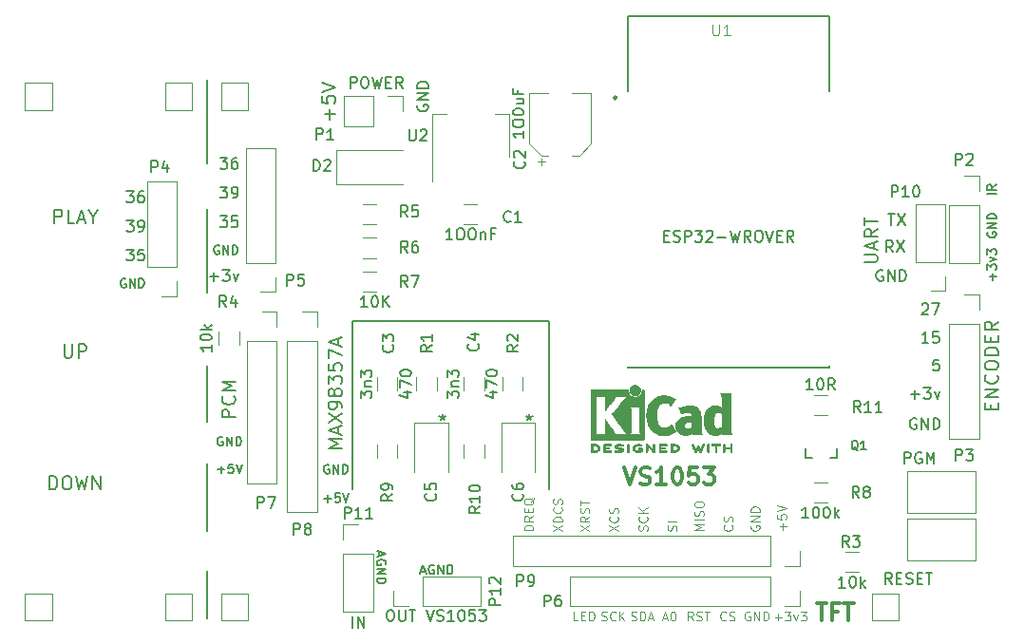
<source format=gto>
G04 #@! TF.GenerationSoftware,KiCad,Pcbnew,(5.0.0)*
G04 #@! TF.CreationDate,2021-01-27T11:34:44+02:00*
G04 #@! TF.ProjectId,ESP32,45535033322E6B696361645F70636200,rev?*
G04 #@! TF.SameCoordinates,Original*
G04 #@! TF.FileFunction,Legend,Top*
G04 #@! TF.FilePolarity,Positive*
%FSLAX46Y46*%
G04 Gerber Fmt 4.6, Leading zero omitted, Abs format (unit mm)*
G04 Created by KiCad (PCBNEW (5.0.0)) date 01/27/21 11:34:44*
%MOMM*%
%LPD*%
G01*
G04 APERTURE LIST*
%ADD10C,0.150000*%
%ADD11C,0.200000*%
%ADD12C,0.100000*%
%ADD13C,0.300000*%
%ADD14C,0.120000*%
%ADD15C,0.127000*%
%ADD16C,0.240000*%
%ADD17C,0.010000*%
%ADD18C,0.203200*%
%ADD19C,0.050000*%
%ADD20C,0.154432*%
G04 APERTURE END LIST*
D10*
X149661904Y-67299999D02*
X148861904Y-67299999D01*
X149661904Y-66461904D02*
X149280952Y-66728571D01*
X149661904Y-66919047D02*
X148861904Y-66919047D01*
X148861904Y-66614285D01*
X148900000Y-66538095D01*
X148938095Y-66499999D01*
X149014285Y-66461904D01*
X149128571Y-66461904D01*
X149204761Y-66499999D01*
X149242857Y-66538095D01*
X149280952Y-66614285D01*
X149280952Y-66919047D01*
D11*
X90190476Y-91450000D02*
X90114285Y-91411904D01*
X90000000Y-91411904D01*
X89885714Y-91450000D01*
X89809523Y-91526190D01*
X89771428Y-91602380D01*
X89733333Y-91754761D01*
X89733333Y-91869047D01*
X89771428Y-92021428D01*
X89809523Y-92097619D01*
X89885714Y-92173809D01*
X90000000Y-92211904D01*
X90076190Y-92211904D01*
X90190476Y-92173809D01*
X90228571Y-92135714D01*
X90228571Y-91869047D01*
X90076190Y-91869047D01*
X90571428Y-92211904D02*
X90571428Y-91411904D01*
X91028571Y-92211904D01*
X91028571Y-91411904D01*
X91409523Y-92211904D02*
X91409523Y-91411904D01*
X91600000Y-91411904D01*
X91714285Y-91450000D01*
X91790476Y-91526190D01*
X91828571Y-91602380D01*
X91866666Y-91754761D01*
X91866666Y-91869047D01*
X91828571Y-92021428D01*
X91790476Y-92097619D01*
X91714285Y-92173809D01*
X91600000Y-92211904D01*
X91409523Y-92211904D01*
D10*
X98390476Y-100933333D02*
X98771428Y-100933333D01*
X98314285Y-101161904D02*
X98580952Y-100361904D01*
X98847619Y-101161904D01*
X99533333Y-100400000D02*
X99457142Y-100361904D01*
X99342857Y-100361904D01*
X99228571Y-100400000D01*
X99152380Y-100476190D01*
X99114285Y-100552380D01*
X99076190Y-100704761D01*
X99076190Y-100819047D01*
X99114285Y-100971428D01*
X99152380Y-101047619D01*
X99228571Y-101123809D01*
X99342857Y-101161904D01*
X99419047Y-101161904D01*
X99533333Y-101123809D01*
X99571428Y-101085714D01*
X99571428Y-100819047D01*
X99419047Y-100819047D01*
X99914285Y-101161904D02*
X99914285Y-100361904D01*
X100371428Y-101161904D01*
X100371428Y-100361904D01*
X100752380Y-101161904D02*
X100752380Y-100361904D01*
X100942857Y-100361904D01*
X101057142Y-100400000D01*
X101133333Y-100476190D01*
X101171428Y-100552380D01*
X101209523Y-100704761D01*
X101209523Y-100819047D01*
X101171428Y-100971428D01*
X101133333Y-101047619D01*
X101057142Y-101123809D01*
X100942857Y-101161904D01*
X100752380Y-101161904D01*
X94666666Y-99190476D02*
X94666666Y-99571428D01*
X94438095Y-99114285D02*
X95238095Y-99380952D01*
X94438095Y-99647619D01*
X95199999Y-100333333D02*
X95238095Y-100257142D01*
X95238095Y-100142857D01*
X95199999Y-100028571D01*
X95123809Y-99952380D01*
X95047619Y-99914285D01*
X94895238Y-99876190D01*
X94780952Y-99876190D01*
X94628571Y-99914285D01*
X94552380Y-99952380D01*
X94476190Y-100028571D01*
X94438095Y-100142857D01*
X94438095Y-100219047D01*
X94476190Y-100333333D01*
X94514285Y-100371428D01*
X94780952Y-100371428D01*
X94780952Y-100219047D01*
X94438095Y-100714285D02*
X95238095Y-100714285D01*
X94438095Y-101171428D01*
X95238095Y-101171428D01*
X94438095Y-101552380D02*
X95238095Y-101552380D01*
X95238095Y-101742857D01*
X95200000Y-101857142D01*
X95123809Y-101933333D01*
X95047619Y-101971428D01*
X94895238Y-102009523D01*
X94780952Y-102009523D01*
X94628571Y-101971428D01*
X94552380Y-101933333D01*
X94476190Y-101857142D01*
X94438095Y-101742857D01*
X94438095Y-101552380D01*
D11*
X108050000Y-86942857D02*
X108050000Y-87228571D01*
X107764285Y-87114285D02*
X108050000Y-87228571D01*
X108335714Y-87114285D01*
X107878571Y-87457142D02*
X108050000Y-87228571D01*
X108221428Y-87457142D01*
X100300000Y-86942857D02*
X100300000Y-87228571D01*
X100014285Y-87114285D02*
X100300000Y-87228571D01*
X100585714Y-87114285D01*
X100128571Y-87457142D02*
X100300000Y-87228571D01*
X100471428Y-87457142D01*
X109800000Y-78600000D02*
X109800000Y-93600000D01*
X92300000Y-78600000D02*
X109800000Y-78600000D01*
X92300000Y-93600000D02*
X92300000Y-78600000D01*
X89771428Y-94457142D02*
X90380952Y-94457142D01*
X90076190Y-94761904D02*
X90076190Y-94152380D01*
X91142857Y-93961904D02*
X90761904Y-93961904D01*
X90723809Y-94342857D01*
X90761904Y-94304761D01*
X90838095Y-94266666D01*
X91028571Y-94266666D01*
X91104761Y-94304761D01*
X91142857Y-94342857D01*
X91180952Y-94419047D01*
X91180952Y-94609523D01*
X91142857Y-94685714D01*
X91104761Y-94723809D01*
X91028571Y-94761904D01*
X90838095Y-94761904D01*
X90761904Y-94723809D01*
X90723809Y-94685714D01*
X91409523Y-93961904D02*
X91676190Y-94761904D01*
X91942857Y-93961904D01*
X80690476Y-88950000D02*
X80614285Y-88911904D01*
X80500000Y-88911904D01*
X80385714Y-88950000D01*
X80309523Y-89026190D01*
X80271428Y-89102380D01*
X80233333Y-89254761D01*
X80233333Y-89369047D01*
X80271428Y-89521428D01*
X80309523Y-89597619D01*
X80385714Y-89673809D01*
X80500000Y-89711904D01*
X80576190Y-89711904D01*
X80690476Y-89673809D01*
X80728571Y-89635714D01*
X80728571Y-89369047D01*
X80576190Y-89369047D01*
X81071428Y-89711904D02*
X81071428Y-88911904D01*
X81528571Y-89711904D01*
X81528571Y-88911904D01*
X81909523Y-89711904D02*
X81909523Y-88911904D01*
X82100000Y-88911904D01*
X82214285Y-88950000D01*
X82290476Y-89026190D01*
X82328571Y-89102380D01*
X82366666Y-89254761D01*
X82366666Y-89369047D01*
X82328571Y-89521428D01*
X82290476Y-89597619D01*
X82214285Y-89673809D01*
X82100000Y-89711904D01*
X81909523Y-89711904D01*
X81842857Y-87199999D02*
X80642857Y-87199999D01*
X80642857Y-86742857D01*
X80699999Y-86628571D01*
X80757142Y-86571428D01*
X80871428Y-86514285D01*
X81042857Y-86514285D01*
X81157142Y-86571428D01*
X81214285Y-86628571D01*
X81271428Y-86742857D01*
X81271428Y-87199999D01*
X81728571Y-85314285D02*
X81785714Y-85371428D01*
X81842857Y-85542857D01*
X81842857Y-85657142D01*
X81785714Y-85828571D01*
X81671428Y-85942857D01*
X81557142Y-85999999D01*
X81328571Y-86057142D01*
X81157142Y-86057142D01*
X80928571Y-85999999D01*
X80814285Y-85942857D01*
X80699999Y-85828571D01*
X80642857Y-85657142D01*
X80642857Y-85542857D01*
X80700000Y-85371428D01*
X80757142Y-85314285D01*
X81842857Y-84799999D02*
X80642857Y-84799999D01*
X81500000Y-84399999D01*
X80642857Y-83999999D01*
X81842857Y-83999999D01*
D10*
X79561904Y-74671428D02*
X80323809Y-74671428D01*
X79942857Y-75052380D02*
X79942857Y-74290476D01*
X80704761Y-74052380D02*
X81323809Y-74052380D01*
X80990476Y-74433333D01*
X81133333Y-74433333D01*
X81228571Y-74480952D01*
X81276190Y-74528571D01*
X81323809Y-74623809D01*
X81323809Y-74861904D01*
X81276190Y-74957142D01*
X81228571Y-75004761D01*
X81133333Y-75052380D01*
X80847619Y-75052380D01*
X80752380Y-75004761D01*
X80704761Y-74957142D01*
X81657142Y-74385714D02*
X81895238Y-75052380D01*
X82133333Y-74385714D01*
D11*
X91342857Y-89957142D02*
X90142857Y-89957142D01*
X90999999Y-89557142D01*
X90142857Y-89157142D01*
X91342857Y-89157142D01*
X90999999Y-88642857D02*
X90999999Y-88071428D01*
X91342857Y-88757142D02*
X90142857Y-88357142D01*
X91342857Y-87957142D01*
X90142857Y-87671428D02*
X91342857Y-86871428D01*
X90142857Y-86871428D02*
X91342857Y-87671428D01*
X91342857Y-86357142D02*
X91342857Y-86128571D01*
X91285714Y-86014285D01*
X91228571Y-85957142D01*
X91057142Y-85842857D01*
X90828571Y-85785714D01*
X90371428Y-85785714D01*
X90257142Y-85842857D01*
X90199999Y-85900000D01*
X90142857Y-86014285D01*
X90142857Y-86242857D01*
X90199999Y-86357142D01*
X90257142Y-86414285D01*
X90371428Y-86471428D01*
X90657142Y-86471428D01*
X90771428Y-86414285D01*
X90828571Y-86357142D01*
X90885714Y-86242857D01*
X90885714Y-86014285D01*
X90828571Y-85900000D01*
X90771428Y-85842857D01*
X90657142Y-85785714D01*
X90657142Y-85100000D02*
X90599999Y-85214285D01*
X90542857Y-85271428D01*
X90428571Y-85328571D01*
X90371428Y-85328571D01*
X90257142Y-85271428D01*
X90199999Y-85214285D01*
X90142857Y-85100000D01*
X90142857Y-84871428D01*
X90200000Y-84757142D01*
X90257142Y-84700000D01*
X90371428Y-84642857D01*
X90428571Y-84642857D01*
X90542857Y-84700000D01*
X90600000Y-84757142D01*
X90657142Y-84871428D01*
X90657142Y-85100000D01*
X90714285Y-85214285D01*
X90771428Y-85271428D01*
X90885714Y-85328571D01*
X91114285Y-85328571D01*
X91228571Y-85271428D01*
X91285714Y-85214285D01*
X91342857Y-85100000D01*
X91342857Y-84871428D01*
X91285714Y-84757142D01*
X91228571Y-84700000D01*
X91114285Y-84642857D01*
X90885714Y-84642857D01*
X90771428Y-84700000D01*
X90714285Y-84757142D01*
X90657142Y-84871428D01*
X90142857Y-84242857D02*
X90142857Y-83500000D01*
X90600000Y-83900000D01*
X90600000Y-83728571D01*
X90657142Y-83614285D01*
X90714285Y-83557142D01*
X90828571Y-83500000D01*
X91114285Y-83500000D01*
X91228571Y-83557142D01*
X91285714Y-83614285D01*
X91342857Y-83728571D01*
X91342857Y-84071428D01*
X91285714Y-84185714D01*
X91228571Y-84242857D01*
X90142857Y-82414285D02*
X90142857Y-82985714D01*
X90714285Y-83042857D01*
X90657142Y-82985714D01*
X90600000Y-82871428D01*
X90600000Y-82585714D01*
X90657142Y-82471428D01*
X90714285Y-82414285D01*
X90828571Y-82357142D01*
X91114285Y-82357142D01*
X91228571Y-82414285D01*
X91285714Y-82471428D01*
X91342857Y-82585714D01*
X91342857Y-82871428D01*
X91285714Y-82985714D01*
X91228571Y-83042857D01*
X90142857Y-81957142D02*
X90142857Y-81157142D01*
X91342857Y-81671428D01*
X91000000Y-80757142D02*
X91000000Y-80185714D01*
X91342857Y-80871428D02*
X90142857Y-80471428D01*
X91342857Y-80071428D01*
D10*
X72050476Y-74860000D02*
X71974285Y-74821904D01*
X71860000Y-74821904D01*
X71745714Y-74860000D01*
X71669523Y-74936190D01*
X71631428Y-75012380D01*
X71593333Y-75164761D01*
X71593333Y-75279047D01*
X71631428Y-75431428D01*
X71669523Y-75507619D01*
X71745714Y-75583809D01*
X71860000Y-75621904D01*
X71936190Y-75621904D01*
X72050476Y-75583809D01*
X72088571Y-75545714D01*
X72088571Y-75279047D01*
X71936190Y-75279047D01*
X72431428Y-75621904D02*
X72431428Y-74821904D01*
X72888571Y-75621904D01*
X72888571Y-74821904D01*
X73269523Y-75621904D02*
X73269523Y-74821904D01*
X73460000Y-74821904D01*
X73574285Y-74860000D01*
X73650476Y-74936190D01*
X73688571Y-75012380D01*
X73726666Y-75164761D01*
X73726666Y-75279047D01*
X73688571Y-75431428D01*
X73650476Y-75507619D01*
X73574285Y-75583809D01*
X73460000Y-75621904D01*
X73269523Y-75621904D01*
X72150476Y-72242380D02*
X72769523Y-72242380D01*
X72436190Y-72623333D01*
X72579047Y-72623333D01*
X72674285Y-72670952D01*
X72721904Y-72718571D01*
X72769523Y-72813809D01*
X72769523Y-73051904D01*
X72721904Y-73147142D01*
X72674285Y-73194761D01*
X72579047Y-73242380D01*
X72293333Y-73242380D01*
X72198095Y-73194761D01*
X72150476Y-73147142D01*
X73674285Y-72242380D02*
X73198095Y-72242380D01*
X73150476Y-72718571D01*
X73198095Y-72670952D01*
X73293333Y-72623333D01*
X73531428Y-72623333D01*
X73626666Y-72670952D01*
X73674285Y-72718571D01*
X73721904Y-72813809D01*
X73721904Y-73051904D01*
X73674285Y-73147142D01*
X73626666Y-73194761D01*
X73531428Y-73242380D01*
X73293333Y-73242380D01*
X73198095Y-73194761D01*
X73150476Y-73147142D01*
X72150476Y-69642380D02*
X72769523Y-69642380D01*
X72436190Y-70023333D01*
X72579047Y-70023333D01*
X72674285Y-70070952D01*
X72721904Y-70118571D01*
X72769523Y-70213809D01*
X72769523Y-70451904D01*
X72721904Y-70547142D01*
X72674285Y-70594761D01*
X72579047Y-70642380D01*
X72293333Y-70642380D01*
X72198095Y-70594761D01*
X72150476Y-70547142D01*
X73245714Y-70642380D02*
X73436190Y-70642380D01*
X73531428Y-70594761D01*
X73579047Y-70547142D01*
X73674285Y-70404285D01*
X73721904Y-70213809D01*
X73721904Y-69832857D01*
X73674285Y-69737619D01*
X73626666Y-69690000D01*
X73531428Y-69642380D01*
X73340952Y-69642380D01*
X73245714Y-69690000D01*
X73198095Y-69737619D01*
X73150476Y-69832857D01*
X73150476Y-70070952D01*
X73198095Y-70166190D01*
X73245714Y-70213809D01*
X73340952Y-70261428D01*
X73531428Y-70261428D01*
X73626666Y-70213809D01*
X73674285Y-70166190D01*
X73721904Y-70070952D01*
X72150476Y-67042380D02*
X72769523Y-67042380D01*
X72436190Y-67423333D01*
X72579047Y-67423333D01*
X72674285Y-67470952D01*
X72721904Y-67518571D01*
X72769523Y-67613809D01*
X72769523Y-67851904D01*
X72721904Y-67947142D01*
X72674285Y-67994761D01*
X72579047Y-68042380D01*
X72293333Y-68042380D01*
X72198095Y-67994761D01*
X72150476Y-67947142D01*
X73626666Y-67042380D02*
X73436190Y-67042380D01*
X73340952Y-67090000D01*
X73293333Y-67137619D01*
X73198095Y-67280476D01*
X73150476Y-67470952D01*
X73150476Y-67851904D01*
X73198095Y-67947142D01*
X73245714Y-67994761D01*
X73340952Y-68042380D01*
X73531428Y-68042380D01*
X73626666Y-67994761D01*
X73674285Y-67947142D01*
X73721904Y-67851904D01*
X73721904Y-67613809D01*
X73674285Y-67518571D01*
X73626666Y-67470952D01*
X73531428Y-67423333D01*
X73340952Y-67423333D01*
X73245714Y-67470952D01*
X73198095Y-67518571D01*
X73150476Y-67613809D01*
D11*
X65292857Y-93642857D02*
X65292857Y-92442857D01*
X65578571Y-92442857D01*
X65750000Y-92500000D01*
X65864285Y-92614285D01*
X65921428Y-92728571D01*
X65978571Y-92957142D01*
X65978571Y-93128571D01*
X65921428Y-93357142D01*
X65864285Y-93471428D01*
X65750000Y-93585714D01*
X65578571Y-93642857D01*
X65292857Y-93642857D01*
X66721428Y-92442857D02*
X66950000Y-92442857D01*
X67064285Y-92500000D01*
X67178571Y-92614285D01*
X67235714Y-92842857D01*
X67235714Y-93242857D01*
X67178571Y-93471428D01*
X67064285Y-93585714D01*
X66950000Y-93642857D01*
X66721428Y-93642857D01*
X66607142Y-93585714D01*
X66492857Y-93471428D01*
X66435714Y-93242857D01*
X66435714Y-92842857D01*
X66492857Y-92614285D01*
X66607142Y-92500000D01*
X66721428Y-92442857D01*
X67635714Y-92442857D02*
X67921428Y-93642857D01*
X68150000Y-92785714D01*
X68378571Y-93642857D01*
X68664285Y-92442857D01*
X69121428Y-93642857D02*
X69121428Y-92442857D01*
X69807142Y-93642857D01*
X69807142Y-92442857D01*
X66607142Y-80692857D02*
X66607142Y-81664285D01*
X66664285Y-81778571D01*
X66721428Y-81835714D01*
X66835714Y-81892857D01*
X67064285Y-81892857D01*
X67178571Y-81835714D01*
X67235714Y-81778571D01*
X67292857Y-81664285D01*
X67292857Y-80692857D01*
X67864285Y-81892857D02*
X67864285Y-80692857D01*
X68321428Y-80692857D01*
X68435714Y-80750000D01*
X68492857Y-80807142D01*
X68550000Y-80921428D01*
X68550000Y-81092857D01*
X68492857Y-81207142D01*
X68435714Y-81264285D01*
X68321428Y-81321428D01*
X67864285Y-81321428D01*
X65721428Y-69892857D02*
X65721428Y-68692857D01*
X66178571Y-68692857D01*
X66292857Y-68750000D01*
X66349999Y-68807142D01*
X66407142Y-68921428D01*
X66407142Y-69092857D01*
X66349999Y-69207142D01*
X66292857Y-69264285D01*
X66178571Y-69321428D01*
X65721428Y-69321428D01*
X67492857Y-69892857D02*
X66921428Y-69892857D01*
X66921428Y-68692857D01*
X67835714Y-69550000D02*
X68407142Y-69550000D01*
X67721428Y-69892857D02*
X68121428Y-68692857D01*
X68521428Y-69892857D01*
X69149999Y-69321428D02*
X69149999Y-69892857D01*
X68749999Y-68692857D02*
X69149999Y-69321428D01*
X69549999Y-68692857D01*
X79300000Y-91350000D02*
X79300000Y-97350000D01*
X79300000Y-100850000D02*
X79300000Y-105100000D01*
X79300000Y-82600000D02*
X79300000Y-87600000D01*
X79300000Y-64600000D02*
X79300000Y-57100000D01*
X79300000Y-76100000D02*
X79300000Y-68600000D01*
D10*
X142061904Y-85171428D02*
X142823809Y-85171428D01*
X142442857Y-85552380D02*
X142442857Y-84790476D01*
X143204761Y-84552380D02*
X143823809Y-84552380D01*
X143490476Y-84933333D01*
X143633333Y-84933333D01*
X143728571Y-84980952D01*
X143776190Y-85028571D01*
X143823809Y-85123809D01*
X143823809Y-85361904D01*
X143776190Y-85457142D01*
X143728571Y-85504761D01*
X143633333Y-85552380D01*
X143347619Y-85552380D01*
X143252380Y-85504761D01*
X143204761Y-85457142D01*
X144157142Y-84885714D02*
X144395238Y-85552380D01*
X144633333Y-84885714D01*
X142538095Y-87300000D02*
X142442857Y-87252380D01*
X142300000Y-87252380D01*
X142157142Y-87300000D01*
X142061904Y-87395238D01*
X142014285Y-87490476D01*
X141966666Y-87680952D01*
X141966666Y-87823809D01*
X142014285Y-88014285D01*
X142061904Y-88109523D01*
X142157142Y-88204761D01*
X142300000Y-88252380D01*
X142395238Y-88252380D01*
X142538095Y-88204761D01*
X142585714Y-88157142D01*
X142585714Y-87823809D01*
X142395238Y-87823809D01*
X143014285Y-88252380D02*
X143014285Y-87252380D01*
X143585714Y-88252380D01*
X143585714Y-87252380D01*
X144061904Y-88252380D02*
X144061904Y-87252380D01*
X144300000Y-87252380D01*
X144442857Y-87300000D01*
X144538095Y-87395238D01*
X144585714Y-87490476D01*
X144633333Y-87680952D01*
X144633333Y-87823809D01*
X144585714Y-88014285D01*
X144538095Y-88109523D01*
X144442857Y-88204761D01*
X144300000Y-88252380D01*
X144061904Y-88252380D01*
X80390476Y-71900000D02*
X80314285Y-71861904D01*
X80200000Y-71861904D01*
X80085714Y-71900000D01*
X80009523Y-71976190D01*
X79971428Y-72052380D01*
X79933333Y-72204761D01*
X79933333Y-72319047D01*
X79971428Y-72471428D01*
X80009523Y-72547619D01*
X80085714Y-72623809D01*
X80200000Y-72661904D01*
X80276190Y-72661904D01*
X80390476Y-72623809D01*
X80428571Y-72585714D01*
X80428571Y-72319047D01*
X80276190Y-72319047D01*
X80771428Y-72661904D02*
X80771428Y-71861904D01*
X81228571Y-72661904D01*
X81228571Y-71861904D01*
X81609523Y-72661904D02*
X81609523Y-71861904D01*
X81800000Y-71861904D01*
X81914285Y-71900000D01*
X81990476Y-71976190D01*
X82028571Y-72052380D01*
X82066666Y-72204761D01*
X82066666Y-72319047D01*
X82028571Y-72471428D01*
X81990476Y-72547619D01*
X81914285Y-72623809D01*
X81800000Y-72661904D01*
X81609523Y-72661904D01*
D12*
X130657142Y-97228571D02*
X130657142Y-96619047D01*
X130961904Y-96923809D02*
X130352380Y-96923809D01*
X130161904Y-95857142D02*
X130161904Y-96238095D01*
X130542857Y-96276190D01*
X130504761Y-96238095D01*
X130466666Y-96161904D01*
X130466666Y-95971428D01*
X130504761Y-95895238D01*
X130542857Y-95857142D01*
X130619047Y-95819047D01*
X130809523Y-95819047D01*
X130885714Y-95857142D01*
X130923809Y-95895238D01*
X130961904Y-95971428D01*
X130961904Y-96161904D01*
X130923809Y-96238095D01*
X130885714Y-96276190D01*
X130161904Y-95590476D02*
X130961904Y-95323809D01*
X130161904Y-95057142D01*
X127811523Y-96842898D02*
X127773428Y-96919089D01*
X127773428Y-97033374D01*
X127811523Y-97147660D01*
X127887714Y-97223851D01*
X127963904Y-97261946D01*
X128116285Y-97300041D01*
X128230571Y-97300041D01*
X128382952Y-97261946D01*
X128459143Y-97223851D01*
X128535333Y-97147660D01*
X128573428Y-97033374D01*
X128573428Y-96957184D01*
X128535333Y-96842898D01*
X128497238Y-96804803D01*
X128230571Y-96804803D01*
X128230571Y-96957184D01*
X128573428Y-96461946D02*
X127773428Y-96461946D01*
X128573428Y-96004803D01*
X127773428Y-96004803D01*
X128573428Y-95623851D02*
X127773428Y-95623851D01*
X127773428Y-95433374D01*
X127811524Y-95319089D01*
X127887714Y-95242898D01*
X127963904Y-95204803D01*
X128116285Y-95166708D01*
X128230571Y-95166708D01*
X128382952Y-95204803D01*
X128459143Y-95242898D01*
X128535333Y-95319089D01*
X128573428Y-95433374D01*
X128573428Y-95623851D01*
X126097238Y-96804803D02*
X126135333Y-96842898D01*
X126173428Y-96957184D01*
X126173428Y-97033374D01*
X126135333Y-97147660D01*
X126059143Y-97223850D01*
X125982952Y-97261946D01*
X125830571Y-97300041D01*
X125716285Y-97300041D01*
X125563904Y-97261946D01*
X125487714Y-97223850D01*
X125411523Y-97147660D01*
X125373428Y-97033374D01*
X125373428Y-96957184D01*
X125411523Y-96842898D01*
X125449619Y-96804803D01*
X126135333Y-96500041D02*
X126173428Y-96385755D01*
X126173428Y-96195279D01*
X126135333Y-96119089D01*
X126097238Y-96080993D01*
X126021047Y-96042898D01*
X125944857Y-96042898D01*
X125868666Y-96080993D01*
X125830571Y-96119089D01*
X125792476Y-96195279D01*
X125754381Y-96347660D01*
X125716285Y-96423850D01*
X125678190Y-96461946D01*
X125602000Y-96500041D01*
X125525809Y-96500041D01*
X125449619Y-96461946D01*
X125411524Y-96423850D01*
X125373428Y-96347660D01*
X125373428Y-96157184D01*
X125411524Y-96042898D01*
X123573428Y-97261945D02*
X122773428Y-97261945D01*
X123344857Y-96995279D01*
X122773428Y-96728612D01*
X123573428Y-96728612D01*
X123573428Y-96347660D02*
X122773428Y-96347660D01*
X123535333Y-96004802D02*
X123573428Y-95890517D01*
X123573428Y-95700041D01*
X123535333Y-95623850D01*
X123497238Y-95585755D01*
X123421047Y-95547660D01*
X123344857Y-95547660D01*
X123268666Y-95585755D01*
X123230571Y-95623850D01*
X123192476Y-95700041D01*
X123154381Y-95852422D01*
X123116285Y-95928612D01*
X123078190Y-95966707D01*
X123002000Y-96004802D01*
X122925809Y-96004802D01*
X122849619Y-95966707D01*
X122811524Y-95928612D01*
X122773428Y-95852422D01*
X122773428Y-95661945D01*
X122811524Y-95547660D01*
X122773428Y-95052422D02*
X122773428Y-94900041D01*
X122811524Y-94823850D01*
X122887714Y-94747660D01*
X123040095Y-94709564D01*
X123306762Y-94709564D01*
X123459143Y-94747660D01*
X123535333Y-94823850D01*
X123573428Y-94900041D01*
X123573428Y-95052422D01*
X123535333Y-95128612D01*
X123459143Y-95204802D01*
X123306762Y-95242898D01*
X123040095Y-95242898D01*
X122887714Y-95204802D01*
X122811524Y-95128612D01*
X122773428Y-95052422D01*
X121135333Y-97300041D02*
X121173428Y-97185755D01*
X121173428Y-96995279D01*
X121135333Y-96919089D01*
X121097238Y-96880993D01*
X121021047Y-96842898D01*
X120944857Y-96842898D01*
X120868666Y-96880993D01*
X120830571Y-96919089D01*
X120792476Y-96995279D01*
X120754381Y-97147660D01*
X120716285Y-97223851D01*
X120678190Y-97261946D01*
X120602000Y-97300041D01*
X120525809Y-97300041D01*
X120449619Y-97261946D01*
X120411523Y-97223851D01*
X120373428Y-97147660D01*
X120373428Y-96957184D01*
X120411524Y-96842898D01*
X121173428Y-96500041D02*
X120373428Y-96500041D01*
X118535333Y-97300041D02*
X118573428Y-97185755D01*
X118573428Y-96995279D01*
X118535333Y-96919089D01*
X118497238Y-96880993D01*
X118421047Y-96842898D01*
X118344857Y-96842898D01*
X118268666Y-96880993D01*
X118230571Y-96919089D01*
X118192476Y-96995279D01*
X118154381Y-97147660D01*
X118116285Y-97223850D01*
X118078190Y-97261946D01*
X118002000Y-97300041D01*
X117925809Y-97300041D01*
X117849619Y-97261946D01*
X117811523Y-97223850D01*
X117773428Y-97147660D01*
X117773428Y-96957184D01*
X117811523Y-96842898D01*
X118497238Y-96042898D02*
X118535333Y-96080993D01*
X118573428Y-96195279D01*
X118573428Y-96271470D01*
X118535333Y-96385755D01*
X118459143Y-96461946D01*
X118382952Y-96500041D01*
X118230571Y-96538136D01*
X118116285Y-96538136D01*
X117963904Y-96500041D01*
X117887714Y-96461946D01*
X117811523Y-96385755D01*
X117773428Y-96271470D01*
X117773428Y-96195279D01*
X117811524Y-96080993D01*
X117849619Y-96042898D01*
X118573428Y-95700041D02*
X117773428Y-95700041D01*
X118573428Y-95242898D02*
X118116285Y-95585755D01*
X117773428Y-95242898D02*
X118230571Y-95700041D01*
X115173428Y-97338136D02*
X115973428Y-96804802D01*
X115173428Y-96804802D02*
X115973428Y-97338136D01*
X115897238Y-96042897D02*
X115935333Y-96080993D01*
X115973428Y-96195278D01*
X115973428Y-96271469D01*
X115935333Y-96385755D01*
X115859143Y-96461945D01*
X115782952Y-96500040D01*
X115630571Y-96538136D01*
X115516285Y-96538136D01*
X115363904Y-96500040D01*
X115287714Y-96461945D01*
X115211523Y-96385755D01*
X115173428Y-96271469D01*
X115173428Y-96195278D01*
X115211524Y-96080993D01*
X115249619Y-96042897D01*
X115935333Y-95738136D02*
X115973428Y-95623850D01*
X115973428Y-95433374D01*
X115935333Y-95357183D01*
X115897238Y-95319088D01*
X115821047Y-95280993D01*
X115744857Y-95280993D01*
X115668666Y-95319088D01*
X115630571Y-95357183D01*
X115592476Y-95433374D01*
X115554381Y-95585755D01*
X115516285Y-95661945D01*
X115478190Y-95700040D01*
X115402000Y-95738136D01*
X115325809Y-95738136D01*
X115249619Y-95700040D01*
X115211524Y-95661945D01*
X115173428Y-95585755D01*
X115173428Y-95395278D01*
X115211524Y-95280993D01*
X112573428Y-97338136D02*
X113373428Y-96804803D01*
X112573428Y-96804803D02*
X113373428Y-97338136D01*
X113373428Y-96042898D02*
X112992476Y-96309565D01*
X113373428Y-96500041D02*
X112573428Y-96500041D01*
X112573428Y-96195279D01*
X112611523Y-96119089D01*
X112649619Y-96080994D01*
X112725809Y-96042898D01*
X112840095Y-96042898D01*
X112916285Y-96080994D01*
X112954381Y-96119089D01*
X112992476Y-96195279D01*
X112992476Y-96500041D01*
X113335333Y-95738136D02*
X113373428Y-95623851D01*
X113373428Y-95433375D01*
X113335333Y-95357184D01*
X113297238Y-95319089D01*
X113221047Y-95280994D01*
X113144857Y-95280994D01*
X113068666Y-95319089D01*
X113030571Y-95357184D01*
X112992476Y-95433375D01*
X112954381Y-95585756D01*
X112916285Y-95661946D01*
X112878190Y-95700041D01*
X112802000Y-95738136D01*
X112725809Y-95738136D01*
X112649619Y-95700041D01*
X112611524Y-95661946D01*
X112573428Y-95585756D01*
X112573428Y-95395279D01*
X112611524Y-95280994D01*
X112573428Y-95052422D02*
X112573428Y-94595279D01*
X113373428Y-94823851D02*
X112573428Y-94823851D01*
X110173428Y-97338136D02*
X110973428Y-96804802D01*
X110173428Y-96804802D02*
X110973428Y-97338136D01*
X110973428Y-96500040D02*
X110173428Y-96500040D01*
X110173428Y-96309564D01*
X110211523Y-96195278D01*
X110287714Y-96119088D01*
X110363904Y-96080993D01*
X110516285Y-96042897D01*
X110630571Y-96042897D01*
X110782952Y-96080993D01*
X110859143Y-96119088D01*
X110935333Y-96195278D01*
X110973428Y-96309564D01*
X110973428Y-96500040D01*
X110897238Y-95242897D02*
X110935333Y-95280993D01*
X110973428Y-95395278D01*
X110973428Y-95471469D01*
X110935333Y-95585755D01*
X110859143Y-95661945D01*
X110782952Y-95700040D01*
X110630571Y-95738136D01*
X110516285Y-95738136D01*
X110363904Y-95700040D01*
X110287714Y-95661945D01*
X110211524Y-95585755D01*
X110173428Y-95471469D01*
X110173428Y-95395278D01*
X110211524Y-95280993D01*
X110249619Y-95242897D01*
X110935333Y-94938136D02*
X110973428Y-94823850D01*
X110973428Y-94633374D01*
X110935333Y-94557183D01*
X110897238Y-94519088D01*
X110821047Y-94480993D01*
X110744857Y-94480993D01*
X110668666Y-94519088D01*
X110630571Y-94557183D01*
X110592476Y-94633374D01*
X110554381Y-94785755D01*
X110516285Y-94861945D01*
X110478190Y-94900040D01*
X110402000Y-94938136D01*
X110325809Y-94938136D01*
X110249619Y-94900040D01*
X110211524Y-94861945D01*
X110173428Y-94785755D01*
X110173428Y-94595278D01*
X110211524Y-94480993D01*
X108373428Y-97261946D02*
X107573428Y-97261946D01*
X107573428Y-97071470D01*
X107611523Y-96957184D01*
X107687714Y-96880993D01*
X107763904Y-96842898D01*
X107916285Y-96804803D01*
X108030571Y-96804803D01*
X108182952Y-96842898D01*
X108259143Y-96880993D01*
X108335333Y-96957184D01*
X108373428Y-97071470D01*
X108373428Y-97261946D01*
X108373428Y-96004803D02*
X107992476Y-96271470D01*
X108373428Y-96461946D02*
X107573428Y-96461946D01*
X107573428Y-96157184D01*
X107611523Y-96080993D01*
X107649619Y-96042898D01*
X107725809Y-96004803D01*
X107840095Y-96004803D01*
X107916285Y-96042898D01*
X107954381Y-96080993D01*
X107992476Y-96157184D01*
X107992476Y-96461946D01*
X107954381Y-95661946D02*
X107954381Y-95395279D01*
X108373428Y-95280993D02*
X108373428Y-95661946D01*
X107573428Y-95661946D01*
X107573428Y-95280993D01*
X108449619Y-94404803D02*
X108411524Y-94480993D01*
X108335333Y-94557184D01*
X108221047Y-94671470D01*
X108182952Y-94747660D01*
X108182952Y-94823850D01*
X108373428Y-94785755D02*
X108335333Y-94861946D01*
X108259143Y-94938136D01*
X108106762Y-94976231D01*
X107840095Y-94976231D01*
X107687714Y-94938136D01*
X107611524Y-94861946D01*
X107573428Y-94785755D01*
X107573428Y-94633374D01*
X107611524Y-94557184D01*
X107687714Y-94480993D01*
X107840095Y-94442898D01*
X108106762Y-94442898D01*
X108259143Y-94480993D01*
X108335333Y-94557184D01*
X108373428Y-94633374D01*
X108373428Y-94785755D01*
X112385714Y-105323828D02*
X112004761Y-105323828D01*
X112004761Y-104523828D01*
X112652380Y-104904781D02*
X112919047Y-104904781D01*
X113033333Y-105323828D02*
X112652380Y-105323828D01*
X112652380Y-104523828D01*
X113033333Y-104523828D01*
X113376190Y-105323828D02*
X113376190Y-104523828D01*
X113566666Y-104523828D01*
X113680952Y-104561924D01*
X113757142Y-104638114D01*
X113795238Y-104714304D01*
X113833333Y-104866685D01*
X113833333Y-104980971D01*
X113795238Y-105133352D01*
X113757142Y-105209543D01*
X113680952Y-105285733D01*
X113566666Y-105323828D01*
X113376190Y-105323828D01*
X129928571Y-105019066D02*
X130538095Y-105019066D01*
X130233333Y-105323828D02*
X130233333Y-104714304D01*
X130842857Y-104523828D02*
X131338095Y-104523828D01*
X131071428Y-104828590D01*
X131185714Y-104828590D01*
X131261904Y-104866685D01*
X131300000Y-104904781D01*
X131338095Y-104980971D01*
X131338095Y-105171447D01*
X131300000Y-105247638D01*
X131261904Y-105285733D01*
X131185714Y-105323828D01*
X130957142Y-105323828D01*
X130880952Y-105285733D01*
X130842857Y-105247638D01*
X131604761Y-104790495D02*
X131795238Y-105323828D01*
X131985714Y-104790495D01*
X132214285Y-104523828D02*
X132709523Y-104523828D01*
X132442857Y-104828590D01*
X132557142Y-104828590D01*
X132633333Y-104866685D01*
X132671428Y-104904781D01*
X132709523Y-104980971D01*
X132709523Y-105171447D01*
X132671428Y-105247638D01*
X132633333Y-105285733D01*
X132557142Y-105323828D01*
X132328571Y-105323828D01*
X132252380Y-105285733D01*
X132214285Y-105247638D01*
X127690476Y-104561924D02*
X127614285Y-104523828D01*
X127500000Y-104523828D01*
X127385714Y-104561924D01*
X127309523Y-104638114D01*
X127271428Y-104714304D01*
X127233333Y-104866685D01*
X127233333Y-104980971D01*
X127271428Y-105133352D01*
X127309523Y-105209543D01*
X127385714Y-105285733D01*
X127500000Y-105323828D01*
X127576190Y-105323828D01*
X127690476Y-105285733D01*
X127728571Y-105247638D01*
X127728571Y-104980971D01*
X127576190Y-104980971D01*
X128071428Y-105323828D02*
X128071428Y-104523828D01*
X128528571Y-105323828D01*
X128528571Y-104523828D01*
X128909523Y-105323828D02*
X128909523Y-104523828D01*
X129100000Y-104523828D01*
X129214285Y-104561924D01*
X129290476Y-104638114D01*
X129328571Y-104714304D01*
X129366666Y-104866685D01*
X129366666Y-104980971D01*
X129328571Y-105133352D01*
X129290476Y-105209543D01*
X129214285Y-105285733D01*
X129100000Y-105323828D01*
X128909523Y-105323828D01*
X125566666Y-105247638D02*
X125528571Y-105285733D01*
X125414285Y-105323828D01*
X125338095Y-105323828D01*
X125223809Y-105285733D01*
X125147619Y-105209543D01*
X125109523Y-105133352D01*
X125071428Y-104980971D01*
X125071428Y-104866685D01*
X125109523Y-104714304D01*
X125147619Y-104638114D01*
X125223809Y-104561924D01*
X125338095Y-104523828D01*
X125414285Y-104523828D01*
X125528571Y-104561924D01*
X125566666Y-104600019D01*
X125871428Y-105285733D02*
X125985714Y-105323828D01*
X126176190Y-105323828D01*
X126252380Y-105285733D01*
X126290476Y-105247638D01*
X126328571Y-105171447D01*
X126328571Y-105095257D01*
X126290476Y-105019066D01*
X126252380Y-104980971D01*
X126176190Y-104942876D01*
X126023809Y-104904781D01*
X125947619Y-104866685D01*
X125909523Y-104828590D01*
X125871428Y-104752400D01*
X125871428Y-104676209D01*
X125909523Y-104600019D01*
X125947619Y-104561924D01*
X126023809Y-104523828D01*
X126214285Y-104523828D01*
X126328571Y-104561924D01*
X122661904Y-105323828D02*
X122395238Y-104942876D01*
X122204761Y-105323828D02*
X122204761Y-104523828D01*
X122509523Y-104523828D01*
X122585714Y-104561924D01*
X122623809Y-104600019D01*
X122661904Y-104676209D01*
X122661904Y-104790495D01*
X122623809Y-104866685D01*
X122585714Y-104904781D01*
X122509523Y-104942876D01*
X122204761Y-104942876D01*
X122966666Y-105285733D02*
X123080952Y-105323828D01*
X123271428Y-105323828D01*
X123347619Y-105285733D01*
X123385714Y-105247638D01*
X123423809Y-105171447D01*
X123423809Y-105095257D01*
X123385714Y-105019066D01*
X123347619Y-104980971D01*
X123271428Y-104942876D01*
X123119047Y-104904781D01*
X123042857Y-104866685D01*
X123004761Y-104828590D01*
X122966666Y-104752400D01*
X122966666Y-104676209D01*
X123004761Y-104600019D01*
X123042857Y-104561924D01*
X123119047Y-104523828D01*
X123309523Y-104523828D01*
X123423809Y-104561924D01*
X123652380Y-104523828D02*
X124109523Y-104523828D01*
X123880952Y-105323828D02*
X123880952Y-104523828D01*
X119928571Y-105095257D02*
X120309523Y-105095257D01*
X119852380Y-105323828D02*
X120119047Y-104523828D01*
X120385714Y-105323828D01*
X120804761Y-104523828D02*
X120880952Y-104523828D01*
X120957142Y-104561924D01*
X120995238Y-104600019D01*
X121033333Y-104676209D01*
X121071428Y-104828590D01*
X121071428Y-105019066D01*
X121033333Y-105171447D01*
X120995238Y-105247638D01*
X120957142Y-105285733D01*
X120880952Y-105323828D01*
X120804761Y-105323828D01*
X120728571Y-105285733D01*
X120690476Y-105247638D01*
X120652380Y-105171447D01*
X120614285Y-105019066D01*
X120614285Y-104828590D01*
X120652380Y-104676209D01*
X120690476Y-104600019D01*
X120728571Y-104561924D01*
X120804761Y-104523828D01*
X117128571Y-105285733D02*
X117242857Y-105323828D01*
X117433333Y-105323828D01*
X117509523Y-105285733D01*
X117547619Y-105247638D01*
X117585714Y-105171447D01*
X117585714Y-105095257D01*
X117547619Y-105019066D01*
X117509523Y-104980971D01*
X117433333Y-104942876D01*
X117280952Y-104904781D01*
X117204761Y-104866685D01*
X117166666Y-104828590D01*
X117128571Y-104752400D01*
X117128571Y-104676209D01*
X117166666Y-104600019D01*
X117204761Y-104561924D01*
X117280952Y-104523828D01*
X117471428Y-104523828D01*
X117585714Y-104561924D01*
X117928571Y-105323828D02*
X117928571Y-104523828D01*
X118119047Y-104523828D01*
X118233333Y-104561924D01*
X118309523Y-104638114D01*
X118347619Y-104714304D01*
X118385714Y-104866685D01*
X118385714Y-104980971D01*
X118347619Y-105133352D01*
X118309523Y-105209543D01*
X118233333Y-105285733D01*
X118119047Y-105323828D01*
X117928571Y-105323828D01*
X118690476Y-105095257D02*
X119071428Y-105095257D01*
X118614285Y-105323828D02*
X118880952Y-104523828D01*
X119147619Y-105323828D01*
X114471428Y-105285733D02*
X114585714Y-105323828D01*
X114776190Y-105323828D01*
X114852380Y-105285733D01*
X114890476Y-105247638D01*
X114928571Y-105171447D01*
X114928571Y-105095257D01*
X114890476Y-105019066D01*
X114852380Y-104980971D01*
X114776190Y-104942876D01*
X114623809Y-104904781D01*
X114547619Y-104866685D01*
X114509523Y-104828590D01*
X114471428Y-104752400D01*
X114471428Y-104676209D01*
X114509523Y-104600019D01*
X114547619Y-104561924D01*
X114623809Y-104523828D01*
X114814285Y-104523828D01*
X114928571Y-104561924D01*
X115728571Y-105247638D02*
X115690476Y-105285733D01*
X115576190Y-105323828D01*
X115499999Y-105323828D01*
X115385714Y-105285733D01*
X115309523Y-105209543D01*
X115271428Y-105133352D01*
X115233333Y-104980971D01*
X115233333Y-104866685D01*
X115271428Y-104714304D01*
X115309523Y-104638114D01*
X115385714Y-104561924D01*
X115499999Y-104523828D01*
X115576190Y-104523828D01*
X115690476Y-104561924D01*
X115728571Y-104600019D01*
X116071428Y-105323828D02*
X116071428Y-104523828D01*
X116528571Y-105323828D02*
X116185714Y-104866685D01*
X116528571Y-104523828D02*
X116071428Y-104980971D01*
D10*
X80490476Y-69252380D02*
X81109523Y-69252380D01*
X80776190Y-69633333D01*
X80919047Y-69633333D01*
X81014285Y-69680952D01*
X81061904Y-69728571D01*
X81109523Y-69823809D01*
X81109523Y-70061904D01*
X81061904Y-70157142D01*
X81014285Y-70204761D01*
X80919047Y-70252380D01*
X80633333Y-70252380D01*
X80538095Y-70204761D01*
X80490476Y-70157142D01*
X82014285Y-69252380D02*
X81538095Y-69252380D01*
X81490476Y-69728571D01*
X81538095Y-69680952D01*
X81633333Y-69633333D01*
X81871428Y-69633333D01*
X81966666Y-69680952D01*
X82014285Y-69728571D01*
X82061904Y-69823809D01*
X82061904Y-70061904D01*
X82014285Y-70157142D01*
X81966666Y-70204761D01*
X81871428Y-70252380D01*
X81633333Y-70252380D01*
X81538095Y-70204761D01*
X81490476Y-70157142D01*
X80490476Y-66652380D02*
X81109523Y-66652380D01*
X80776190Y-67033333D01*
X80919047Y-67033333D01*
X81014285Y-67080952D01*
X81061904Y-67128571D01*
X81109523Y-67223809D01*
X81109523Y-67461904D01*
X81061904Y-67557142D01*
X81014285Y-67604761D01*
X80919047Y-67652380D01*
X80633333Y-67652380D01*
X80538095Y-67604761D01*
X80490476Y-67557142D01*
X81585714Y-67652380D02*
X81776190Y-67652380D01*
X81871428Y-67604761D01*
X81919047Y-67557142D01*
X82014285Y-67414285D01*
X82061904Y-67223809D01*
X82061904Y-66842857D01*
X82014285Y-66747619D01*
X81966666Y-66700000D01*
X81871428Y-66652380D01*
X81680952Y-66652380D01*
X81585714Y-66700000D01*
X81538095Y-66747619D01*
X81490476Y-66842857D01*
X81490476Y-67080952D01*
X81538095Y-67176190D01*
X81585714Y-67223809D01*
X81680952Y-67271428D01*
X81871428Y-67271428D01*
X81966666Y-67223809D01*
X82014285Y-67176190D01*
X82061904Y-67080952D01*
X80490476Y-64052380D02*
X81109523Y-64052380D01*
X80776190Y-64433333D01*
X80919047Y-64433333D01*
X81014285Y-64480952D01*
X81061904Y-64528571D01*
X81109523Y-64623809D01*
X81109523Y-64861904D01*
X81061904Y-64957142D01*
X81014285Y-65004761D01*
X80919047Y-65052380D01*
X80633333Y-65052380D01*
X80538095Y-65004761D01*
X80490476Y-64957142D01*
X81966666Y-64052380D02*
X81776190Y-64052380D01*
X81680952Y-64100000D01*
X81633333Y-64147619D01*
X81538095Y-64290476D01*
X81490476Y-64480952D01*
X81490476Y-64861904D01*
X81538095Y-64957142D01*
X81585714Y-65004761D01*
X81680952Y-65052380D01*
X81871428Y-65052380D01*
X81966666Y-65004761D01*
X82014285Y-64957142D01*
X82061904Y-64861904D01*
X82061904Y-64623809D01*
X82014285Y-64528571D01*
X81966666Y-64480952D01*
X81871428Y-64433333D01*
X81680952Y-64433333D01*
X81585714Y-64480952D01*
X81538095Y-64528571D01*
X81490476Y-64623809D01*
X143609523Y-80552380D02*
X143038095Y-80552380D01*
X143323809Y-80552380D02*
X143323809Y-79552380D01*
X143228571Y-79695238D01*
X143133333Y-79790476D01*
X143038095Y-79838095D01*
X144514285Y-79552380D02*
X144038095Y-79552380D01*
X143990476Y-80028571D01*
X144038095Y-79980952D01*
X144133333Y-79933333D01*
X144371428Y-79933333D01*
X144466666Y-79980952D01*
X144514285Y-80028571D01*
X144561904Y-80123809D01*
X144561904Y-80361904D01*
X144514285Y-80457142D01*
X144466666Y-80504761D01*
X144371428Y-80552380D01*
X144133333Y-80552380D01*
X144038095Y-80504761D01*
X143990476Y-80457142D01*
X143038095Y-77147619D02*
X143085714Y-77100000D01*
X143180952Y-77052380D01*
X143419047Y-77052380D01*
X143514285Y-77100000D01*
X143561904Y-77147619D01*
X143609523Y-77242857D01*
X143609523Y-77338095D01*
X143561904Y-77480952D01*
X142990476Y-78052380D01*
X143609523Y-78052380D01*
X143942857Y-77052380D02*
X144609523Y-77052380D01*
X144180952Y-78052380D01*
X144538095Y-82052380D02*
X144061904Y-82052380D01*
X144014285Y-82528571D01*
X144061904Y-82480952D01*
X144157142Y-82433333D01*
X144395238Y-82433333D01*
X144490476Y-82480952D01*
X144538095Y-82528571D01*
X144585714Y-82623809D01*
X144585714Y-82861904D01*
X144538095Y-82957142D01*
X144490476Y-83004761D01*
X144395238Y-83052380D01*
X144157142Y-83052380D01*
X144061904Y-83004761D01*
X144014285Y-82957142D01*
D13*
X116528571Y-91678571D02*
X117028571Y-93178571D01*
X117528571Y-91678571D01*
X117957142Y-93107142D02*
X118171428Y-93178571D01*
X118528571Y-93178571D01*
X118671428Y-93107142D01*
X118742857Y-93035714D01*
X118814285Y-92892857D01*
X118814285Y-92750000D01*
X118742857Y-92607142D01*
X118671428Y-92535714D01*
X118528571Y-92464285D01*
X118242857Y-92392857D01*
X118099999Y-92321428D01*
X118028571Y-92250000D01*
X117957142Y-92107142D01*
X117957142Y-91964285D01*
X118028571Y-91821428D01*
X118099999Y-91750000D01*
X118242857Y-91678571D01*
X118599999Y-91678571D01*
X118814285Y-91750000D01*
X120242857Y-93178571D02*
X119385714Y-93178571D01*
X119814285Y-93178571D02*
X119814285Y-91678571D01*
X119671428Y-91892857D01*
X119528571Y-92035714D01*
X119385714Y-92107142D01*
X121171428Y-91678571D02*
X121314285Y-91678571D01*
X121457142Y-91750000D01*
X121528571Y-91821428D01*
X121599999Y-91964285D01*
X121671428Y-92250000D01*
X121671428Y-92607142D01*
X121599999Y-92892857D01*
X121528571Y-93035714D01*
X121457142Y-93107142D01*
X121314285Y-93178571D01*
X121171428Y-93178571D01*
X121028571Y-93107142D01*
X120957142Y-93035714D01*
X120885714Y-92892857D01*
X120814285Y-92607142D01*
X120814285Y-92250000D01*
X120885714Y-91964285D01*
X120957142Y-91821428D01*
X121028571Y-91750000D01*
X121171428Y-91678571D01*
X123028571Y-91678571D02*
X122314285Y-91678571D01*
X122242857Y-92392857D01*
X122314285Y-92321428D01*
X122457142Y-92250000D01*
X122814285Y-92250000D01*
X122957142Y-92321428D01*
X123028571Y-92392857D01*
X123099999Y-92535714D01*
X123099999Y-92892857D01*
X123028571Y-93035714D01*
X122957142Y-93107142D01*
X122814285Y-93178571D01*
X122457142Y-93178571D01*
X122314285Y-93107142D01*
X122242857Y-93035714D01*
X123599999Y-91678571D02*
X124528571Y-91678571D01*
X124028571Y-92250000D01*
X124242857Y-92250000D01*
X124385714Y-92321428D01*
X124457142Y-92392857D01*
X124528571Y-92535714D01*
X124528571Y-92892857D01*
X124457142Y-93035714D01*
X124385714Y-93107142D01*
X124242857Y-93178571D01*
X123814285Y-93178571D01*
X123671428Y-93107142D01*
X123599999Y-93035714D01*
X133657142Y-103778571D02*
X134514285Y-103778571D01*
X134085714Y-105278571D02*
X134085714Y-103778571D01*
X135514285Y-104492857D02*
X135014285Y-104492857D01*
X135014285Y-105278571D02*
X135014285Y-103778571D01*
X135728571Y-103778571D01*
X136085714Y-103778571D02*
X136942857Y-103778571D01*
X136514285Y-105278571D02*
X136514285Y-103778571D01*
D11*
X137906743Y-73375128D02*
X138878171Y-73375128D01*
X138992457Y-73317985D01*
X139049600Y-73260843D01*
X139106743Y-73146557D01*
X139106743Y-72917985D01*
X139049600Y-72803700D01*
X138992457Y-72746557D01*
X138878171Y-72689414D01*
X137906743Y-72689414D01*
X138763885Y-72175128D02*
X138763885Y-71603700D01*
X139106743Y-72289414D02*
X137906743Y-71889414D01*
X139106743Y-71489414D01*
X139106743Y-70403700D02*
X138535314Y-70803700D01*
X139106743Y-71089414D02*
X137906743Y-71089414D01*
X137906743Y-70632271D01*
X137963886Y-70517985D01*
X138021028Y-70460843D01*
X138135314Y-70403700D01*
X138306743Y-70403700D01*
X138421028Y-70460843D01*
X138478171Y-70517985D01*
X138535314Y-70632271D01*
X138535314Y-71089414D01*
X137906743Y-70060843D02*
X137906743Y-69375128D01*
X139106743Y-69717985D02*
X137906743Y-69717985D01*
D10*
X139538095Y-74100000D02*
X139442857Y-74052380D01*
X139300000Y-74052380D01*
X139157142Y-74100000D01*
X139061904Y-74195238D01*
X139014285Y-74290476D01*
X138966666Y-74480952D01*
X138966666Y-74623809D01*
X139014285Y-74814285D01*
X139061904Y-74909523D01*
X139157142Y-75004761D01*
X139300000Y-75052380D01*
X139395238Y-75052380D01*
X139538095Y-75004761D01*
X139585714Y-74957142D01*
X139585714Y-74623809D01*
X139395238Y-74623809D01*
X140014285Y-75052380D02*
X140014285Y-74052380D01*
X140585714Y-75052380D01*
X140585714Y-74052380D01*
X141061904Y-75052380D02*
X141061904Y-74052380D01*
X141300000Y-74052380D01*
X141442857Y-74100000D01*
X141538095Y-74195238D01*
X141585714Y-74290476D01*
X141633333Y-74480952D01*
X141633333Y-74623809D01*
X141585714Y-74814285D01*
X141538095Y-74909523D01*
X141442857Y-75004761D01*
X141300000Y-75052380D01*
X141061904Y-75052380D01*
X140435984Y-72461247D02*
X140102650Y-71985057D01*
X139864555Y-72461247D02*
X139864555Y-71461247D01*
X140245508Y-71461247D01*
X140340746Y-71508867D01*
X140388365Y-71556486D01*
X140435984Y-71651724D01*
X140435984Y-71794581D01*
X140388365Y-71889819D01*
X140340746Y-71937438D01*
X140245508Y-71985057D01*
X139864555Y-71985057D01*
X140769317Y-71461247D02*
X141435984Y-72461247D01*
X141435984Y-71461247D02*
X140769317Y-72461247D01*
X140038095Y-69052380D02*
X140609523Y-69052380D01*
X140323809Y-70052380D02*
X140323809Y-69052380D01*
X140847619Y-69052380D02*
X141514285Y-70052380D01*
X141514285Y-69052380D02*
X140847619Y-70052380D01*
D11*
X149214285Y-86457142D02*
X149214285Y-86057142D01*
X149842857Y-85885714D02*
X149842857Y-86457142D01*
X148642857Y-86457142D01*
X148642857Y-85885714D01*
X149842857Y-85371428D02*
X148642857Y-85371428D01*
X149842857Y-84685714D01*
X148642857Y-84685714D01*
X149728571Y-83428571D02*
X149785714Y-83485714D01*
X149842857Y-83657142D01*
X149842857Y-83771428D01*
X149785714Y-83942857D01*
X149671428Y-84057142D01*
X149557142Y-84114285D01*
X149328571Y-84171428D01*
X149157142Y-84171428D01*
X148928571Y-84114285D01*
X148814285Y-84057142D01*
X148699999Y-83942857D01*
X148642857Y-83771428D01*
X148642857Y-83657142D01*
X148699999Y-83485714D01*
X148757142Y-83428571D01*
X148642857Y-82685714D02*
X148642857Y-82457142D01*
X148700000Y-82342857D01*
X148814285Y-82228571D01*
X149042857Y-82171428D01*
X149442857Y-82171428D01*
X149671428Y-82228571D01*
X149785714Y-82342857D01*
X149842857Y-82457142D01*
X149842857Y-82685714D01*
X149785714Y-82799999D01*
X149671428Y-82914285D01*
X149442857Y-82971428D01*
X149042857Y-82971428D01*
X148814285Y-82914285D01*
X148699999Y-82799999D01*
X148642857Y-82685714D01*
X149842857Y-81657142D02*
X148642857Y-81657142D01*
X148642857Y-81371428D01*
X148700000Y-81199999D01*
X148814285Y-81085714D01*
X148928571Y-81028571D01*
X149157142Y-80971428D01*
X149328571Y-80971428D01*
X149557142Y-81028571D01*
X149671428Y-81085714D01*
X149785714Y-81199999D01*
X149842857Y-81371428D01*
X149842857Y-81657142D01*
X149214285Y-80457142D02*
X149214285Y-80057142D01*
X149842857Y-79885714D02*
X149842857Y-80457142D01*
X148642857Y-80457142D01*
X148642857Y-79885714D01*
X149842857Y-78685714D02*
X149271428Y-79085714D01*
X149842857Y-79371428D02*
X148642857Y-79371428D01*
X148642857Y-78914285D01*
X148700000Y-78799999D01*
X148757142Y-78742857D01*
X148871428Y-78685714D01*
X149042857Y-78685714D01*
X149157142Y-78742857D01*
X149214285Y-78799999D01*
X149271428Y-78914285D01*
X149271428Y-79371428D01*
D10*
X140347619Y-102052380D02*
X140014285Y-101576190D01*
X139776190Y-102052380D02*
X139776190Y-101052380D01*
X140157142Y-101052380D01*
X140252380Y-101100000D01*
X140299999Y-101147619D01*
X140347619Y-101242857D01*
X140347619Y-101385714D01*
X140299999Y-101480952D01*
X140252380Y-101528571D01*
X140157142Y-101576190D01*
X139776190Y-101576190D01*
X140776190Y-101528571D02*
X141109523Y-101528571D01*
X141252380Y-102052380D02*
X140776190Y-102052380D01*
X140776190Y-101052380D01*
X141252380Y-101052380D01*
X141633333Y-102004761D02*
X141776190Y-102052380D01*
X142014285Y-102052380D01*
X142109523Y-102004761D01*
X142157142Y-101957142D01*
X142204761Y-101861904D01*
X142204761Y-101766666D01*
X142157142Y-101671428D01*
X142109523Y-101623809D01*
X142014285Y-101576190D01*
X141823809Y-101528571D01*
X141728571Y-101480952D01*
X141680952Y-101433333D01*
X141633333Y-101338095D01*
X141633333Y-101242857D01*
X141680952Y-101147619D01*
X141728571Y-101100000D01*
X141823809Y-101052380D01*
X142061904Y-101052380D01*
X142204761Y-101100000D01*
X142633333Y-101528571D02*
X142966666Y-101528571D01*
X143109523Y-102052380D02*
X142633333Y-102052380D01*
X142633333Y-101052380D01*
X143109523Y-101052380D01*
X143395238Y-101052380D02*
X143966666Y-101052380D01*
X143680952Y-102052380D02*
X143680952Y-101052380D01*
X148899999Y-70709523D02*
X148861904Y-70785714D01*
X148861904Y-70899999D01*
X148899999Y-71014285D01*
X148976190Y-71090476D01*
X149052380Y-71128571D01*
X149204761Y-71166666D01*
X149319047Y-71166666D01*
X149471428Y-71128571D01*
X149547619Y-71090476D01*
X149623809Y-71014285D01*
X149661904Y-70899999D01*
X149661904Y-70823809D01*
X149623809Y-70709523D01*
X149585714Y-70671428D01*
X149319047Y-70671428D01*
X149319047Y-70823809D01*
X149661904Y-70328571D02*
X148861904Y-70328571D01*
X149661904Y-69871428D01*
X148861904Y-69871428D01*
X149661904Y-69490476D02*
X148861904Y-69490476D01*
X148861904Y-69299999D01*
X148900000Y-69185714D01*
X148976190Y-69109523D01*
X149052380Y-69071428D01*
X149204761Y-69033333D01*
X149319047Y-69033333D01*
X149471428Y-69071428D01*
X149547619Y-69109523D01*
X149623809Y-69185714D01*
X149661904Y-69299999D01*
X149661904Y-69490476D01*
X149357142Y-74971428D02*
X149357142Y-74361904D01*
X149661904Y-74666666D02*
X149052380Y-74666666D01*
X148861904Y-74057142D02*
X148861904Y-73561904D01*
X149166666Y-73828571D01*
X149166666Y-73714285D01*
X149204761Y-73638095D01*
X149242857Y-73600000D01*
X149319047Y-73561904D01*
X149509523Y-73561904D01*
X149585714Y-73600000D01*
X149623809Y-73638095D01*
X149661904Y-73714285D01*
X149661904Y-73942857D01*
X149623809Y-74019047D01*
X149585714Y-74057142D01*
X149128571Y-73295238D02*
X149661904Y-73104761D01*
X149128571Y-72914285D01*
X148861904Y-72685714D02*
X148861904Y-72190476D01*
X149166666Y-72457142D01*
X149166666Y-72342857D01*
X149204761Y-72266666D01*
X149242857Y-72228571D01*
X149319047Y-72190476D01*
X149509523Y-72190476D01*
X149585714Y-72228571D01*
X149623809Y-72266666D01*
X149661904Y-72342857D01*
X149661904Y-72571428D01*
X149623809Y-72647619D01*
X149585714Y-72685714D01*
X98099999Y-59361904D02*
X98052380Y-59457142D01*
X98052380Y-59599999D01*
X98099999Y-59742857D01*
X98195238Y-59838095D01*
X98290476Y-59885714D01*
X98480952Y-59933333D01*
X98623809Y-59933333D01*
X98814285Y-59885714D01*
X98909523Y-59838095D01*
X99004761Y-59742857D01*
X99052380Y-59599999D01*
X99052380Y-59504761D01*
X99004761Y-59361904D01*
X98957142Y-59314285D01*
X98623809Y-59314285D01*
X98623809Y-59504761D01*
X99052380Y-58885714D02*
X98052380Y-58885714D01*
X99052380Y-58314285D01*
X98052380Y-58314285D01*
X99052380Y-57838095D02*
X98052380Y-57838095D01*
X98052380Y-57599999D01*
X98100000Y-57457142D01*
X98195238Y-57361904D01*
X98290476Y-57314285D01*
X98480952Y-57266666D01*
X98623809Y-57266666D01*
X98814285Y-57314285D01*
X98909523Y-57361904D01*
X99004761Y-57457142D01*
X99052380Y-57599999D01*
X99052380Y-57838095D01*
D11*
X90285714Y-60642857D02*
X90285714Y-59728571D01*
X90742857Y-60185714D02*
X89828571Y-60185714D01*
X89542857Y-58585714D02*
X89542857Y-59157142D01*
X90114285Y-59214285D01*
X90057142Y-59157142D01*
X90000000Y-59042857D01*
X90000000Y-58757142D01*
X90057142Y-58642857D01*
X90114285Y-58585714D01*
X90228571Y-58528571D01*
X90514285Y-58528571D01*
X90628571Y-58585714D01*
X90685714Y-58642857D01*
X90742857Y-58757142D01*
X90742857Y-59042857D01*
X90685714Y-59157142D01*
X90628571Y-59214285D01*
X89542857Y-58185714D02*
X90742857Y-57785714D01*
X89542857Y-57385714D01*
X80271428Y-91857142D02*
X80880952Y-91857142D01*
X80576190Y-92161904D02*
X80576190Y-91552380D01*
X81642857Y-91361904D02*
X81261904Y-91361904D01*
X81223809Y-91742857D01*
X81261904Y-91704761D01*
X81338095Y-91666666D01*
X81528571Y-91666666D01*
X81604761Y-91704761D01*
X81642857Y-91742857D01*
X81680952Y-91819047D01*
X81680952Y-92009523D01*
X81642857Y-92085714D01*
X81604761Y-92123809D01*
X81528571Y-92161904D01*
X81338095Y-92161904D01*
X81261904Y-92123809D01*
X81223809Y-92085714D01*
X81909523Y-91361904D02*
X82176190Y-92161904D01*
X82442857Y-91361904D01*
D14*
G04 #@! TO.C,P2*
X146800000Y-65690000D02*
X148130000Y-65690000D01*
X148130000Y-65690000D02*
X148130000Y-67020000D01*
X148130000Y-68290000D02*
X148130000Y-73430000D01*
X145470000Y-73430000D02*
X148130000Y-73430000D01*
X145470000Y-68290000D02*
X145470000Y-73430000D01*
X145470000Y-68290000D02*
X148130000Y-68290000D01*
G04 #@! TO.C,C6*
X105540000Y-87715000D02*
X105540000Y-92100000D01*
X108560000Y-87715000D02*
X105540000Y-87715000D01*
X108560000Y-92100000D02*
X108560000Y-87715000D01*
G04 #@! TO.C,C5*
X97790000Y-87715000D02*
X97790000Y-92100000D01*
X100810000Y-87715000D02*
X97790000Y-87715000D01*
X100810000Y-92100000D02*
X100810000Y-87715000D01*
D15*
G04 #@! TO.C,U1*
X116800000Y-58150000D02*
X116800000Y-51400000D01*
X116800000Y-51400000D02*
X134800000Y-51400000D01*
X134800000Y-51400000D02*
X134800000Y-58150000D01*
X116800000Y-82800000D02*
X134800000Y-82800000D01*
X134800000Y-82800000D02*
X134800000Y-82600000D01*
X116800000Y-82650000D02*
X116800000Y-82800000D01*
D16*
X115820000Y-58700000D02*
G75*
G03X115820000Y-58700000I-120000J0D01*
G01*
D14*
G04 #@! TO.C,REF\002A\002A*
X63100000Y-105300000D02*
X63100000Y-102900000D01*
X65500000Y-105300000D02*
X63100000Y-105300000D01*
X65500000Y-102900000D02*
X65500000Y-105300000D01*
X63100000Y-102900000D02*
X65500000Y-102900000D01*
X63100000Y-59800000D02*
X63100000Y-57400000D01*
X65500000Y-59800000D02*
X63100000Y-59800000D01*
X65500000Y-57400000D02*
X65500000Y-59800000D01*
X63100000Y-57400000D02*
X65500000Y-57400000D01*
X80600000Y-59800000D02*
X80600000Y-57400000D01*
X83000000Y-59800000D02*
X80600000Y-59800000D01*
X83000000Y-57400000D02*
X83000000Y-59800000D01*
X80600000Y-57400000D02*
X83000000Y-57400000D01*
X75600000Y-59800000D02*
X75600000Y-57400000D01*
X78000000Y-59800000D02*
X75600000Y-59800000D01*
X78000000Y-57400000D02*
X78000000Y-59800000D01*
X75600000Y-57400000D02*
X78000000Y-57400000D01*
X75600000Y-105300000D02*
X75600000Y-102900000D01*
X78000000Y-105300000D02*
X75600000Y-105300000D01*
X78000000Y-102900000D02*
X78000000Y-105300000D01*
X75600000Y-102900000D02*
X78000000Y-102900000D01*
X138600000Y-105300000D02*
X138600000Y-102900000D01*
X141000000Y-105300000D02*
X138600000Y-105300000D01*
X141000000Y-102900000D02*
X141000000Y-105300000D01*
X138600000Y-102900000D02*
X141000000Y-102900000D01*
G04 #@! TO.C,D2*
X90845000Y-66455000D02*
X96730000Y-66455000D01*
X90845000Y-63385000D02*
X90845000Y-66455000D01*
X96730000Y-63385000D02*
X90845000Y-63385000D01*
G04 #@! TO.C,P10*
X145130000Y-75930000D02*
X143800000Y-75930000D01*
X145130000Y-74600000D02*
X145130000Y-75930000D01*
X145130000Y-73330000D02*
X142470000Y-73330000D01*
X142470000Y-73330000D02*
X142470000Y-68190000D01*
X145130000Y-73330000D02*
X145130000Y-68190000D01*
X145130000Y-68190000D02*
X142470000Y-68190000D01*
G04 #@! TO.C,P3*
X146800000Y-76270000D02*
X148130000Y-76270000D01*
X148130000Y-76270000D02*
X148130000Y-77600000D01*
X148130000Y-78870000D02*
X148130000Y-89090000D01*
X145470000Y-89090000D02*
X148130000Y-89090000D01*
X145470000Y-78870000D02*
X145470000Y-89090000D01*
X145470000Y-78870000D02*
X148130000Y-78870000D01*
G04 #@! TO.C,P7*
X84200000Y-77770000D02*
X85530000Y-77770000D01*
X85530000Y-77770000D02*
X85530000Y-79100000D01*
X85530000Y-80370000D02*
X85530000Y-93130000D01*
X82870000Y-93130000D02*
X85530000Y-93130000D01*
X82870000Y-80370000D02*
X82870000Y-93130000D01*
X82870000Y-80370000D02*
X85530000Y-80370000D01*
G04 #@! TO.C,SW1*
X141740000Y-95700000D02*
X141740000Y-92000000D01*
X147860000Y-95700000D02*
X141740000Y-95700000D01*
X147860000Y-92000000D02*
X147860000Y-95700000D01*
X141740000Y-92000000D02*
X147860000Y-92000000D01*
G04 #@! TO.C,SW2*
X147860000Y-96250000D02*
X147860000Y-99950000D01*
X141740000Y-96250000D02*
X147860000Y-96250000D01*
X141740000Y-99950000D02*
X141740000Y-96250000D01*
X147860000Y-99950000D02*
X141740000Y-99950000D01*
G04 #@! TO.C,P1*
X96730000Y-58570000D02*
X96730000Y-59900000D01*
X95400000Y-58570000D02*
X96730000Y-58570000D01*
X94130000Y-58570000D02*
X94130000Y-61230000D01*
X94130000Y-61230000D02*
X91530000Y-61230000D01*
X94130000Y-58570000D02*
X91530000Y-58570000D01*
X91530000Y-58570000D02*
X91530000Y-61230000D01*
G04 #@! TO.C,R3*
X136197936Y-101010000D02*
X137402064Y-101010000D01*
X136197936Y-99190000D02*
X137402064Y-99190000D01*
G04 #@! TO.C,R4*
X82170000Y-80742064D02*
X82170000Y-79537936D01*
X80350000Y-80742064D02*
X80350000Y-79537936D01*
G04 #@! TO.C,C1*
X103402064Y-68190000D02*
X102197936Y-68190000D01*
X103402064Y-70010000D02*
X102197936Y-70010000D01*
G04 #@! TO.C,C2*
X108802500Y-64412500D02*
X109427500Y-64412500D01*
X109115000Y-64725000D02*
X109115000Y-64100000D01*
X112495563Y-63860000D02*
X113560000Y-62795563D01*
X109104437Y-63860000D02*
X108040000Y-62795563D01*
X109104437Y-63860000D02*
X109740000Y-63860000D01*
X112495563Y-63860000D02*
X111860000Y-63860000D01*
X113560000Y-62795563D02*
X113560000Y-58340000D01*
X108040000Y-62795563D02*
X108040000Y-58340000D01*
X108040000Y-58340000D02*
X109740000Y-58340000D01*
X113560000Y-58340000D02*
X111860000Y-58340000D01*
G04 #@! TO.C,R5*
X94402064Y-68190000D02*
X93197936Y-68190000D01*
X94402064Y-70010000D02*
X93197936Y-70010000D01*
G04 #@! TO.C,R6*
X94402064Y-71190000D02*
X93197936Y-71190000D01*
X94402064Y-73010000D02*
X93197936Y-73010000D01*
G04 #@! TO.C,R7*
X94402064Y-74190000D02*
X93197936Y-74190000D01*
X94402064Y-76010000D02*
X93197936Y-76010000D01*
G04 #@! TO.C,P9*
X132130000Y-99100000D02*
X132130000Y-100430000D01*
X132130000Y-100430000D02*
X130800000Y-100430000D01*
X129530000Y-100430000D02*
X106610000Y-100430000D01*
X106610000Y-97770000D02*
X106610000Y-100430000D01*
X129530000Y-97770000D02*
X106610000Y-97770000D01*
X129530000Y-97770000D02*
X129530000Y-100430000D01*
G04 #@! TO.C,U2*
X99390000Y-66200000D02*
X99390000Y-60190000D01*
X106210000Y-63950000D02*
X106210000Y-60190000D01*
X99390000Y-60190000D02*
X100650000Y-60190000D01*
X106210000Y-60190000D02*
X104950000Y-60190000D01*
G04 #@! TO.C,P6*
X132130000Y-102700000D02*
X132130000Y-104030000D01*
X132130000Y-104030000D02*
X130800000Y-104030000D01*
X129530000Y-104030000D02*
X111690000Y-104030000D01*
X111690000Y-101370000D02*
X111690000Y-104030000D01*
X129530000Y-101370000D02*
X111690000Y-101370000D01*
X129530000Y-101370000D02*
X129530000Y-104030000D01*
G04 #@! TO.C,REF\002A\002A*
X80600000Y-105300000D02*
X80600000Y-102900000D01*
X83000000Y-105300000D02*
X80600000Y-105300000D01*
X83000000Y-102900000D02*
X83000000Y-105300000D01*
X80600000Y-102900000D02*
X83000000Y-102900000D01*
D17*
G36*
X117526957Y-84326571D02*
X117623232Y-84350809D01*
X117709816Y-84393641D01*
X117784627Y-84453419D01*
X117845582Y-84528494D01*
X117890601Y-84617220D01*
X117916864Y-84713530D01*
X117922714Y-84810795D01*
X117907860Y-84904654D01*
X117874160Y-84992511D01*
X117823472Y-85071770D01*
X117757655Y-85139836D01*
X117678566Y-85194112D01*
X117588066Y-85232002D01*
X117536800Y-85244426D01*
X117492302Y-85251947D01*
X117458001Y-85254919D01*
X117425040Y-85253094D01*
X117384566Y-85246225D01*
X117351469Y-85239250D01*
X117258053Y-85207741D01*
X117174381Y-85156617D01*
X117102335Y-85087429D01*
X117043800Y-85001728D01*
X117029852Y-84974489D01*
X117013414Y-84938122D01*
X117003106Y-84907582D01*
X116997540Y-84875450D01*
X116995331Y-84834307D01*
X116995052Y-84788222D01*
X116999139Y-84703865D01*
X117012554Y-84634586D01*
X117037744Y-84573961D01*
X117077154Y-84515567D01*
X117115702Y-84471302D01*
X117187594Y-84405484D01*
X117262687Y-84360053D01*
X117345438Y-84332850D01*
X117423072Y-84322576D01*
X117526957Y-84326571D01*
X117526957Y-84326571D01*
G37*
X117526957Y-84326571D02*
X117623232Y-84350809D01*
X117709816Y-84393641D01*
X117784627Y-84453419D01*
X117845582Y-84528494D01*
X117890601Y-84617220D01*
X117916864Y-84713530D01*
X117922714Y-84810795D01*
X117907860Y-84904654D01*
X117874160Y-84992511D01*
X117823472Y-85071770D01*
X117757655Y-85139836D01*
X117678566Y-85194112D01*
X117588066Y-85232002D01*
X117536800Y-85244426D01*
X117492302Y-85251947D01*
X117458001Y-85254919D01*
X117425040Y-85253094D01*
X117384566Y-85246225D01*
X117351469Y-85239250D01*
X117258053Y-85207741D01*
X117174381Y-85156617D01*
X117102335Y-85087429D01*
X117043800Y-85001728D01*
X117029852Y-84974489D01*
X117013414Y-84938122D01*
X117003106Y-84907582D01*
X116997540Y-84875450D01*
X116995331Y-84834307D01*
X116995052Y-84788222D01*
X116999139Y-84703865D01*
X117012554Y-84634586D01*
X117037744Y-84573961D01*
X117077154Y-84515567D01*
X117115702Y-84471302D01*
X117187594Y-84405484D01*
X117262687Y-84360053D01*
X117345438Y-84332850D01*
X117423072Y-84322576D01*
X117526957Y-84326571D01*
G36*
X125986507Y-86772245D02*
X125986526Y-87006662D01*
X125986552Y-87219603D01*
X125986625Y-87412168D01*
X125986782Y-87585459D01*
X125987064Y-87740576D01*
X125987509Y-87878620D01*
X125988156Y-88000692D01*
X125989045Y-88107894D01*
X125990213Y-88201326D01*
X125991701Y-88282090D01*
X125993546Y-88351286D01*
X125995789Y-88410015D01*
X125998469Y-88459379D01*
X126001623Y-88500478D01*
X126005292Y-88534413D01*
X126009513Y-88562286D01*
X126014327Y-88585198D01*
X126019773Y-88604249D01*
X126025888Y-88620540D01*
X126032712Y-88635173D01*
X126040285Y-88649249D01*
X126048645Y-88663868D01*
X126053839Y-88672974D01*
X126088104Y-88733689D01*
X125229955Y-88733689D01*
X125229955Y-88637733D01*
X125229224Y-88594370D01*
X125227272Y-88561205D01*
X125224463Y-88543424D01*
X125223221Y-88541778D01*
X125211799Y-88548662D01*
X125189084Y-88566505D01*
X125166385Y-88585879D01*
X125111800Y-88626614D01*
X125042321Y-88667617D01*
X124965270Y-88705123D01*
X124887965Y-88735364D01*
X124857113Y-88745012D01*
X124788616Y-88759578D01*
X124705764Y-88769539D01*
X124616371Y-88774583D01*
X124528248Y-88774396D01*
X124449207Y-88768666D01*
X124411511Y-88762858D01*
X124273414Y-88724797D01*
X124146113Y-88667073D01*
X124030292Y-88590211D01*
X123926637Y-88494739D01*
X123835833Y-88381179D01*
X123769031Y-88270381D01*
X123714164Y-88153625D01*
X123672163Y-88034276D01*
X123642167Y-87908283D01*
X123623311Y-87771594D01*
X123614732Y-87620158D01*
X123614006Y-87542711D01*
X123616100Y-87485934D01*
X124445217Y-87485934D01*
X124445424Y-87579002D01*
X124448337Y-87666692D01*
X124454000Y-87743772D01*
X124462455Y-87805009D01*
X124465038Y-87817350D01*
X124496840Y-87924633D01*
X124538498Y-88011658D01*
X124590363Y-88078642D01*
X124652781Y-88125805D01*
X124726100Y-88153365D01*
X124810669Y-88161541D01*
X124906835Y-88150551D01*
X124970311Y-88134829D01*
X125019454Y-88116639D01*
X125073583Y-88090791D01*
X125114244Y-88067089D01*
X125184800Y-88020721D01*
X125184800Y-86870530D01*
X125117392Y-86826962D01*
X125038867Y-86786040D01*
X124954681Y-86759389D01*
X124869557Y-86747465D01*
X124788216Y-86750722D01*
X124715380Y-86769615D01*
X124683426Y-86785184D01*
X124625501Y-86828181D01*
X124576544Y-86884953D01*
X124535390Y-86957575D01*
X124500874Y-87048121D01*
X124471833Y-87158666D01*
X124470552Y-87164533D01*
X124460381Y-87226788D01*
X124452739Y-87304594D01*
X124447670Y-87392720D01*
X124445217Y-87485934D01*
X123616100Y-87485934D01*
X123621857Y-87329895D01*
X123643802Y-87134059D01*
X123679786Y-86955332D01*
X123729759Y-86793845D01*
X123793668Y-86649726D01*
X123871462Y-86523106D01*
X123963089Y-86414115D01*
X124068497Y-86322883D01*
X124113662Y-86291932D01*
X124214611Y-86235785D01*
X124317901Y-86196174D01*
X124427989Y-86172014D01*
X124549330Y-86162219D01*
X124641836Y-86163265D01*
X124771490Y-86174231D01*
X124884084Y-86196046D01*
X124982875Y-86229714D01*
X125071121Y-86276236D01*
X125119986Y-86310448D01*
X125149353Y-86332362D01*
X125171043Y-86347333D01*
X125179253Y-86351733D01*
X125180868Y-86340904D01*
X125182159Y-86310251D01*
X125183138Y-86262526D01*
X125183817Y-86200479D01*
X125184210Y-86126862D01*
X125184330Y-86044427D01*
X125184188Y-85955925D01*
X125183797Y-85864107D01*
X125183171Y-85771724D01*
X125182320Y-85681528D01*
X125181260Y-85596271D01*
X125180001Y-85518703D01*
X125178556Y-85451576D01*
X125176938Y-85397641D01*
X125175161Y-85359650D01*
X125174669Y-85352667D01*
X125167092Y-85282251D01*
X125155531Y-85227102D01*
X125137792Y-85179981D01*
X125111682Y-85133647D01*
X125105415Y-85124067D01*
X125080983Y-85087378D01*
X125986311Y-85087378D01*
X125986507Y-86772245D01*
X125986507Y-86772245D01*
G37*
X125986507Y-86772245D02*
X125986526Y-87006662D01*
X125986552Y-87219603D01*
X125986625Y-87412168D01*
X125986782Y-87585459D01*
X125987064Y-87740576D01*
X125987509Y-87878620D01*
X125988156Y-88000692D01*
X125989045Y-88107894D01*
X125990213Y-88201326D01*
X125991701Y-88282090D01*
X125993546Y-88351286D01*
X125995789Y-88410015D01*
X125998469Y-88459379D01*
X126001623Y-88500478D01*
X126005292Y-88534413D01*
X126009513Y-88562286D01*
X126014327Y-88585198D01*
X126019773Y-88604249D01*
X126025888Y-88620540D01*
X126032712Y-88635173D01*
X126040285Y-88649249D01*
X126048645Y-88663868D01*
X126053839Y-88672974D01*
X126088104Y-88733689D01*
X125229955Y-88733689D01*
X125229955Y-88637733D01*
X125229224Y-88594370D01*
X125227272Y-88561205D01*
X125224463Y-88543424D01*
X125223221Y-88541778D01*
X125211799Y-88548662D01*
X125189084Y-88566505D01*
X125166385Y-88585879D01*
X125111800Y-88626614D01*
X125042321Y-88667617D01*
X124965270Y-88705123D01*
X124887965Y-88735364D01*
X124857113Y-88745012D01*
X124788616Y-88759578D01*
X124705764Y-88769539D01*
X124616371Y-88774583D01*
X124528248Y-88774396D01*
X124449207Y-88768666D01*
X124411511Y-88762858D01*
X124273414Y-88724797D01*
X124146113Y-88667073D01*
X124030292Y-88590211D01*
X123926637Y-88494739D01*
X123835833Y-88381179D01*
X123769031Y-88270381D01*
X123714164Y-88153625D01*
X123672163Y-88034276D01*
X123642167Y-87908283D01*
X123623311Y-87771594D01*
X123614732Y-87620158D01*
X123614006Y-87542711D01*
X123616100Y-87485934D01*
X124445217Y-87485934D01*
X124445424Y-87579002D01*
X124448337Y-87666692D01*
X124454000Y-87743772D01*
X124462455Y-87805009D01*
X124465038Y-87817350D01*
X124496840Y-87924633D01*
X124538498Y-88011658D01*
X124590363Y-88078642D01*
X124652781Y-88125805D01*
X124726100Y-88153365D01*
X124810669Y-88161541D01*
X124906835Y-88150551D01*
X124970311Y-88134829D01*
X125019454Y-88116639D01*
X125073583Y-88090791D01*
X125114244Y-88067089D01*
X125184800Y-88020721D01*
X125184800Y-86870530D01*
X125117392Y-86826962D01*
X125038867Y-86786040D01*
X124954681Y-86759389D01*
X124869557Y-86747465D01*
X124788216Y-86750722D01*
X124715380Y-86769615D01*
X124683426Y-86785184D01*
X124625501Y-86828181D01*
X124576544Y-86884953D01*
X124535390Y-86957575D01*
X124500874Y-87048121D01*
X124471833Y-87158666D01*
X124470552Y-87164533D01*
X124460381Y-87226788D01*
X124452739Y-87304594D01*
X124447670Y-87392720D01*
X124445217Y-87485934D01*
X123616100Y-87485934D01*
X123621857Y-87329895D01*
X123643802Y-87134059D01*
X123679786Y-86955332D01*
X123729759Y-86793845D01*
X123793668Y-86649726D01*
X123871462Y-86523106D01*
X123963089Y-86414115D01*
X124068497Y-86322883D01*
X124113662Y-86291932D01*
X124214611Y-86235785D01*
X124317901Y-86196174D01*
X124427989Y-86172014D01*
X124549330Y-86162219D01*
X124641836Y-86163265D01*
X124771490Y-86174231D01*
X124884084Y-86196046D01*
X124982875Y-86229714D01*
X125071121Y-86276236D01*
X125119986Y-86310448D01*
X125149353Y-86332362D01*
X125171043Y-86347333D01*
X125179253Y-86351733D01*
X125180868Y-86340904D01*
X125182159Y-86310251D01*
X125183138Y-86262526D01*
X125183817Y-86200479D01*
X125184210Y-86126862D01*
X125184330Y-86044427D01*
X125184188Y-85955925D01*
X125183797Y-85864107D01*
X125183171Y-85771724D01*
X125182320Y-85681528D01*
X125181260Y-85596271D01*
X125180001Y-85518703D01*
X125178556Y-85451576D01*
X125176938Y-85397641D01*
X125175161Y-85359650D01*
X125174669Y-85352667D01*
X125167092Y-85282251D01*
X125155531Y-85227102D01*
X125137792Y-85179981D01*
X125111682Y-85133647D01*
X125105415Y-85124067D01*
X125080983Y-85087378D01*
X125986311Y-85087378D01*
X125986507Y-86772245D01*
G36*
X122473574Y-86166552D02*
X122625492Y-86186567D01*
X122760756Y-86220202D01*
X122880239Y-86267725D01*
X122984815Y-86329405D01*
X123062424Y-86392965D01*
X123131265Y-86467099D01*
X123185006Y-86546871D01*
X123227910Y-86639091D01*
X123243384Y-86682161D01*
X123256244Y-86721142D01*
X123267446Y-86757289D01*
X123277120Y-86792434D01*
X123285396Y-86828410D01*
X123292403Y-86867050D01*
X123298272Y-86910185D01*
X123303131Y-86959649D01*
X123307110Y-87017273D01*
X123310340Y-87084891D01*
X123312949Y-87164334D01*
X123315067Y-87257436D01*
X123316824Y-87366027D01*
X123318349Y-87491942D01*
X123319772Y-87637012D01*
X123321025Y-87779778D01*
X123322351Y-87935968D01*
X123323556Y-88071239D01*
X123324766Y-88187246D01*
X123326106Y-88285645D01*
X123327700Y-88368093D01*
X123329675Y-88436246D01*
X123332156Y-88491760D01*
X123335269Y-88536292D01*
X123339138Y-88571498D01*
X123343889Y-88599034D01*
X123349648Y-88620556D01*
X123356539Y-88637722D01*
X123364689Y-88652186D01*
X123374223Y-88665606D01*
X123385266Y-88679638D01*
X123389566Y-88685071D01*
X123405386Y-88707910D01*
X123412422Y-88723463D01*
X123412444Y-88723922D01*
X123401567Y-88726121D01*
X123370582Y-88728147D01*
X123321957Y-88729942D01*
X123258163Y-88731451D01*
X123181669Y-88732616D01*
X123094944Y-88733380D01*
X123000457Y-88733686D01*
X122989550Y-88733689D01*
X122566657Y-88733689D01*
X122563395Y-88637622D01*
X122560133Y-88541556D01*
X122498044Y-88592543D01*
X122400714Y-88660057D01*
X122290813Y-88714749D01*
X122204349Y-88744978D01*
X122135278Y-88759666D01*
X122051925Y-88769659D01*
X121962159Y-88774646D01*
X121873845Y-88774313D01*
X121794851Y-88768351D01*
X121758622Y-88762638D01*
X121618603Y-88724776D01*
X121492178Y-88669932D01*
X121380260Y-88598924D01*
X121283762Y-88512568D01*
X121203600Y-88411679D01*
X121140687Y-88297076D01*
X121096312Y-88170984D01*
X121083978Y-88114401D01*
X121076368Y-88052202D01*
X121072739Y-87977363D01*
X121072245Y-87943467D01*
X121072310Y-87940282D01*
X121832248Y-87940282D01*
X121841541Y-88015333D01*
X121869728Y-88079160D01*
X121918197Y-88134798D01*
X121923254Y-88139211D01*
X121971548Y-88174037D01*
X122023257Y-88196620D01*
X122083989Y-88208540D01*
X122159352Y-88211383D01*
X122177459Y-88210978D01*
X122231278Y-88208325D01*
X122271308Y-88202909D01*
X122306324Y-88192745D01*
X122345103Y-88175850D01*
X122355745Y-88170672D01*
X122416396Y-88134844D01*
X122463215Y-88092212D01*
X122475952Y-88076973D01*
X122520622Y-88020462D01*
X122520622Y-87824586D01*
X122520086Y-87745939D01*
X122518396Y-87687988D01*
X122515428Y-87648875D01*
X122511057Y-87626741D01*
X122506972Y-87620274D01*
X122491047Y-87617111D01*
X122457264Y-87614488D01*
X122410340Y-87612655D01*
X122354993Y-87611857D01*
X122346106Y-87611842D01*
X122225330Y-87617096D01*
X122122660Y-87633263D01*
X122036106Y-87660961D01*
X121963681Y-87700808D01*
X121908751Y-87747758D01*
X121864204Y-87805645D01*
X121839480Y-87868693D01*
X121832248Y-87940282D01*
X121072310Y-87940282D01*
X121074178Y-87849712D01*
X121082522Y-87770812D01*
X121098768Y-87699590D01*
X121124405Y-87628864D01*
X121148401Y-87576493D01*
X121207020Y-87481196D01*
X121285117Y-87393170D01*
X121380315Y-87314017D01*
X121490238Y-87245340D01*
X121612510Y-87188741D01*
X121744755Y-87145821D01*
X121809422Y-87130882D01*
X121945604Y-87108777D01*
X122094049Y-87094194D01*
X122245505Y-87087813D01*
X122372064Y-87089445D01*
X122533950Y-87096224D01*
X122526530Y-87037245D01*
X122507238Y-86938092D01*
X122476104Y-86857372D01*
X122432269Y-86794466D01*
X122374871Y-86748756D01*
X122303048Y-86719622D01*
X122215941Y-86706447D01*
X122112686Y-86708611D01*
X122074711Y-86712612D01*
X121933520Y-86737780D01*
X121796707Y-86778814D01*
X121702178Y-86816815D01*
X121657018Y-86836190D01*
X121618585Y-86851760D01*
X121592234Y-86861405D01*
X121584546Y-86863452D01*
X121574802Y-86854374D01*
X121558083Y-86825405D01*
X121534232Y-86776217D01*
X121503093Y-86706484D01*
X121464507Y-86615879D01*
X121457910Y-86600089D01*
X121427853Y-86527772D01*
X121400874Y-86462425D01*
X121378136Y-86406906D01*
X121360806Y-86364072D01*
X121350048Y-86336781D01*
X121346941Y-86327942D01*
X121356940Y-86323187D01*
X121383217Y-86317910D01*
X121411489Y-86314231D01*
X121441646Y-86309474D01*
X121489433Y-86300028D01*
X121550612Y-86286820D01*
X121620946Y-86270776D01*
X121696194Y-86252820D01*
X121724755Y-86245797D01*
X121829816Y-86220209D01*
X121917480Y-86200147D01*
X121992068Y-86184969D01*
X122057903Y-86174035D01*
X122119307Y-86166704D01*
X122180602Y-86162335D01*
X122246110Y-86160287D01*
X122304128Y-86159889D01*
X122473574Y-86166552D01*
X122473574Y-86166552D01*
G37*
X122473574Y-86166552D02*
X122625492Y-86186567D01*
X122760756Y-86220202D01*
X122880239Y-86267725D01*
X122984815Y-86329405D01*
X123062424Y-86392965D01*
X123131265Y-86467099D01*
X123185006Y-86546871D01*
X123227910Y-86639091D01*
X123243384Y-86682161D01*
X123256244Y-86721142D01*
X123267446Y-86757289D01*
X123277120Y-86792434D01*
X123285396Y-86828410D01*
X123292403Y-86867050D01*
X123298272Y-86910185D01*
X123303131Y-86959649D01*
X123307110Y-87017273D01*
X123310340Y-87084891D01*
X123312949Y-87164334D01*
X123315067Y-87257436D01*
X123316824Y-87366027D01*
X123318349Y-87491942D01*
X123319772Y-87637012D01*
X123321025Y-87779778D01*
X123322351Y-87935968D01*
X123323556Y-88071239D01*
X123324766Y-88187246D01*
X123326106Y-88285645D01*
X123327700Y-88368093D01*
X123329675Y-88436246D01*
X123332156Y-88491760D01*
X123335269Y-88536292D01*
X123339138Y-88571498D01*
X123343889Y-88599034D01*
X123349648Y-88620556D01*
X123356539Y-88637722D01*
X123364689Y-88652186D01*
X123374223Y-88665606D01*
X123385266Y-88679638D01*
X123389566Y-88685071D01*
X123405386Y-88707910D01*
X123412422Y-88723463D01*
X123412444Y-88723922D01*
X123401567Y-88726121D01*
X123370582Y-88728147D01*
X123321957Y-88729942D01*
X123258163Y-88731451D01*
X123181669Y-88732616D01*
X123094944Y-88733380D01*
X123000457Y-88733686D01*
X122989550Y-88733689D01*
X122566657Y-88733689D01*
X122563395Y-88637622D01*
X122560133Y-88541556D01*
X122498044Y-88592543D01*
X122400714Y-88660057D01*
X122290813Y-88714749D01*
X122204349Y-88744978D01*
X122135278Y-88759666D01*
X122051925Y-88769659D01*
X121962159Y-88774646D01*
X121873845Y-88774313D01*
X121794851Y-88768351D01*
X121758622Y-88762638D01*
X121618603Y-88724776D01*
X121492178Y-88669932D01*
X121380260Y-88598924D01*
X121283762Y-88512568D01*
X121203600Y-88411679D01*
X121140687Y-88297076D01*
X121096312Y-88170984D01*
X121083978Y-88114401D01*
X121076368Y-88052202D01*
X121072739Y-87977363D01*
X121072245Y-87943467D01*
X121072310Y-87940282D01*
X121832248Y-87940282D01*
X121841541Y-88015333D01*
X121869728Y-88079160D01*
X121918197Y-88134798D01*
X121923254Y-88139211D01*
X121971548Y-88174037D01*
X122023257Y-88196620D01*
X122083989Y-88208540D01*
X122159352Y-88211383D01*
X122177459Y-88210978D01*
X122231278Y-88208325D01*
X122271308Y-88202909D01*
X122306324Y-88192745D01*
X122345103Y-88175850D01*
X122355745Y-88170672D01*
X122416396Y-88134844D01*
X122463215Y-88092212D01*
X122475952Y-88076973D01*
X122520622Y-88020462D01*
X122520622Y-87824586D01*
X122520086Y-87745939D01*
X122518396Y-87687988D01*
X122515428Y-87648875D01*
X122511057Y-87626741D01*
X122506972Y-87620274D01*
X122491047Y-87617111D01*
X122457264Y-87614488D01*
X122410340Y-87612655D01*
X122354993Y-87611857D01*
X122346106Y-87611842D01*
X122225330Y-87617096D01*
X122122660Y-87633263D01*
X122036106Y-87660961D01*
X121963681Y-87700808D01*
X121908751Y-87747758D01*
X121864204Y-87805645D01*
X121839480Y-87868693D01*
X121832248Y-87940282D01*
X121072310Y-87940282D01*
X121074178Y-87849712D01*
X121082522Y-87770812D01*
X121098768Y-87699590D01*
X121124405Y-87628864D01*
X121148401Y-87576493D01*
X121207020Y-87481196D01*
X121285117Y-87393170D01*
X121380315Y-87314017D01*
X121490238Y-87245340D01*
X121612510Y-87188741D01*
X121744755Y-87145821D01*
X121809422Y-87130882D01*
X121945604Y-87108777D01*
X122094049Y-87094194D01*
X122245505Y-87087813D01*
X122372064Y-87089445D01*
X122533950Y-87096224D01*
X122526530Y-87037245D01*
X122507238Y-86938092D01*
X122476104Y-86857372D01*
X122432269Y-86794466D01*
X122374871Y-86748756D01*
X122303048Y-86719622D01*
X122215941Y-86706447D01*
X122112686Y-86708611D01*
X122074711Y-86712612D01*
X121933520Y-86737780D01*
X121796707Y-86778814D01*
X121702178Y-86816815D01*
X121657018Y-86836190D01*
X121618585Y-86851760D01*
X121592234Y-86861405D01*
X121584546Y-86863452D01*
X121574802Y-86854374D01*
X121558083Y-86825405D01*
X121534232Y-86776217D01*
X121503093Y-86706484D01*
X121464507Y-86615879D01*
X121457910Y-86600089D01*
X121427853Y-86527772D01*
X121400874Y-86462425D01*
X121378136Y-86406906D01*
X121360806Y-86364072D01*
X121350048Y-86336781D01*
X121346941Y-86327942D01*
X121356940Y-86323187D01*
X121383217Y-86317910D01*
X121411489Y-86314231D01*
X121441646Y-86309474D01*
X121489433Y-86300028D01*
X121550612Y-86286820D01*
X121620946Y-86270776D01*
X121696194Y-86252820D01*
X121724755Y-86245797D01*
X121829816Y-86220209D01*
X121917480Y-86200147D01*
X121992068Y-86184969D01*
X122057903Y-86174035D01*
X122119307Y-86166704D01*
X122180602Y-86162335D01*
X122246110Y-86160287D01*
X122304128Y-86159889D01*
X122473574Y-86166552D01*
G36*
X120128429Y-85249071D02*
X120288570Y-85270245D01*
X120452510Y-85310385D01*
X120622313Y-85369889D01*
X120800043Y-85449154D01*
X120811310Y-85454699D01*
X120869005Y-85482725D01*
X120920552Y-85506802D01*
X120962191Y-85525249D01*
X120990162Y-85536386D01*
X120999733Y-85538933D01*
X121018950Y-85543941D01*
X121023561Y-85548147D01*
X121018458Y-85558580D01*
X121002418Y-85584868D01*
X120977288Y-85624257D01*
X120944914Y-85673991D01*
X120907143Y-85731315D01*
X120865822Y-85793476D01*
X120822798Y-85857718D01*
X120779917Y-85921285D01*
X120739026Y-85981425D01*
X120701971Y-86035380D01*
X120670600Y-86080397D01*
X120646759Y-86113721D01*
X120632294Y-86132597D01*
X120630309Y-86134787D01*
X120620191Y-86130138D01*
X120597850Y-86112962D01*
X120567280Y-86086440D01*
X120551536Y-86071964D01*
X120455047Y-85996682D01*
X120348336Y-85941241D01*
X120232832Y-85906141D01*
X120109962Y-85891880D01*
X120040561Y-85893051D01*
X119919423Y-85910212D01*
X119810205Y-85946094D01*
X119712582Y-86000959D01*
X119626228Y-86075070D01*
X119550815Y-86168688D01*
X119486018Y-86282076D01*
X119448601Y-86368667D01*
X119404748Y-86504366D01*
X119372428Y-86651850D01*
X119351557Y-86807314D01*
X119342051Y-86966956D01*
X119343827Y-87126973D01*
X119356803Y-87283561D01*
X119380894Y-87432918D01*
X119416018Y-87571240D01*
X119462092Y-87694724D01*
X119478373Y-87728978D01*
X119546620Y-87843064D01*
X119627079Y-87939557D01*
X119718570Y-88017670D01*
X119819911Y-88076617D01*
X119929920Y-88115612D01*
X120047415Y-88133868D01*
X120088883Y-88135211D01*
X120210441Y-88124290D01*
X120330878Y-88091474D01*
X120448666Y-88037439D01*
X120562277Y-87962865D01*
X120653685Y-87884539D01*
X120700215Y-87840008D01*
X120881483Y-88137271D01*
X120926580Y-88211433D01*
X120967819Y-88279646D01*
X121003735Y-88339459D01*
X121032866Y-88388420D01*
X121053750Y-88424079D01*
X121064924Y-88443984D01*
X121066375Y-88447079D01*
X121058146Y-88456718D01*
X121032567Y-88473999D01*
X120992873Y-88497283D01*
X120942297Y-88524934D01*
X120884074Y-88555315D01*
X120821437Y-88586790D01*
X120757621Y-88617722D01*
X120695860Y-88646473D01*
X120639388Y-88671408D01*
X120591438Y-88690889D01*
X120567986Y-88699318D01*
X120434221Y-88737133D01*
X120296327Y-88762136D01*
X120148622Y-88775140D01*
X120021833Y-88777468D01*
X119953878Y-88776373D01*
X119888277Y-88774275D01*
X119830847Y-88771434D01*
X119787403Y-88768106D01*
X119773298Y-88766422D01*
X119634284Y-88737587D01*
X119492757Y-88692468D01*
X119355275Y-88633750D01*
X119228394Y-88564120D01*
X119150889Y-88511441D01*
X119023481Y-88403239D01*
X118905178Y-88276671D01*
X118798172Y-88134866D01*
X118704652Y-87980951D01*
X118626810Y-87818053D01*
X118582956Y-87700756D01*
X118532708Y-87517128D01*
X118499209Y-87322581D01*
X118482449Y-87121325D01*
X118482416Y-86917568D01*
X118499101Y-86715521D01*
X118532493Y-86519392D01*
X118582580Y-86333391D01*
X118586397Y-86321803D01*
X118649281Y-86159750D01*
X118726028Y-86011832D01*
X118819242Y-85873865D01*
X118931527Y-85741661D01*
X118975392Y-85696399D01*
X119111534Y-85572457D01*
X119251491Y-85469915D01*
X119397411Y-85387656D01*
X119551442Y-85324564D01*
X119715732Y-85279523D01*
X119811289Y-85262033D01*
X119970023Y-85246466D01*
X120128429Y-85249071D01*
X120128429Y-85249071D01*
G37*
X120128429Y-85249071D02*
X120288570Y-85270245D01*
X120452510Y-85310385D01*
X120622313Y-85369889D01*
X120800043Y-85449154D01*
X120811310Y-85454699D01*
X120869005Y-85482725D01*
X120920552Y-85506802D01*
X120962191Y-85525249D01*
X120990162Y-85536386D01*
X120999733Y-85538933D01*
X121018950Y-85543941D01*
X121023561Y-85548147D01*
X121018458Y-85558580D01*
X121002418Y-85584868D01*
X120977288Y-85624257D01*
X120944914Y-85673991D01*
X120907143Y-85731315D01*
X120865822Y-85793476D01*
X120822798Y-85857718D01*
X120779917Y-85921285D01*
X120739026Y-85981425D01*
X120701971Y-86035380D01*
X120670600Y-86080397D01*
X120646759Y-86113721D01*
X120632294Y-86132597D01*
X120630309Y-86134787D01*
X120620191Y-86130138D01*
X120597850Y-86112962D01*
X120567280Y-86086440D01*
X120551536Y-86071964D01*
X120455047Y-85996682D01*
X120348336Y-85941241D01*
X120232832Y-85906141D01*
X120109962Y-85891880D01*
X120040561Y-85893051D01*
X119919423Y-85910212D01*
X119810205Y-85946094D01*
X119712582Y-86000959D01*
X119626228Y-86075070D01*
X119550815Y-86168688D01*
X119486018Y-86282076D01*
X119448601Y-86368667D01*
X119404748Y-86504366D01*
X119372428Y-86651850D01*
X119351557Y-86807314D01*
X119342051Y-86966956D01*
X119343827Y-87126973D01*
X119356803Y-87283561D01*
X119380894Y-87432918D01*
X119416018Y-87571240D01*
X119462092Y-87694724D01*
X119478373Y-87728978D01*
X119546620Y-87843064D01*
X119627079Y-87939557D01*
X119718570Y-88017670D01*
X119819911Y-88076617D01*
X119929920Y-88115612D01*
X120047415Y-88133868D01*
X120088883Y-88135211D01*
X120210441Y-88124290D01*
X120330878Y-88091474D01*
X120448666Y-88037439D01*
X120562277Y-87962865D01*
X120653685Y-87884539D01*
X120700215Y-87840008D01*
X120881483Y-88137271D01*
X120926580Y-88211433D01*
X120967819Y-88279646D01*
X121003735Y-88339459D01*
X121032866Y-88388420D01*
X121053750Y-88424079D01*
X121064924Y-88443984D01*
X121066375Y-88447079D01*
X121058146Y-88456718D01*
X121032567Y-88473999D01*
X120992873Y-88497283D01*
X120942297Y-88524934D01*
X120884074Y-88555315D01*
X120821437Y-88586790D01*
X120757621Y-88617722D01*
X120695860Y-88646473D01*
X120639388Y-88671408D01*
X120591438Y-88690889D01*
X120567986Y-88699318D01*
X120434221Y-88737133D01*
X120296327Y-88762136D01*
X120148622Y-88775140D01*
X120021833Y-88777468D01*
X119953878Y-88776373D01*
X119888277Y-88774275D01*
X119830847Y-88771434D01*
X119787403Y-88768106D01*
X119773298Y-88766422D01*
X119634284Y-88737587D01*
X119492757Y-88692468D01*
X119355275Y-88633750D01*
X119228394Y-88564120D01*
X119150889Y-88511441D01*
X119023481Y-88403239D01*
X118905178Y-88276671D01*
X118798172Y-88134866D01*
X118704652Y-87980951D01*
X118626810Y-87818053D01*
X118582956Y-87700756D01*
X118532708Y-87517128D01*
X118499209Y-87322581D01*
X118482449Y-87121325D01*
X118482416Y-86917568D01*
X118499101Y-86715521D01*
X118532493Y-86519392D01*
X118582580Y-86333391D01*
X118586397Y-86321803D01*
X118649281Y-86159750D01*
X118726028Y-86011832D01*
X118819242Y-85873865D01*
X118931527Y-85741661D01*
X118975392Y-85696399D01*
X119111534Y-85572457D01*
X119251491Y-85469915D01*
X119397411Y-85387656D01*
X119551442Y-85324564D01*
X119715732Y-85279523D01*
X119811289Y-85262033D01*
X119970023Y-85246466D01*
X120128429Y-85249071D01*
G36*
X116853600Y-84789054D02*
X116864465Y-84902993D01*
X116896082Y-85010616D01*
X116946985Y-85109615D01*
X117015707Y-85197684D01*
X117100781Y-85272516D01*
X117197768Y-85330384D01*
X117304036Y-85370005D01*
X117411050Y-85388573D01*
X117516700Y-85387434D01*
X117618875Y-85367930D01*
X117715466Y-85331406D01*
X117804362Y-85279205D01*
X117883454Y-85212673D01*
X117950631Y-85133152D01*
X118003783Y-85041987D01*
X118040801Y-84940523D01*
X118059573Y-84830102D01*
X118061511Y-84780206D01*
X118061511Y-84692267D01*
X118113440Y-84692267D01*
X118149747Y-84695111D01*
X118176645Y-84706911D01*
X118203751Y-84730649D01*
X118242133Y-84769031D01*
X118242133Y-86960602D01*
X118242124Y-87222739D01*
X118242092Y-87463241D01*
X118242028Y-87683048D01*
X118241924Y-87883101D01*
X118241773Y-88064344D01*
X118241566Y-88227716D01*
X118241294Y-88374160D01*
X118240950Y-88504617D01*
X118240526Y-88620029D01*
X118240013Y-88721338D01*
X118239403Y-88809484D01*
X118238688Y-88885410D01*
X118237860Y-88950057D01*
X118236911Y-89004367D01*
X118235833Y-89049280D01*
X118234617Y-89085740D01*
X118233255Y-89114687D01*
X118231739Y-89137063D01*
X118230062Y-89153809D01*
X118228214Y-89165868D01*
X118226187Y-89174180D01*
X118223975Y-89179687D01*
X118222892Y-89181537D01*
X118218729Y-89188549D01*
X118215195Y-89194996D01*
X118211365Y-89200900D01*
X118206318Y-89206286D01*
X118199129Y-89211178D01*
X118188877Y-89215598D01*
X118174636Y-89219572D01*
X118155486Y-89223121D01*
X118130501Y-89226270D01*
X118098760Y-89229042D01*
X118059338Y-89231461D01*
X118011314Y-89233551D01*
X117953763Y-89235335D01*
X117885763Y-89236837D01*
X117806390Y-89238080D01*
X117714721Y-89239089D01*
X117609834Y-89239885D01*
X117490804Y-89240494D01*
X117356710Y-89240939D01*
X117206627Y-89241243D01*
X117039633Y-89241430D01*
X116854804Y-89241524D01*
X116651217Y-89241548D01*
X116427950Y-89241525D01*
X116184078Y-89241480D01*
X115918679Y-89241437D01*
X115880296Y-89241432D01*
X115613318Y-89241389D01*
X115367998Y-89241318D01*
X115143417Y-89241213D01*
X114938655Y-89241066D01*
X114752794Y-89240869D01*
X114584912Y-89240616D01*
X114434092Y-89240300D01*
X114299413Y-89239913D01*
X114179956Y-89239447D01*
X114074801Y-89238897D01*
X113983029Y-89238253D01*
X113903721Y-89237511D01*
X113835957Y-89236661D01*
X113778818Y-89235697D01*
X113731383Y-89234611D01*
X113692734Y-89233397D01*
X113661951Y-89232047D01*
X113638115Y-89230555D01*
X113620306Y-89228911D01*
X113607605Y-89227111D01*
X113599092Y-89225145D01*
X113594734Y-89223477D01*
X113586272Y-89219906D01*
X113578503Y-89217270D01*
X113571398Y-89214634D01*
X113564927Y-89211062D01*
X113559061Y-89205621D01*
X113553771Y-89197375D01*
X113549026Y-89185390D01*
X113544798Y-89168731D01*
X113541057Y-89146463D01*
X113537773Y-89117652D01*
X113534917Y-89081363D01*
X113532460Y-89036661D01*
X113530371Y-88982611D01*
X113528622Y-88918279D01*
X113527183Y-88842730D01*
X113526024Y-88755030D01*
X113525117Y-88654243D01*
X113524431Y-88539434D01*
X113523937Y-88409670D01*
X113523605Y-88264015D01*
X113523407Y-88101535D01*
X113523313Y-87921295D01*
X113523292Y-87722360D01*
X113523315Y-87503796D01*
X113523354Y-87264668D01*
X113523378Y-87004040D01*
X113523378Y-86961889D01*
X113523364Y-86698992D01*
X113523339Y-86457732D01*
X113523329Y-86237165D01*
X113523358Y-86036352D01*
X113523452Y-85854349D01*
X113523638Y-85690216D01*
X113523941Y-85543011D01*
X113524386Y-85411792D01*
X113524966Y-85301867D01*
X113827803Y-85301867D01*
X113867593Y-85359711D01*
X113878764Y-85375479D01*
X113888834Y-85389441D01*
X113897862Y-85402784D01*
X113905903Y-85416693D01*
X113913014Y-85432356D01*
X113919253Y-85450958D01*
X113924675Y-85473686D01*
X113929338Y-85501727D01*
X113933299Y-85536267D01*
X113936615Y-85578492D01*
X113939341Y-85629589D01*
X113941536Y-85690744D01*
X113943255Y-85763144D01*
X113944556Y-85847975D01*
X113945495Y-85946422D01*
X113946130Y-86059674D01*
X113946516Y-86188916D01*
X113946712Y-86335334D01*
X113946773Y-86500116D01*
X113946757Y-86684447D01*
X113946720Y-86889513D01*
X113946711Y-87012133D01*
X113946735Y-87229082D01*
X113946769Y-87424642D01*
X113946757Y-87599999D01*
X113946642Y-87756341D01*
X113946370Y-87894857D01*
X113945882Y-88016734D01*
X113945124Y-88123160D01*
X113944038Y-88215322D01*
X113942569Y-88294409D01*
X113940660Y-88361608D01*
X113938256Y-88418107D01*
X113935299Y-88465093D01*
X113931734Y-88503755D01*
X113927505Y-88535280D01*
X113922554Y-88560855D01*
X113916827Y-88581670D01*
X113910267Y-88598911D01*
X113902817Y-88613765D01*
X113894421Y-88627422D01*
X113885024Y-88641069D01*
X113874568Y-88655893D01*
X113868477Y-88664783D01*
X113829704Y-88722400D01*
X114361268Y-88722400D01*
X114484517Y-88722365D01*
X114587013Y-88722215D01*
X114670580Y-88721878D01*
X114737044Y-88721286D01*
X114788229Y-88720367D01*
X114825959Y-88719051D01*
X114852060Y-88717269D01*
X114868356Y-88714951D01*
X114876672Y-88712026D01*
X114878832Y-88708424D01*
X114876661Y-88704075D01*
X114875465Y-88702645D01*
X114850315Y-88665573D01*
X114824417Y-88612772D01*
X114800808Y-88550770D01*
X114792539Y-88524357D01*
X114787922Y-88506416D01*
X114784021Y-88485355D01*
X114780752Y-88459089D01*
X114778034Y-88425532D01*
X114775785Y-88382599D01*
X114773923Y-88328204D01*
X114772364Y-88260262D01*
X114771028Y-88176688D01*
X114769831Y-88075395D01*
X114768692Y-87954300D01*
X114768315Y-87909600D01*
X114767298Y-87784449D01*
X114766540Y-87680082D01*
X114766097Y-87594707D01*
X114766030Y-87526533D01*
X114766395Y-87473765D01*
X114767252Y-87434614D01*
X114768659Y-87407285D01*
X114770675Y-87389986D01*
X114773357Y-87380926D01*
X114776764Y-87378312D01*
X114780956Y-87380351D01*
X114785429Y-87384667D01*
X114795784Y-87397602D01*
X114817842Y-87426676D01*
X114850043Y-87469759D01*
X114890826Y-87524718D01*
X114938630Y-87589423D01*
X114991895Y-87661742D01*
X115049060Y-87739544D01*
X115108563Y-87820698D01*
X115168845Y-87903072D01*
X115228345Y-87984536D01*
X115285502Y-88062957D01*
X115338755Y-88136204D01*
X115386543Y-88202147D01*
X115427307Y-88258654D01*
X115459484Y-88303593D01*
X115481515Y-88334834D01*
X115486083Y-88341466D01*
X115509004Y-88378369D01*
X115535812Y-88426359D01*
X115561211Y-88475897D01*
X115564432Y-88482577D01*
X115586110Y-88530772D01*
X115598696Y-88568334D01*
X115604426Y-88604160D01*
X115605544Y-88646200D01*
X115604910Y-88722400D01*
X116759349Y-88722400D01*
X116668185Y-88628669D01*
X116621388Y-88578775D01*
X116571101Y-88522295D01*
X116525056Y-88468026D01*
X116504631Y-88442673D01*
X116474193Y-88403128D01*
X116434138Y-88349916D01*
X116385639Y-88284667D01*
X116329865Y-88209011D01*
X116267989Y-88124577D01*
X116201181Y-88032994D01*
X116130613Y-87935892D01*
X116057455Y-87834901D01*
X115982879Y-87731650D01*
X115908056Y-87627768D01*
X115834157Y-87524885D01*
X115762354Y-87424631D01*
X115693816Y-87328636D01*
X115629716Y-87238527D01*
X115571225Y-87155936D01*
X115519514Y-87082492D01*
X115475753Y-87019824D01*
X115441115Y-86969561D01*
X115416770Y-86933334D01*
X115403889Y-86912771D01*
X115402131Y-86908668D01*
X115410090Y-86897342D01*
X115430885Y-86870162D01*
X115463153Y-86828829D01*
X115505530Y-86775044D01*
X115556653Y-86710506D01*
X115615159Y-86636918D01*
X115679686Y-86555978D01*
X115748869Y-86469388D01*
X115821347Y-86378848D01*
X115895754Y-86286060D01*
X115955483Y-86211702D01*
X116966489Y-86211702D01*
X116972398Y-86224659D01*
X116986728Y-86246908D01*
X116987775Y-86248391D01*
X117006562Y-86278544D01*
X117026209Y-86315375D01*
X117030108Y-86323511D01*
X117033644Y-86331940D01*
X117036770Y-86342059D01*
X117039514Y-86355260D01*
X117041908Y-86372938D01*
X117043981Y-86396484D01*
X117045765Y-86427293D01*
X117047288Y-86466757D01*
X117048581Y-86516269D01*
X117049674Y-86577223D01*
X117050597Y-86651011D01*
X117051381Y-86739028D01*
X117052055Y-86842665D01*
X117052650Y-86963316D01*
X117053195Y-87102374D01*
X117053721Y-87261232D01*
X117054255Y-87440089D01*
X117054794Y-87625207D01*
X117055228Y-87789145D01*
X117055491Y-87933303D01*
X117055516Y-88059079D01*
X117055235Y-88167871D01*
X117054581Y-88261077D01*
X117053486Y-88340097D01*
X117051882Y-88406328D01*
X117049703Y-88461170D01*
X117046881Y-88506021D01*
X117043349Y-88542278D01*
X117039039Y-88571341D01*
X117033883Y-88594609D01*
X117027815Y-88613479D01*
X117020767Y-88629351D01*
X117012671Y-88643622D01*
X117003460Y-88657691D01*
X116994960Y-88670158D01*
X116977824Y-88696452D01*
X116967678Y-88714037D01*
X116966489Y-88717257D01*
X116977396Y-88718334D01*
X117008589Y-88719335D01*
X117057777Y-88720235D01*
X117122667Y-88721010D01*
X117200970Y-88721637D01*
X117290393Y-88722091D01*
X117388644Y-88722349D01*
X117457555Y-88722400D01*
X117562548Y-88722180D01*
X117659390Y-88721548D01*
X117745893Y-88720549D01*
X117819868Y-88719227D01*
X117879126Y-88717626D01*
X117921480Y-88715791D01*
X117944740Y-88713765D01*
X117948622Y-88712493D01*
X117940924Y-88697591D01*
X117932926Y-88689560D01*
X117919754Y-88672434D01*
X117902515Y-88642183D01*
X117890593Y-88617622D01*
X117863955Y-88558711D01*
X117860880Y-87381845D01*
X117857805Y-86204978D01*
X117412147Y-86204978D01*
X117314330Y-86205142D01*
X117223936Y-86205611D01*
X117143370Y-86206347D01*
X117075038Y-86207316D01*
X117021344Y-86208480D01*
X116984695Y-86209803D01*
X116967496Y-86211249D01*
X116966489Y-86211702D01*
X115955483Y-86211702D01*
X115970730Y-86192722D01*
X116044910Y-86100537D01*
X116116931Y-86011204D01*
X116185431Y-85926424D01*
X116249045Y-85847898D01*
X116306412Y-85777326D01*
X116356167Y-85716409D01*
X116396948Y-85666847D01*
X116414112Y-85646178D01*
X116500404Y-85545516D01*
X116577003Y-85462259D01*
X116645817Y-85394438D01*
X116708752Y-85340089D01*
X116718133Y-85332722D01*
X116757644Y-85302117D01*
X115625884Y-85301867D01*
X115631173Y-85349844D01*
X115627870Y-85407188D01*
X115606339Y-85475463D01*
X115566365Y-85555212D01*
X115521057Y-85627495D01*
X115504839Y-85650140D01*
X115476786Y-85687696D01*
X115438570Y-85738021D01*
X115391863Y-85798973D01*
X115338339Y-85868411D01*
X115279669Y-85944194D01*
X115217525Y-86024180D01*
X115153579Y-86106228D01*
X115089505Y-86188196D01*
X115026973Y-86267943D01*
X114967657Y-86343327D01*
X114913229Y-86412207D01*
X114865361Y-86472442D01*
X114825725Y-86521889D01*
X114795994Y-86558408D01*
X114777839Y-86579858D01*
X114774780Y-86583156D01*
X114771921Y-86575149D01*
X114769707Y-86544855D01*
X114768143Y-86492556D01*
X114767233Y-86418531D01*
X114766980Y-86323063D01*
X114767387Y-86206434D01*
X114768296Y-86086445D01*
X114769618Y-85954333D01*
X114771143Y-85842594D01*
X114773119Y-85749025D01*
X114775794Y-85671419D01*
X114779418Y-85607574D01*
X114784239Y-85555283D01*
X114790506Y-85512344D01*
X114798468Y-85476551D01*
X114808373Y-85445700D01*
X114820469Y-85417586D01*
X114835007Y-85390005D01*
X114849689Y-85364966D01*
X114887686Y-85301867D01*
X113827803Y-85301867D01*
X113524966Y-85301867D01*
X113524999Y-85295617D01*
X113525805Y-85193544D01*
X113526830Y-85104633D01*
X113528100Y-85027941D01*
X113529640Y-84962527D01*
X113531476Y-84907449D01*
X113533633Y-84861765D01*
X113536137Y-84824534D01*
X113539013Y-84794813D01*
X113542287Y-84771662D01*
X113545985Y-84754139D01*
X113550131Y-84741301D01*
X113554753Y-84732208D01*
X113559874Y-84725918D01*
X113565522Y-84721488D01*
X113571721Y-84717978D01*
X113578496Y-84714445D01*
X113584492Y-84710876D01*
X113589725Y-84708300D01*
X113597901Y-84705972D01*
X113610114Y-84703878D01*
X113627459Y-84702007D01*
X113651031Y-84700347D01*
X113681923Y-84698884D01*
X113721232Y-84697608D01*
X113770050Y-84696504D01*
X113829473Y-84695561D01*
X113900596Y-84694767D01*
X113984512Y-84694109D01*
X114082317Y-84693575D01*
X114195106Y-84693153D01*
X114323971Y-84692829D01*
X114470009Y-84692592D01*
X114634314Y-84692430D01*
X114817980Y-84692330D01*
X115022103Y-84692280D01*
X115233247Y-84692267D01*
X116853600Y-84692267D01*
X116853600Y-84789054D01*
X116853600Y-84789054D01*
G37*
X116853600Y-84789054D02*
X116864465Y-84902993D01*
X116896082Y-85010616D01*
X116946985Y-85109615D01*
X117015707Y-85197684D01*
X117100781Y-85272516D01*
X117197768Y-85330384D01*
X117304036Y-85370005D01*
X117411050Y-85388573D01*
X117516700Y-85387434D01*
X117618875Y-85367930D01*
X117715466Y-85331406D01*
X117804362Y-85279205D01*
X117883454Y-85212673D01*
X117950631Y-85133152D01*
X118003783Y-85041987D01*
X118040801Y-84940523D01*
X118059573Y-84830102D01*
X118061511Y-84780206D01*
X118061511Y-84692267D01*
X118113440Y-84692267D01*
X118149747Y-84695111D01*
X118176645Y-84706911D01*
X118203751Y-84730649D01*
X118242133Y-84769031D01*
X118242133Y-86960602D01*
X118242124Y-87222739D01*
X118242092Y-87463241D01*
X118242028Y-87683048D01*
X118241924Y-87883101D01*
X118241773Y-88064344D01*
X118241566Y-88227716D01*
X118241294Y-88374160D01*
X118240950Y-88504617D01*
X118240526Y-88620029D01*
X118240013Y-88721338D01*
X118239403Y-88809484D01*
X118238688Y-88885410D01*
X118237860Y-88950057D01*
X118236911Y-89004367D01*
X118235833Y-89049280D01*
X118234617Y-89085740D01*
X118233255Y-89114687D01*
X118231739Y-89137063D01*
X118230062Y-89153809D01*
X118228214Y-89165868D01*
X118226187Y-89174180D01*
X118223975Y-89179687D01*
X118222892Y-89181537D01*
X118218729Y-89188549D01*
X118215195Y-89194996D01*
X118211365Y-89200900D01*
X118206318Y-89206286D01*
X118199129Y-89211178D01*
X118188877Y-89215598D01*
X118174636Y-89219572D01*
X118155486Y-89223121D01*
X118130501Y-89226270D01*
X118098760Y-89229042D01*
X118059338Y-89231461D01*
X118011314Y-89233551D01*
X117953763Y-89235335D01*
X117885763Y-89236837D01*
X117806390Y-89238080D01*
X117714721Y-89239089D01*
X117609834Y-89239885D01*
X117490804Y-89240494D01*
X117356710Y-89240939D01*
X117206627Y-89241243D01*
X117039633Y-89241430D01*
X116854804Y-89241524D01*
X116651217Y-89241548D01*
X116427950Y-89241525D01*
X116184078Y-89241480D01*
X115918679Y-89241437D01*
X115880296Y-89241432D01*
X115613318Y-89241389D01*
X115367998Y-89241318D01*
X115143417Y-89241213D01*
X114938655Y-89241066D01*
X114752794Y-89240869D01*
X114584912Y-89240616D01*
X114434092Y-89240300D01*
X114299413Y-89239913D01*
X114179956Y-89239447D01*
X114074801Y-89238897D01*
X113983029Y-89238253D01*
X113903721Y-89237511D01*
X113835957Y-89236661D01*
X113778818Y-89235697D01*
X113731383Y-89234611D01*
X113692734Y-89233397D01*
X113661951Y-89232047D01*
X113638115Y-89230555D01*
X113620306Y-89228911D01*
X113607605Y-89227111D01*
X113599092Y-89225145D01*
X113594734Y-89223477D01*
X113586272Y-89219906D01*
X113578503Y-89217270D01*
X113571398Y-89214634D01*
X113564927Y-89211062D01*
X113559061Y-89205621D01*
X113553771Y-89197375D01*
X113549026Y-89185390D01*
X113544798Y-89168731D01*
X113541057Y-89146463D01*
X113537773Y-89117652D01*
X113534917Y-89081363D01*
X113532460Y-89036661D01*
X113530371Y-88982611D01*
X113528622Y-88918279D01*
X113527183Y-88842730D01*
X113526024Y-88755030D01*
X113525117Y-88654243D01*
X113524431Y-88539434D01*
X113523937Y-88409670D01*
X113523605Y-88264015D01*
X113523407Y-88101535D01*
X113523313Y-87921295D01*
X113523292Y-87722360D01*
X113523315Y-87503796D01*
X113523354Y-87264668D01*
X113523378Y-87004040D01*
X113523378Y-86961889D01*
X113523364Y-86698992D01*
X113523339Y-86457732D01*
X113523329Y-86237165D01*
X113523358Y-86036352D01*
X113523452Y-85854349D01*
X113523638Y-85690216D01*
X113523941Y-85543011D01*
X113524386Y-85411792D01*
X113524966Y-85301867D01*
X113827803Y-85301867D01*
X113867593Y-85359711D01*
X113878764Y-85375479D01*
X113888834Y-85389441D01*
X113897862Y-85402784D01*
X113905903Y-85416693D01*
X113913014Y-85432356D01*
X113919253Y-85450958D01*
X113924675Y-85473686D01*
X113929338Y-85501727D01*
X113933299Y-85536267D01*
X113936615Y-85578492D01*
X113939341Y-85629589D01*
X113941536Y-85690744D01*
X113943255Y-85763144D01*
X113944556Y-85847975D01*
X113945495Y-85946422D01*
X113946130Y-86059674D01*
X113946516Y-86188916D01*
X113946712Y-86335334D01*
X113946773Y-86500116D01*
X113946757Y-86684447D01*
X113946720Y-86889513D01*
X113946711Y-87012133D01*
X113946735Y-87229082D01*
X113946769Y-87424642D01*
X113946757Y-87599999D01*
X113946642Y-87756341D01*
X113946370Y-87894857D01*
X113945882Y-88016734D01*
X113945124Y-88123160D01*
X113944038Y-88215322D01*
X113942569Y-88294409D01*
X113940660Y-88361608D01*
X113938256Y-88418107D01*
X113935299Y-88465093D01*
X113931734Y-88503755D01*
X113927505Y-88535280D01*
X113922554Y-88560855D01*
X113916827Y-88581670D01*
X113910267Y-88598911D01*
X113902817Y-88613765D01*
X113894421Y-88627422D01*
X113885024Y-88641069D01*
X113874568Y-88655893D01*
X113868477Y-88664783D01*
X113829704Y-88722400D01*
X114361268Y-88722400D01*
X114484517Y-88722365D01*
X114587013Y-88722215D01*
X114670580Y-88721878D01*
X114737044Y-88721286D01*
X114788229Y-88720367D01*
X114825959Y-88719051D01*
X114852060Y-88717269D01*
X114868356Y-88714951D01*
X114876672Y-88712026D01*
X114878832Y-88708424D01*
X114876661Y-88704075D01*
X114875465Y-88702645D01*
X114850315Y-88665573D01*
X114824417Y-88612772D01*
X114800808Y-88550770D01*
X114792539Y-88524357D01*
X114787922Y-88506416D01*
X114784021Y-88485355D01*
X114780752Y-88459089D01*
X114778034Y-88425532D01*
X114775785Y-88382599D01*
X114773923Y-88328204D01*
X114772364Y-88260262D01*
X114771028Y-88176688D01*
X114769831Y-88075395D01*
X114768692Y-87954300D01*
X114768315Y-87909600D01*
X114767298Y-87784449D01*
X114766540Y-87680082D01*
X114766097Y-87594707D01*
X114766030Y-87526533D01*
X114766395Y-87473765D01*
X114767252Y-87434614D01*
X114768659Y-87407285D01*
X114770675Y-87389986D01*
X114773357Y-87380926D01*
X114776764Y-87378312D01*
X114780956Y-87380351D01*
X114785429Y-87384667D01*
X114795784Y-87397602D01*
X114817842Y-87426676D01*
X114850043Y-87469759D01*
X114890826Y-87524718D01*
X114938630Y-87589423D01*
X114991895Y-87661742D01*
X115049060Y-87739544D01*
X115108563Y-87820698D01*
X115168845Y-87903072D01*
X115228345Y-87984536D01*
X115285502Y-88062957D01*
X115338755Y-88136204D01*
X115386543Y-88202147D01*
X115427307Y-88258654D01*
X115459484Y-88303593D01*
X115481515Y-88334834D01*
X115486083Y-88341466D01*
X115509004Y-88378369D01*
X115535812Y-88426359D01*
X115561211Y-88475897D01*
X115564432Y-88482577D01*
X115586110Y-88530772D01*
X115598696Y-88568334D01*
X115604426Y-88604160D01*
X115605544Y-88646200D01*
X115604910Y-88722400D01*
X116759349Y-88722400D01*
X116668185Y-88628669D01*
X116621388Y-88578775D01*
X116571101Y-88522295D01*
X116525056Y-88468026D01*
X116504631Y-88442673D01*
X116474193Y-88403128D01*
X116434138Y-88349916D01*
X116385639Y-88284667D01*
X116329865Y-88209011D01*
X116267989Y-88124577D01*
X116201181Y-88032994D01*
X116130613Y-87935892D01*
X116057455Y-87834901D01*
X115982879Y-87731650D01*
X115908056Y-87627768D01*
X115834157Y-87524885D01*
X115762354Y-87424631D01*
X115693816Y-87328636D01*
X115629716Y-87238527D01*
X115571225Y-87155936D01*
X115519514Y-87082492D01*
X115475753Y-87019824D01*
X115441115Y-86969561D01*
X115416770Y-86933334D01*
X115403889Y-86912771D01*
X115402131Y-86908668D01*
X115410090Y-86897342D01*
X115430885Y-86870162D01*
X115463153Y-86828829D01*
X115505530Y-86775044D01*
X115556653Y-86710506D01*
X115615159Y-86636918D01*
X115679686Y-86555978D01*
X115748869Y-86469388D01*
X115821347Y-86378848D01*
X115895754Y-86286060D01*
X115955483Y-86211702D01*
X116966489Y-86211702D01*
X116972398Y-86224659D01*
X116986728Y-86246908D01*
X116987775Y-86248391D01*
X117006562Y-86278544D01*
X117026209Y-86315375D01*
X117030108Y-86323511D01*
X117033644Y-86331940D01*
X117036770Y-86342059D01*
X117039514Y-86355260D01*
X117041908Y-86372938D01*
X117043981Y-86396484D01*
X117045765Y-86427293D01*
X117047288Y-86466757D01*
X117048581Y-86516269D01*
X117049674Y-86577223D01*
X117050597Y-86651011D01*
X117051381Y-86739028D01*
X117052055Y-86842665D01*
X117052650Y-86963316D01*
X117053195Y-87102374D01*
X117053721Y-87261232D01*
X117054255Y-87440089D01*
X117054794Y-87625207D01*
X117055228Y-87789145D01*
X117055491Y-87933303D01*
X117055516Y-88059079D01*
X117055235Y-88167871D01*
X117054581Y-88261077D01*
X117053486Y-88340097D01*
X117051882Y-88406328D01*
X117049703Y-88461170D01*
X117046881Y-88506021D01*
X117043349Y-88542278D01*
X117039039Y-88571341D01*
X117033883Y-88594609D01*
X117027815Y-88613479D01*
X117020767Y-88629351D01*
X117012671Y-88643622D01*
X117003460Y-88657691D01*
X116994960Y-88670158D01*
X116977824Y-88696452D01*
X116967678Y-88714037D01*
X116966489Y-88717257D01*
X116977396Y-88718334D01*
X117008589Y-88719335D01*
X117057777Y-88720235D01*
X117122667Y-88721010D01*
X117200970Y-88721637D01*
X117290393Y-88722091D01*
X117388644Y-88722349D01*
X117457555Y-88722400D01*
X117562548Y-88722180D01*
X117659390Y-88721548D01*
X117745893Y-88720549D01*
X117819868Y-88719227D01*
X117879126Y-88717626D01*
X117921480Y-88715791D01*
X117944740Y-88713765D01*
X117948622Y-88712493D01*
X117940924Y-88697591D01*
X117932926Y-88689560D01*
X117919754Y-88672434D01*
X117902515Y-88642183D01*
X117890593Y-88617622D01*
X117863955Y-88558711D01*
X117860880Y-87381845D01*
X117857805Y-86204978D01*
X117412147Y-86204978D01*
X117314330Y-86205142D01*
X117223936Y-86205611D01*
X117143370Y-86206347D01*
X117075038Y-86207316D01*
X117021344Y-86208480D01*
X116984695Y-86209803D01*
X116967496Y-86211249D01*
X116966489Y-86211702D01*
X115955483Y-86211702D01*
X115970730Y-86192722D01*
X116044910Y-86100537D01*
X116116931Y-86011204D01*
X116185431Y-85926424D01*
X116249045Y-85847898D01*
X116306412Y-85777326D01*
X116356167Y-85716409D01*
X116396948Y-85666847D01*
X116414112Y-85646178D01*
X116500404Y-85545516D01*
X116577003Y-85462259D01*
X116645817Y-85394438D01*
X116708752Y-85340089D01*
X116718133Y-85332722D01*
X116757644Y-85302117D01*
X115625884Y-85301867D01*
X115631173Y-85349844D01*
X115627870Y-85407188D01*
X115606339Y-85475463D01*
X115566365Y-85555212D01*
X115521057Y-85627495D01*
X115504839Y-85650140D01*
X115476786Y-85687696D01*
X115438570Y-85738021D01*
X115391863Y-85798973D01*
X115338339Y-85868411D01*
X115279669Y-85944194D01*
X115217525Y-86024180D01*
X115153579Y-86106228D01*
X115089505Y-86188196D01*
X115026973Y-86267943D01*
X114967657Y-86343327D01*
X114913229Y-86412207D01*
X114865361Y-86472442D01*
X114825725Y-86521889D01*
X114795994Y-86558408D01*
X114777839Y-86579858D01*
X114774780Y-86583156D01*
X114771921Y-86575149D01*
X114769707Y-86544855D01*
X114768143Y-86492556D01*
X114767233Y-86418531D01*
X114766980Y-86323063D01*
X114767387Y-86206434D01*
X114768296Y-86086445D01*
X114769618Y-85954333D01*
X114771143Y-85842594D01*
X114773119Y-85749025D01*
X114775794Y-85671419D01*
X114779418Y-85607574D01*
X114784239Y-85555283D01*
X114790506Y-85512344D01*
X114798468Y-85476551D01*
X114808373Y-85445700D01*
X114820469Y-85417586D01*
X114835007Y-85390005D01*
X114849689Y-85364966D01*
X114887686Y-85301867D01*
X113827803Y-85301867D01*
X113524966Y-85301867D01*
X113524999Y-85295617D01*
X113525805Y-85193544D01*
X113526830Y-85104633D01*
X113528100Y-85027941D01*
X113529640Y-84962527D01*
X113531476Y-84907449D01*
X113533633Y-84861765D01*
X113536137Y-84824534D01*
X113539013Y-84794813D01*
X113542287Y-84771662D01*
X113545985Y-84754139D01*
X113550131Y-84741301D01*
X113554753Y-84732208D01*
X113559874Y-84725918D01*
X113565522Y-84721488D01*
X113571721Y-84717978D01*
X113578496Y-84714445D01*
X113584492Y-84710876D01*
X113589725Y-84708300D01*
X113597901Y-84705972D01*
X113610114Y-84703878D01*
X113627459Y-84702007D01*
X113651031Y-84700347D01*
X113681923Y-84698884D01*
X113721232Y-84697608D01*
X113770050Y-84696504D01*
X113829473Y-84695561D01*
X113900596Y-84694767D01*
X113984512Y-84694109D01*
X114082317Y-84693575D01*
X114195106Y-84693153D01*
X114323971Y-84692829D01*
X114470009Y-84692592D01*
X114634314Y-84692430D01*
X114817980Y-84692330D01*
X115022103Y-84692280D01*
X115233247Y-84692267D01*
X116853600Y-84692267D01*
X116853600Y-84789054D01*
G36*
X126028823Y-89574533D02*
X126060202Y-89596776D01*
X126087911Y-89624485D01*
X126087911Y-89933920D01*
X126087838Y-90025799D01*
X126087495Y-90097840D01*
X126086692Y-90152780D01*
X126085241Y-90193360D01*
X126082952Y-90222317D01*
X126079636Y-90242391D01*
X126075105Y-90256321D01*
X126069169Y-90266845D01*
X126064514Y-90273100D01*
X126033783Y-90297673D01*
X125998496Y-90300341D01*
X125966245Y-90285271D01*
X125955588Y-90276374D01*
X125948464Y-90264557D01*
X125944167Y-90245526D01*
X125941991Y-90214992D01*
X125941228Y-90168662D01*
X125941155Y-90132871D01*
X125941155Y-89998045D01*
X125444444Y-89998045D01*
X125444444Y-90120700D01*
X125443931Y-90176787D01*
X125441876Y-90215333D01*
X125437508Y-90241361D01*
X125430056Y-90259897D01*
X125421047Y-90273100D01*
X125390144Y-90297604D01*
X125355196Y-90300506D01*
X125321738Y-90283089D01*
X125312604Y-90273959D01*
X125306152Y-90261855D01*
X125301897Y-90243001D01*
X125299352Y-90213620D01*
X125298029Y-90169937D01*
X125297443Y-90108175D01*
X125297375Y-90094000D01*
X125296891Y-89977631D01*
X125296641Y-89881727D01*
X125296723Y-89804177D01*
X125297231Y-89742869D01*
X125298262Y-89695690D01*
X125299913Y-89660530D01*
X125302279Y-89635276D01*
X125305457Y-89617817D01*
X125309544Y-89606041D01*
X125314634Y-89597835D01*
X125320266Y-89591645D01*
X125352128Y-89571844D01*
X125385357Y-89574533D01*
X125416735Y-89596776D01*
X125429433Y-89611126D01*
X125437526Y-89626978D01*
X125442042Y-89649554D01*
X125444006Y-89684078D01*
X125444444Y-89735776D01*
X125444444Y-89851289D01*
X125941155Y-89851289D01*
X125941155Y-89732756D01*
X125941662Y-89678148D01*
X125943698Y-89641275D01*
X125948035Y-89617307D01*
X125955447Y-89601415D01*
X125963733Y-89591645D01*
X125995594Y-89571844D01*
X126028823Y-89574533D01*
X126028823Y-89574533D01*
G37*
X126028823Y-89574533D02*
X126060202Y-89596776D01*
X126087911Y-89624485D01*
X126087911Y-89933920D01*
X126087838Y-90025799D01*
X126087495Y-90097840D01*
X126086692Y-90152780D01*
X126085241Y-90193360D01*
X126082952Y-90222317D01*
X126079636Y-90242391D01*
X126075105Y-90256321D01*
X126069169Y-90266845D01*
X126064514Y-90273100D01*
X126033783Y-90297673D01*
X125998496Y-90300341D01*
X125966245Y-90285271D01*
X125955588Y-90276374D01*
X125948464Y-90264557D01*
X125944167Y-90245526D01*
X125941991Y-90214992D01*
X125941228Y-90168662D01*
X125941155Y-90132871D01*
X125941155Y-89998045D01*
X125444444Y-89998045D01*
X125444444Y-90120700D01*
X125443931Y-90176787D01*
X125441876Y-90215333D01*
X125437508Y-90241361D01*
X125430056Y-90259897D01*
X125421047Y-90273100D01*
X125390144Y-90297604D01*
X125355196Y-90300506D01*
X125321738Y-90283089D01*
X125312604Y-90273959D01*
X125306152Y-90261855D01*
X125301897Y-90243001D01*
X125299352Y-90213620D01*
X125298029Y-90169937D01*
X125297443Y-90108175D01*
X125297375Y-90094000D01*
X125296891Y-89977631D01*
X125296641Y-89881727D01*
X125296723Y-89804177D01*
X125297231Y-89742869D01*
X125298262Y-89695690D01*
X125299913Y-89660530D01*
X125302279Y-89635276D01*
X125305457Y-89617817D01*
X125309544Y-89606041D01*
X125314634Y-89597835D01*
X125320266Y-89591645D01*
X125352128Y-89571844D01*
X125385357Y-89574533D01*
X125416735Y-89596776D01*
X125429433Y-89611126D01*
X125437526Y-89626978D01*
X125442042Y-89649554D01*
X125444006Y-89684078D01*
X125444444Y-89735776D01*
X125444444Y-89851289D01*
X125941155Y-89851289D01*
X125941155Y-89732756D01*
X125941662Y-89678148D01*
X125943698Y-89641275D01*
X125948035Y-89617307D01*
X125955447Y-89601415D01*
X125963733Y-89591645D01*
X125995594Y-89571844D01*
X126028823Y-89574533D01*
G36*
X124763065Y-89569163D02*
X124841772Y-89569542D01*
X124902863Y-89570333D01*
X124948817Y-89571670D01*
X124982114Y-89573683D01*
X125005236Y-89576506D01*
X125020662Y-89580269D01*
X125030871Y-89585105D01*
X125035813Y-89588822D01*
X125061457Y-89621358D01*
X125064559Y-89655138D01*
X125048711Y-89685826D01*
X125038348Y-89698089D01*
X125027196Y-89706450D01*
X125011035Y-89711657D01*
X124985642Y-89714457D01*
X124946798Y-89715596D01*
X124890280Y-89715821D01*
X124879180Y-89715822D01*
X124733244Y-89715822D01*
X124733244Y-89986756D01*
X124733148Y-90072154D01*
X124732711Y-90137864D01*
X124731712Y-90186774D01*
X124729928Y-90221773D01*
X124727137Y-90245749D01*
X124723117Y-90261593D01*
X124717645Y-90272191D01*
X124710666Y-90280267D01*
X124677734Y-90300112D01*
X124643354Y-90298548D01*
X124612176Y-90275906D01*
X124609886Y-90273100D01*
X124602429Y-90262492D01*
X124596747Y-90250081D01*
X124592601Y-90232850D01*
X124589750Y-90207784D01*
X124587954Y-90171867D01*
X124586972Y-90122083D01*
X124586564Y-90055417D01*
X124586489Y-89979589D01*
X124586489Y-89715822D01*
X124447127Y-89715822D01*
X124387322Y-89715418D01*
X124345918Y-89713840D01*
X124318748Y-89710547D01*
X124301646Y-89704992D01*
X124290443Y-89696631D01*
X124289083Y-89695178D01*
X124272725Y-89661939D01*
X124274172Y-89624362D01*
X124292978Y-89591645D01*
X124300250Y-89585298D01*
X124309627Y-89580266D01*
X124323609Y-89576396D01*
X124344696Y-89573537D01*
X124375389Y-89571535D01*
X124418189Y-89570239D01*
X124475595Y-89569498D01*
X124550110Y-89569158D01*
X124644233Y-89569068D01*
X124664260Y-89569067D01*
X124763065Y-89569163D01*
X124763065Y-89569163D01*
G37*
X124763065Y-89569163D02*
X124841772Y-89569542D01*
X124902863Y-89570333D01*
X124948817Y-89571670D01*
X124982114Y-89573683D01*
X125005236Y-89576506D01*
X125020662Y-89580269D01*
X125030871Y-89585105D01*
X125035813Y-89588822D01*
X125061457Y-89621358D01*
X125064559Y-89655138D01*
X125048711Y-89685826D01*
X125038348Y-89698089D01*
X125027196Y-89706450D01*
X125011035Y-89711657D01*
X124985642Y-89714457D01*
X124946798Y-89715596D01*
X124890280Y-89715821D01*
X124879180Y-89715822D01*
X124733244Y-89715822D01*
X124733244Y-89986756D01*
X124733148Y-90072154D01*
X124732711Y-90137864D01*
X124731712Y-90186774D01*
X124729928Y-90221773D01*
X124727137Y-90245749D01*
X124723117Y-90261593D01*
X124717645Y-90272191D01*
X124710666Y-90280267D01*
X124677734Y-90300112D01*
X124643354Y-90298548D01*
X124612176Y-90275906D01*
X124609886Y-90273100D01*
X124602429Y-90262492D01*
X124596747Y-90250081D01*
X124592601Y-90232850D01*
X124589750Y-90207784D01*
X124587954Y-90171867D01*
X124586972Y-90122083D01*
X124586564Y-90055417D01*
X124586489Y-89979589D01*
X124586489Y-89715822D01*
X124447127Y-89715822D01*
X124387322Y-89715418D01*
X124345918Y-89713840D01*
X124318748Y-89710547D01*
X124301646Y-89704992D01*
X124290443Y-89696631D01*
X124289083Y-89695178D01*
X124272725Y-89661939D01*
X124274172Y-89624362D01*
X124292978Y-89591645D01*
X124300250Y-89585298D01*
X124309627Y-89580266D01*
X124323609Y-89576396D01*
X124344696Y-89573537D01*
X124375389Y-89571535D01*
X124418189Y-89570239D01*
X124475595Y-89569498D01*
X124550110Y-89569158D01*
X124644233Y-89569068D01*
X124664260Y-89569067D01*
X124763065Y-89569163D01*
G36*
X123988614Y-89575877D02*
X124012327Y-89590647D01*
X124038978Y-89612227D01*
X124038978Y-89933773D01*
X124038893Y-90027830D01*
X124038529Y-90101932D01*
X124037724Y-90158704D01*
X124036313Y-90200768D01*
X124034133Y-90230748D01*
X124031021Y-90251267D01*
X124026814Y-90264949D01*
X124021348Y-90274416D01*
X124017472Y-90279082D01*
X123986034Y-90299575D01*
X123950233Y-90298739D01*
X123918873Y-90281264D01*
X123892222Y-90259684D01*
X123892222Y-89612227D01*
X123918873Y-89590647D01*
X123944594Y-89574949D01*
X123965600Y-89569067D01*
X123988614Y-89575877D01*
X123988614Y-89575877D01*
G37*
X123988614Y-89575877D02*
X124012327Y-89590647D01*
X124038978Y-89612227D01*
X124038978Y-89933773D01*
X124038893Y-90027830D01*
X124038529Y-90101932D01*
X124037724Y-90158704D01*
X124036313Y-90200768D01*
X124034133Y-90230748D01*
X124031021Y-90251267D01*
X124026814Y-90264949D01*
X124021348Y-90274416D01*
X124017472Y-90279082D01*
X123986034Y-90299575D01*
X123950233Y-90298739D01*
X123918873Y-90281264D01*
X123892222Y-90259684D01*
X123892222Y-89612227D01*
X123918873Y-89590647D01*
X123944594Y-89574949D01*
X123965600Y-89569067D01*
X123988614Y-89575877D01*
G36*
X123544665Y-89571034D02*
X123564255Y-89578035D01*
X123565010Y-89578377D01*
X123591613Y-89598678D01*
X123606270Y-89619561D01*
X123609138Y-89629352D01*
X123608996Y-89642361D01*
X123604961Y-89660895D01*
X123596146Y-89687257D01*
X123581669Y-89723752D01*
X123560645Y-89772687D01*
X123532188Y-89836365D01*
X123495415Y-89917093D01*
X123475175Y-89961216D01*
X123438625Y-90039985D01*
X123404315Y-90112423D01*
X123373552Y-90175880D01*
X123347648Y-90227708D01*
X123327910Y-90265259D01*
X123315650Y-90285884D01*
X123313224Y-90288733D01*
X123282183Y-90301302D01*
X123247121Y-90299619D01*
X123219000Y-90284332D01*
X123217854Y-90283089D01*
X123206668Y-90266154D01*
X123187904Y-90233170D01*
X123163875Y-90188380D01*
X123136897Y-90136032D01*
X123127201Y-90116742D01*
X123054014Y-89970150D01*
X122974240Y-90129393D01*
X122945767Y-90184415D01*
X122919350Y-90232132D01*
X122897148Y-90268893D01*
X122881319Y-90291044D01*
X122875954Y-90295741D01*
X122834257Y-90302102D01*
X122799849Y-90288733D01*
X122789728Y-90274446D01*
X122772214Y-90242692D01*
X122748735Y-90196597D01*
X122720720Y-90139285D01*
X122689599Y-90073880D01*
X122656799Y-90003507D01*
X122623750Y-89931291D01*
X122591881Y-89860355D01*
X122562619Y-89793825D01*
X122537395Y-89734826D01*
X122517636Y-89686481D01*
X122504772Y-89651915D01*
X122500231Y-89634253D01*
X122500277Y-89633613D01*
X122511326Y-89611388D01*
X122533410Y-89588753D01*
X122534710Y-89587768D01*
X122561853Y-89572425D01*
X122586958Y-89572574D01*
X122596368Y-89575466D01*
X122607834Y-89581718D01*
X122620010Y-89594014D01*
X122634357Y-89614908D01*
X122652336Y-89646949D01*
X122675407Y-89692688D01*
X122705030Y-89754677D01*
X122731745Y-89811898D01*
X122762480Y-89878226D01*
X122790021Y-89937874D01*
X122812938Y-89987725D01*
X122829798Y-90024664D01*
X122839173Y-90045573D01*
X122840540Y-90048845D01*
X122846689Y-90043497D01*
X122860822Y-90021109D01*
X122881057Y-89984946D01*
X122905515Y-89938277D01*
X122915248Y-89919022D01*
X122948217Y-89854004D01*
X122973643Y-89806654D01*
X122993612Y-89774219D01*
X123010210Y-89753946D01*
X123025524Y-89743082D01*
X123041640Y-89738875D01*
X123052143Y-89738400D01*
X123070670Y-89740042D01*
X123086904Y-89746831D01*
X123103035Y-89761566D01*
X123121251Y-89787044D01*
X123143739Y-89826061D01*
X123172689Y-89881414D01*
X123188662Y-89912903D01*
X123214570Y-89963087D01*
X123237167Y-90004704D01*
X123254458Y-90034242D01*
X123264450Y-90048189D01*
X123265809Y-90048770D01*
X123272261Y-90037793D01*
X123286708Y-90009290D01*
X123307703Y-89966244D01*
X123333797Y-89911638D01*
X123363546Y-89848454D01*
X123378180Y-89817071D01*
X123416250Y-89736078D01*
X123446905Y-89673756D01*
X123471737Y-89628071D01*
X123492337Y-89596989D01*
X123510298Y-89578478D01*
X123527210Y-89570504D01*
X123544665Y-89571034D01*
X123544665Y-89571034D01*
G37*
X123544665Y-89571034D02*
X123564255Y-89578035D01*
X123565010Y-89578377D01*
X123591613Y-89598678D01*
X123606270Y-89619561D01*
X123609138Y-89629352D01*
X123608996Y-89642361D01*
X123604961Y-89660895D01*
X123596146Y-89687257D01*
X123581669Y-89723752D01*
X123560645Y-89772687D01*
X123532188Y-89836365D01*
X123495415Y-89917093D01*
X123475175Y-89961216D01*
X123438625Y-90039985D01*
X123404315Y-90112423D01*
X123373552Y-90175880D01*
X123347648Y-90227708D01*
X123327910Y-90265259D01*
X123315650Y-90285884D01*
X123313224Y-90288733D01*
X123282183Y-90301302D01*
X123247121Y-90299619D01*
X123219000Y-90284332D01*
X123217854Y-90283089D01*
X123206668Y-90266154D01*
X123187904Y-90233170D01*
X123163875Y-90188380D01*
X123136897Y-90136032D01*
X123127201Y-90116742D01*
X123054014Y-89970150D01*
X122974240Y-90129393D01*
X122945767Y-90184415D01*
X122919350Y-90232132D01*
X122897148Y-90268893D01*
X122881319Y-90291044D01*
X122875954Y-90295741D01*
X122834257Y-90302102D01*
X122799849Y-90288733D01*
X122789728Y-90274446D01*
X122772214Y-90242692D01*
X122748735Y-90196597D01*
X122720720Y-90139285D01*
X122689599Y-90073880D01*
X122656799Y-90003507D01*
X122623750Y-89931291D01*
X122591881Y-89860355D01*
X122562619Y-89793825D01*
X122537395Y-89734826D01*
X122517636Y-89686481D01*
X122504772Y-89651915D01*
X122500231Y-89634253D01*
X122500277Y-89633613D01*
X122511326Y-89611388D01*
X122533410Y-89588753D01*
X122534710Y-89587768D01*
X122561853Y-89572425D01*
X122586958Y-89572574D01*
X122596368Y-89575466D01*
X122607834Y-89581718D01*
X122620010Y-89594014D01*
X122634357Y-89614908D01*
X122652336Y-89646949D01*
X122675407Y-89692688D01*
X122705030Y-89754677D01*
X122731745Y-89811898D01*
X122762480Y-89878226D01*
X122790021Y-89937874D01*
X122812938Y-89987725D01*
X122829798Y-90024664D01*
X122839173Y-90045573D01*
X122840540Y-90048845D01*
X122846689Y-90043497D01*
X122860822Y-90021109D01*
X122881057Y-89984946D01*
X122905515Y-89938277D01*
X122915248Y-89919022D01*
X122948217Y-89854004D01*
X122973643Y-89806654D01*
X122993612Y-89774219D01*
X123010210Y-89753946D01*
X123025524Y-89743082D01*
X123041640Y-89738875D01*
X123052143Y-89738400D01*
X123070670Y-89740042D01*
X123086904Y-89746831D01*
X123103035Y-89761566D01*
X123121251Y-89787044D01*
X123143739Y-89826061D01*
X123172689Y-89881414D01*
X123188662Y-89912903D01*
X123214570Y-89963087D01*
X123237167Y-90004704D01*
X123254458Y-90034242D01*
X123264450Y-90048189D01*
X123265809Y-90048770D01*
X123272261Y-90037793D01*
X123286708Y-90009290D01*
X123307703Y-89966244D01*
X123333797Y-89911638D01*
X123363546Y-89848454D01*
X123378180Y-89817071D01*
X123416250Y-89736078D01*
X123446905Y-89673756D01*
X123471737Y-89628071D01*
X123492337Y-89596989D01*
X123510298Y-89578478D01*
X123527210Y-89570504D01*
X123544665Y-89571034D01*
G36*
X120818309Y-89569275D02*
X120947288Y-89573636D01*
X121056991Y-89586861D01*
X121149226Y-89609741D01*
X121225802Y-89643070D01*
X121288527Y-89687638D01*
X121339212Y-89744236D01*
X121379663Y-89813658D01*
X121380459Y-89815351D01*
X121404601Y-89877483D01*
X121413203Y-89932509D01*
X121406231Y-89987887D01*
X121383654Y-90051073D01*
X121379372Y-90060689D01*
X121350172Y-90116966D01*
X121317356Y-90160451D01*
X121275002Y-90197417D01*
X121217190Y-90234135D01*
X121213831Y-90236052D01*
X121163504Y-90260227D01*
X121106621Y-90278282D01*
X121039527Y-90290839D01*
X120958565Y-90298522D01*
X120860082Y-90301953D01*
X120825286Y-90302251D01*
X120659594Y-90302845D01*
X120636197Y-90273100D01*
X120629257Y-90263319D01*
X120623842Y-90251897D01*
X120619765Y-90236095D01*
X120616837Y-90213175D01*
X120614867Y-90180396D01*
X120614225Y-90156089D01*
X120770844Y-90156089D01*
X120864726Y-90156089D01*
X120919664Y-90154483D01*
X120976060Y-90150255D01*
X121022345Y-90144292D01*
X121025139Y-90143790D01*
X121107348Y-90121736D01*
X121171114Y-90088600D01*
X121218452Y-90042847D01*
X121251382Y-89982939D01*
X121257108Y-89967061D01*
X121262721Y-89942333D01*
X121260291Y-89917902D01*
X121248467Y-89885400D01*
X121241340Y-89869434D01*
X121218000Y-89827006D01*
X121189880Y-89797240D01*
X121158940Y-89776511D01*
X121096966Y-89749537D01*
X121017651Y-89729998D01*
X120925253Y-89718746D01*
X120858333Y-89716270D01*
X120770844Y-89715822D01*
X120770844Y-90156089D01*
X120614225Y-90156089D01*
X120613668Y-90135021D01*
X120613050Y-90074311D01*
X120612825Y-89995526D01*
X120612800Y-89933920D01*
X120612800Y-89624485D01*
X120640509Y-89596776D01*
X120652806Y-89585544D01*
X120666103Y-89577853D01*
X120684672Y-89573040D01*
X120712786Y-89570446D01*
X120754717Y-89569410D01*
X120814737Y-89569270D01*
X120818309Y-89569275D01*
X120818309Y-89569275D01*
G37*
X120818309Y-89569275D02*
X120947288Y-89573636D01*
X121056991Y-89586861D01*
X121149226Y-89609741D01*
X121225802Y-89643070D01*
X121288527Y-89687638D01*
X121339212Y-89744236D01*
X121379663Y-89813658D01*
X121380459Y-89815351D01*
X121404601Y-89877483D01*
X121413203Y-89932509D01*
X121406231Y-89987887D01*
X121383654Y-90051073D01*
X121379372Y-90060689D01*
X121350172Y-90116966D01*
X121317356Y-90160451D01*
X121275002Y-90197417D01*
X121217190Y-90234135D01*
X121213831Y-90236052D01*
X121163504Y-90260227D01*
X121106621Y-90278282D01*
X121039527Y-90290839D01*
X120958565Y-90298522D01*
X120860082Y-90301953D01*
X120825286Y-90302251D01*
X120659594Y-90302845D01*
X120636197Y-90273100D01*
X120629257Y-90263319D01*
X120623842Y-90251897D01*
X120619765Y-90236095D01*
X120616837Y-90213175D01*
X120614867Y-90180396D01*
X120614225Y-90156089D01*
X120770844Y-90156089D01*
X120864726Y-90156089D01*
X120919664Y-90154483D01*
X120976060Y-90150255D01*
X121022345Y-90144292D01*
X121025139Y-90143790D01*
X121107348Y-90121736D01*
X121171114Y-90088600D01*
X121218452Y-90042847D01*
X121251382Y-89982939D01*
X121257108Y-89967061D01*
X121262721Y-89942333D01*
X121260291Y-89917902D01*
X121248467Y-89885400D01*
X121241340Y-89869434D01*
X121218000Y-89827006D01*
X121189880Y-89797240D01*
X121158940Y-89776511D01*
X121096966Y-89749537D01*
X121017651Y-89729998D01*
X120925253Y-89718746D01*
X120858333Y-89716270D01*
X120770844Y-89715822D01*
X120770844Y-90156089D01*
X120614225Y-90156089D01*
X120613668Y-90135021D01*
X120613050Y-90074311D01*
X120612825Y-89995526D01*
X120612800Y-89933920D01*
X120612800Y-89624485D01*
X120640509Y-89596776D01*
X120652806Y-89585544D01*
X120666103Y-89577853D01*
X120684672Y-89573040D01*
X120712786Y-89570446D01*
X120754717Y-89569410D01*
X120814737Y-89569270D01*
X120818309Y-89569275D01*
G36*
X120030343Y-89569260D02*
X120106701Y-89570174D01*
X120165217Y-89572311D01*
X120208255Y-89576175D01*
X120238183Y-89582267D01*
X120257368Y-89591090D01*
X120268176Y-89603146D01*
X120272973Y-89618939D01*
X120274127Y-89638970D01*
X120274133Y-89641335D01*
X120273131Y-89663992D01*
X120268396Y-89681503D01*
X120257333Y-89694574D01*
X120237348Y-89703913D01*
X120205846Y-89710227D01*
X120160232Y-89714222D01*
X120097913Y-89716606D01*
X120016293Y-89718086D01*
X119991277Y-89718414D01*
X119749200Y-89721467D01*
X119745814Y-89786378D01*
X119742429Y-89851289D01*
X119910576Y-89851289D01*
X119976266Y-89851531D01*
X120023172Y-89852556D01*
X120055083Y-89854811D01*
X120075791Y-89858742D01*
X120089084Y-89864798D01*
X120098755Y-89873424D01*
X120098817Y-89873493D01*
X120116356Y-89907112D01*
X120115722Y-89943448D01*
X120097314Y-89974423D01*
X120093671Y-89977607D01*
X120080741Y-89985812D01*
X120063024Y-89991521D01*
X120036570Y-89995162D01*
X119997432Y-89997167D01*
X119941662Y-89997964D01*
X119905994Y-89998045D01*
X119743555Y-89998045D01*
X119743555Y-90156089D01*
X119990161Y-90156089D01*
X120071580Y-90156231D01*
X120133410Y-90156814D01*
X120178637Y-90158068D01*
X120210248Y-90160227D01*
X120231231Y-90163523D01*
X120244573Y-90168189D01*
X120253261Y-90174457D01*
X120255450Y-90176733D01*
X120271614Y-90208280D01*
X120272797Y-90244168D01*
X120259536Y-90275285D01*
X120249043Y-90285271D01*
X120238129Y-90290769D01*
X120221217Y-90295022D01*
X120195633Y-90298180D01*
X120158701Y-90300392D01*
X120107746Y-90301806D01*
X120040094Y-90302572D01*
X119953069Y-90302838D01*
X119933394Y-90302845D01*
X119844911Y-90302787D01*
X119776227Y-90302467D01*
X119724564Y-90301667D01*
X119687145Y-90300167D01*
X119661190Y-90297749D01*
X119643922Y-90294194D01*
X119632562Y-90289282D01*
X119624332Y-90282795D01*
X119619817Y-90278138D01*
X119613021Y-90269889D01*
X119607712Y-90259669D01*
X119603706Y-90244800D01*
X119600821Y-90222602D01*
X119598874Y-90190393D01*
X119597681Y-90145496D01*
X119597061Y-90085228D01*
X119596829Y-90006911D01*
X119596800Y-89940994D01*
X119596871Y-89848628D01*
X119597208Y-89776117D01*
X119597998Y-89720737D01*
X119599426Y-89679765D01*
X119601679Y-89650478D01*
X119604943Y-89630153D01*
X119609404Y-89616066D01*
X119615248Y-89605495D01*
X119620197Y-89598811D01*
X119643594Y-89569067D01*
X119933774Y-89569067D01*
X120030343Y-89569260D01*
X120030343Y-89569260D01*
G37*
X120030343Y-89569260D02*
X120106701Y-89570174D01*
X120165217Y-89572311D01*
X120208255Y-89576175D01*
X120238183Y-89582267D01*
X120257368Y-89591090D01*
X120268176Y-89603146D01*
X120272973Y-89618939D01*
X120274127Y-89638970D01*
X120274133Y-89641335D01*
X120273131Y-89663992D01*
X120268396Y-89681503D01*
X120257333Y-89694574D01*
X120237348Y-89703913D01*
X120205846Y-89710227D01*
X120160232Y-89714222D01*
X120097913Y-89716606D01*
X120016293Y-89718086D01*
X119991277Y-89718414D01*
X119749200Y-89721467D01*
X119745814Y-89786378D01*
X119742429Y-89851289D01*
X119910576Y-89851289D01*
X119976266Y-89851531D01*
X120023172Y-89852556D01*
X120055083Y-89854811D01*
X120075791Y-89858742D01*
X120089084Y-89864798D01*
X120098755Y-89873424D01*
X120098817Y-89873493D01*
X120116356Y-89907112D01*
X120115722Y-89943448D01*
X120097314Y-89974423D01*
X120093671Y-89977607D01*
X120080741Y-89985812D01*
X120063024Y-89991521D01*
X120036570Y-89995162D01*
X119997432Y-89997167D01*
X119941662Y-89997964D01*
X119905994Y-89998045D01*
X119743555Y-89998045D01*
X119743555Y-90156089D01*
X119990161Y-90156089D01*
X120071580Y-90156231D01*
X120133410Y-90156814D01*
X120178637Y-90158068D01*
X120210248Y-90160227D01*
X120231231Y-90163523D01*
X120244573Y-90168189D01*
X120253261Y-90174457D01*
X120255450Y-90176733D01*
X120271614Y-90208280D01*
X120272797Y-90244168D01*
X120259536Y-90275285D01*
X120249043Y-90285271D01*
X120238129Y-90290769D01*
X120221217Y-90295022D01*
X120195633Y-90298180D01*
X120158701Y-90300392D01*
X120107746Y-90301806D01*
X120040094Y-90302572D01*
X119953069Y-90302838D01*
X119933394Y-90302845D01*
X119844911Y-90302787D01*
X119776227Y-90302467D01*
X119724564Y-90301667D01*
X119687145Y-90300167D01*
X119661190Y-90297749D01*
X119643922Y-90294194D01*
X119632562Y-90289282D01*
X119624332Y-90282795D01*
X119619817Y-90278138D01*
X119613021Y-90269889D01*
X119607712Y-90259669D01*
X119603706Y-90244800D01*
X119600821Y-90222602D01*
X119598874Y-90190393D01*
X119597681Y-90145496D01*
X119597061Y-90085228D01*
X119596829Y-90006911D01*
X119596800Y-89940994D01*
X119596871Y-89848628D01*
X119597208Y-89776117D01*
X119597998Y-89720737D01*
X119599426Y-89679765D01*
X119601679Y-89650478D01*
X119604943Y-89630153D01*
X119609404Y-89616066D01*
X119615248Y-89605495D01*
X119620197Y-89598811D01*
X119643594Y-89569067D01*
X119933774Y-89569067D01*
X120030343Y-89569260D01*
G36*
X118499886Y-89573448D02*
X118523452Y-89587273D01*
X118554265Y-89609881D01*
X118593922Y-89642338D01*
X118644020Y-89685708D01*
X118706157Y-89741058D01*
X118781928Y-89809451D01*
X118868666Y-89888084D01*
X119049289Y-90051878D01*
X119054933Y-89832029D01*
X119056971Y-89756351D01*
X119058937Y-89699994D01*
X119061266Y-89659706D01*
X119064394Y-89632235D01*
X119068755Y-89614329D01*
X119074784Y-89602737D01*
X119082916Y-89594208D01*
X119087228Y-89590623D01*
X119121759Y-89571670D01*
X119154617Y-89574441D01*
X119180682Y-89590633D01*
X119207333Y-89612199D01*
X119210648Y-89927151D01*
X119211565Y-90019779D01*
X119212032Y-90092544D01*
X119211887Y-90148161D01*
X119210968Y-90189342D01*
X119209113Y-90218803D01*
X119206161Y-90239255D01*
X119201950Y-90253413D01*
X119196318Y-90263991D01*
X119190073Y-90272474D01*
X119176561Y-90288207D01*
X119163117Y-90298636D01*
X119147876Y-90302639D01*
X119128974Y-90299094D01*
X119104545Y-90286879D01*
X119072727Y-90264871D01*
X119031652Y-90231949D01*
X118979458Y-90186991D01*
X118914278Y-90128875D01*
X118840444Y-90062099D01*
X118575155Y-89821458D01*
X118569511Y-90040589D01*
X118567469Y-90116128D01*
X118565498Y-90172354D01*
X118563161Y-90212524D01*
X118560019Y-90239896D01*
X118555636Y-90257728D01*
X118549576Y-90269279D01*
X118541400Y-90277807D01*
X118537216Y-90281282D01*
X118500235Y-90300372D01*
X118465292Y-90297493D01*
X118434864Y-90273100D01*
X118427903Y-90263286D01*
X118422477Y-90251826D01*
X118418397Y-90235968D01*
X118415471Y-90212963D01*
X118413508Y-90180062D01*
X118412317Y-90134516D01*
X118411708Y-90073573D01*
X118411489Y-89994486D01*
X118411466Y-89935956D01*
X118411540Y-89844407D01*
X118411887Y-89772687D01*
X118412699Y-89718045D01*
X118414167Y-89677732D01*
X118416481Y-89648998D01*
X118419833Y-89629093D01*
X118424412Y-89615268D01*
X118430411Y-89604772D01*
X118434864Y-89598811D01*
X118446150Y-89584691D01*
X118456699Y-89574029D01*
X118468107Y-89567892D01*
X118481970Y-89567343D01*
X118499886Y-89573448D01*
X118499886Y-89573448D01*
G37*
X118499886Y-89573448D02*
X118523452Y-89587273D01*
X118554265Y-89609881D01*
X118593922Y-89642338D01*
X118644020Y-89685708D01*
X118706157Y-89741058D01*
X118781928Y-89809451D01*
X118868666Y-89888084D01*
X119049289Y-90051878D01*
X119054933Y-89832029D01*
X119056971Y-89756351D01*
X119058937Y-89699994D01*
X119061266Y-89659706D01*
X119064394Y-89632235D01*
X119068755Y-89614329D01*
X119074784Y-89602737D01*
X119082916Y-89594208D01*
X119087228Y-89590623D01*
X119121759Y-89571670D01*
X119154617Y-89574441D01*
X119180682Y-89590633D01*
X119207333Y-89612199D01*
X119210648Y-89927151D01*
X119211565Y-90019779D01*
X119212032Y-90092544D01*
X119211887Y-90148161D01*
X119210968Y-90189342D01*
X119209113Y-90218803D01*
X119206161Y-90239255D01*
X119201950Y-90253413D01*
X119196318Y-90263991D01*
X119190073Y-90272474D01*
X119176561Y-90288207D01*
X119163117Y-90298636D01*
X119147876Y-90302639D01*
X119128974Y-90299094D01*
X119104545Y-90286879D01*
X119072727Y-90264871D01*
X119031652Y-90231949D01*
X118979458Y-90186991D01*
X118914278Y-90128875D01*
X118840444Y-90062099D01*
X118575155Y-89821458D01*
X118569511Y-90040589D01*
X118567469Y-90116128D01*
X118565498Y-90172354D01*
X118563161Y-90212524D01*
X118560019Y-90239896D01*
X118555636Y-90257728D01*
X118549576Y-90269279D01*
X118541400Y-90277807D01*
X118537216Y-90281282D01*
X118500235Y-90300372D01*
X118465292Y-90297493D01*
X118434864Y-90273100D01*
X118427903Y-90263286D01*
X118422477Y-90251826D01*
X118418397Y-90235968D01*
X118415471Y-90212963D01*
X118413508Y-90180062D01*
X118412317Y-90134516D01*
X118411708Y-90073573D01*
X118411489Y-89994486D01*
X118411466Y-89935956D01*
X118411540Y-89844407D01*
X118411887Y-89772687D01*
X118412699Y-89718045D01*
X118414167Y-89677732D01*
X118416481Y-89648998D01*
X118419833Y-89629093D01*
X118424412Y-89615268D01*
X118430411Y-89604772D01*
X118434864Y-89598811D01*
X118446150Y-89584691D01*
X118456699Y-89574029D01*
X118468107Y-89567892D01*
X118481970Y-89567343D01*
X118499886Y-89573448D01*
G36*
X117849919Y-89574599D02*
X117918435Y-89586095D01*
X117971057Y-89603967D01*
X118005292Y-89627499D01*
X118014621Y-89640924D01*
X118024107Y-89672148D01*
X118017723Y-89700395D01*
X117997570Y-89727182D01*
X117966255Y-89739713D01*
X117920817Y-89738696D01*
X117885674Y-89731906D01*
X117807581Y-89718971D01*
X117727774Y-89717742D01*
X117638445Y-89728241D01*
X117613771Y-89732690D01*
X117530709Y-89756108D01*
X117465727Y-89790945D01*
X117419539Y-89836604D01*
X117392855Y-89892494D01*
X117387337Y-89921388D01*
X117390949Y-89980012D01*
X117414271Y-90031879D01*
X117455176Y-90075978D01*
X117511541Y-90111299D01*
X117581240Y-90136829D01*
X117662148Y-90151559D01*
X117752140Y-90154478D01*
X117849090Y-90144575D01*
X117854564Y-90143641D01*
X117893125Y-90136459D01*
X117914506Y-90129521D01*
X117923773Y-90119227D01*
X117925994Y-90101976D01*
X117926044Y-90092841D01*
X117926044Y-90054489D01*
X117857569Y-90054489D01*
X117797100Y-90050347D01*
X117755835Y-90037147D01*
X117731825Y-90013730D01*
X117723123Y-89978936D01*
X117723017Y-89974394D01*
X117728108Y-89944654D01*
X117745567Y-89923419D01*
X117778061Y-89909366D01*
X117828257Y-89901173D01*
X117876877Y-89898161D01*
X117947544Y-89896433D01*
X117998802Y-89899070D01*
X118033761Y-89908800D01*
X118055530Y-89928353D01*
X118067220Y-89960456D01*
X118071940Y-90007838D01*
X118072800Y-90070071D01*
X118071391Y-90139535D01*
X118067152Y-90186786D01*
X118060064Y-90212012D01*
X118058689Y-90213988D01*
X118019772Y-90245508D01*
X117962714Y-90270470D01*
X117891131Y-90288340D01*
X117808642Y-90298586D01*
X117718861Y-90300673D01*
X117625408Y-90294068D01*
X117570444Y-90285956D01*
X117484234Y-90261554D01*
X117404108Y-90221662D01*
X117337023Y-90169887D01*
X117326827Y-90159539D01*
X117293698Y-90116035D01*
X117263806Y-90062118D01*
X117240643Y-90005592D01*
X117227702Y-89954259D01*
X117226142Y-89934544D01*
X117232782Y-89893419D01*
X117250432Y-89842252D01*
X117275703Y-89788394D01*
X117305211Y-89739195D01*
X117331281Y-89706334D01*
X117392235Y-89657452D01*
X117471031Y-89618545D01*
X117564843Y-89590494D01*
X117670850Y-89574179D01*
X117768000Y-89570192D01*
X117849919Y-89574599D01*
X117849919Y-89574599D01*
G37*
X117849919Y-89574599D02*
X117918435Y-89586095D01*
X117971057Y-89603967D01*
X118005292Y-89627499D01*
X118014621Y-89640924D01*
X118024107Y-89672148D01*
X118017723Y-89700395D01*
X117997570Y-89727182D01*
X117966255Y-89739713D01*
X117920817Y-89738696D01*
X117885674Y-89731906D01*
X117807581Y-89718971D01*
X117727774Y-89717742D01*
X117638445Y-89728241D01*
X117613771Y-89732690D01*
X117530709Y-89756108D01*
X117465727Y-89790945D01*
X117419539Y-89836604D01*
X117392855Y-89892494D01*
X117387337Y-89921388D01*
X117390949Y-89980012D01*
X117414271Y-90031879D01*
X117455176Y-90075978D01*
X117511541Y-90111299D01*
X117581240Y-90136829D01*
X117662148Y-90151559D01*
X117752140Y-90154478D01*
X117849090Y-90144575D01*
X117854564Y-90143641D01*
X117893125Y-90136459D01*
X117914506Y-90129521D01*
X117923773Y-90119227D01*
X117925994Y-90101976D01*
X117926044Y-90092841D01*
X117926044Y-90054489D01*
X117857569Y-90054489D01*
X117797100Y-90050347D01*
X117755835Y-90037147D01*
X117731825Y-90013730D01*
X117723123Y-89978936D01*
X117723017Y-89974394D01*
X117728108Y-89944654D01*
X117745567Y-89923419D01*
X117778061Y-89909366D01*
X117828257Y-89901173D01*
X117876877Y-89898161D01*
X117947544Y-89896433D01*
X117998802Y-89899070D01*
X118033761Y-89908800D01*
X118055530Y-89928353D01*
X118067220Y-89960456D01*
X118071940Y-90007838D01*
X118072800Y-90070071D01*
X118071391Y-90139535D01*
X118067152Y-90186786D01*
X118060064Y-90212012D01*
X118058689Y-90213988D01*
X118019772Y-90245508D01*
X117962714Y-90270470D01*
X117891131Y-90288340D01*
X117808642Y-90298586D01*
X117718861Y-90300673D01*
X117625408Y-90294068D01*
X117570444Y-90285956D01*
X117484234Y-90261554D01*
X117404108Y-90221662D01*
X117337023Y-90169887D01*
X117326827Y-90159539D01*
X117293698Y-90116035D01*
X117263806Y-90062118D01*
X117240643Y-90005592D01*
X117227702Y-89954259D01*
X117226142Y-89934544D01*
X117232782Y-89893419D01*
X117250432Y-89842252D01*
X117275703Y-89788394D01*
X117305211Y-89739195D01*
X117331281Y-89706334D01*
X117392235Y-89657452D01*
X117471031Y-89618545D01*
X117564843Y-89590494D01*
X117670850Y-89574179D01*
X117768000Y-89570192D01*
X117849919Y-89574599D01*
G36*
X116876178Y-89591645D02*
X116882758Y-89599218D01*
X116887921Y-89608987D01*
X116891836Y-89623571D01*
X116894676Y-89645585D01*
X116896613Y-89677648D01*
X116897817Y-89722375D01*
X116898461Y-89782385D01*
X116898716Y-89860294D01*
X116898755Y-89935956D01*
X116898686Y-90029802D01*
X116898362Y-90103689D01*
X116897614Y-90160232D01*
X116896268Y-90202049D01*
X116894154Y-90231757D01*
X116891100Y-90251973D01*
X116886934Y-90265314D01*
X116881484Y-90274398D01*
X116876178Y-90280267D01*
X116843174Y-90299947D01*
X116808009Y-90298181D01*
X116776545Y-90276717D01*
X116769316Y-90268337D01*
X116763666Y-90258614D01*
X116759401Y-90244861D01*
X116756327Y-90224389D01*
X116754248Y-90194512D01*
X116752970Y-90152541D01*
X116752299Y-90095789D01*
X116752041Y-90021567D01*
X116752000Y-89937537D01*
X116752000Y-89624485D01*
X116779709Y-89596776D01*
X116813863Y-89573463D01*
X116846994Y-89572623D01*
X116876178Y-89591645D01*
X116876178Y-89591645D01*
G37*
X116876178Y-89591645D02*
X116882758Y-89599218D01*
X116887921Y-89608987D01*
X116891836Y-89623571D01*
X116894676Y-89645585D01*
X116896613Y-89677648D01*
X116897817Y-89722375D01*
X116898461Y-89782385D01*
X116898716Y-89860294D01*
X116898755Y-89935956D01*
X116898686Y-90029802D01*
X116898362Y-90103689D01*
X116897614Y-90160232D01*
X116896268Y-90202049D01*
X116894154Y-90231757D01*
X116891100Y-90251973D01*
X116886934Y-90265314D01*
X116881484Y-90274398D01*
X116876178Y-90280267D01*
X116843174Y-90299947D01*
X116808009Y-90298181D01*
X116776545Y-90276717D01*
X116769316Y-90268337D01*
X116763666Y-90258614D01*
X116759401Y-90244861D01*
X116756327Y-90224389D01*
X116754248Y-90194512D01*
X116752970Y-90152541D01*
X116752299Y-90095789D01*
X116752041Y-90021567D01*
X116752000Y-89937537D01*
X116752000Y-89624485D01*
X116779709Y-89596776D01*
X116813863Y-89573463D01*
X116846994Y-89572623D01*
X116876178Y-89591645D01*
G36*
X116108297Y-89570351D02*
X116183112Y-89575581D01*
X116252694Y-89583750D01*
X116312998Y-89594550D01*
X116359980Y-89607673D01*
X116389594Y-89622813D01*
X116394140Y-89627269D01*
X116409946Y-89661850D01*
X116405153Y-89697351D01*
X116380636Y-89727725D01*
X116379466Y-89728596D01*
X116365046Y-89737954D01*
X116349992Y-89742876D01*
X116328995Y-89743473D01*
X116296743Y-89739861D01*
X116247927Y-89732154D01*
X116244000Y-89731505D01*
X116171261Y-89722569D01*
X116092783Y-89718161D01*
X116014073Y-89718119D01*
X115940639Y-89722279D01*
X115877989Y-89730479D01*
X115831630Y-89742557D01*
X115828584Y-89743771D01*
X115794952Y-89762615D01*
X115783136Y-89781685D01*
X115792386Y-89800439D01*
X115821953Y-89818337D01*
X115871089Y-89834837D01*
X115939043Y-89849396D01*
X115984355Y-89856406D01*
X116078544Y-89869889D01*
X116153456Y-89882214D01*
X116212283Y-89894449D01*
X116258215Y-89907661D01*
X116294445Y-89922917D01*
X116324162Y-89941285D01*
X116350558Y-89963831D01*
X116371770Y-89985971D01*
X116396935Y-90016819D01*
X116409319Y-90043345D01*
X116413192Y-90076026D01*
X116413333Y-90087995D01*
X116410424Y-90127712D01*
X116398798Y-90157259D01*
X116378677Y-90183486D01*
X116337784Y-90223576D01*
X116292183Y-90254149D01*
X116238487Y-90276203D01*
X116173308Y-90290735D01*
X116093256Y-90298741D01*
X115994943Y-90301218D01*
X115978711Y-90301177D01*
X115913151Y-90299818D01*
X115848134Y-90296730D01*
X115790748Y-90292356D01*
X115748078Y-90287140D01*
X115744628Y-90286541D01*
X115702204Y-90276491D01*
X115666220Y-90263796D01*
X115645850Y-90252190D01*
X115626893Y-90221572D01*
X115625573Y-90185918D01*
X115641915Y-90154144D01*
X115645571Y-90150551D01*
X115660685Y-90139876D01*
X115679585Y-90135276D01*
X115708838Y-90136059D01*
X115744349Y-90140127D01*
X115784030Y-90143762D01*
X115839655Y-90146828D01*
X115904594Y-90149053D01*
X115972215Y-90150164D01*
X115990000Y-90150237D01*
X116057872Y-90149964D01*
X116107546Y-90148646D01*
X116143390Y-90145827D01*
X116169776Y-90141050D01*
X116191074Y-90133857D01*
X116203874Y-90127867D01*
X116232000Y-90111233D01*
X116249932Y-90096168D01*
X116252553Y-90091897D01*
X116247024Y-90074263D01*
X116220740Y-90057192D01*
X116175522Y-90041458D01*
X116113192Y-90027838D01*
X116094829Y-90024804D01*
X115998910Y-90009738D01*
X115922359Y-89997146D01*
X115862220Y-89986111D01*
X115815540Y-89975720D01*
X115779363Y-89965056D01*
X115750735Y-89953205D01*
X115726702Y-89939251D01*
X115704308Y-89922281D01*
X115680598Y-89901378D01*
X115672620Y-89894049D01*
X115644647Y-89866699D01*
X115629840Y-89845029D01*
X115624048Y-89820232D01*
X115623111Y-89788983D01*
X115633425Y-89727705D01*
X115664248Y-89675640D01*
X115715405Y-89632958D01*
X115786717Y-89599825D01*
X115837600Y-89584964D01*
X115892900Y-89575366D01*
X115959147Y-89569936D01*
X116032294Y-89568367D01*
X116108297Y-89570351D01*
X116108297Y-89570351D01*
G37*
X116108297Y-89570351D02*
X116183112Y-89575581D01*
X116252694Y-89583750D01*
X116312998Y-89594550D01*
X116359980Y-89607673D01*
X116389594Y-89622813D01*
X116394140Y-89627269D01*
X116409946Y-89661850D01*
X116405153Y-89697351D01*
X116380636Y-89727725D01*
X116379466Y-89728596D01*
X116365046Y-89737954D01*
X116349992Y-89742876D01*
X116328995Y-89743473D01*
X116296743Y-89739861D01*
X116247927Y-89732154D01*
X116244000Y-89731505D01*
X116171261Y-89722569D01*
X116092783Y-89718161D01*
X116014073Y-89718119D01*
X115940639Y-89722279D01*
X115877989Y-89730479D01*
X115831630Y-89742557D01*
X115828584Y-89743771D01*
X115794952Y-89762615D01*
X115783136Y-89781685D01*
X115792386Y-89800439D01*
X115821953Y-89818337D01*
X115871089Y-89834837D01*
X115939043Y-89849396D01*
X115984355Y-89856406D01*
X116078544Y-89869889D01*
X116153456Y-89882214D01*
X116212283Y-89894449D01*
X116258215Y-89907661D01*
X116294445Y-89922917D01*
X116324162Y-89941285D01*
X116350558Y-89963831D01*
X116371770Y-89985971D01*
X116396935Y-90016819D01*
X116409319Y-90043345D01*
X116413192Y-90076026D01*
X116413333Y-90087995D01*
X116410424Y-90127712D01*
X116398798Y-90157259D01*
X116378677Y-90183486D01*
X116337784Y-90223576D01*
X116292183Y-90254149D01*
X116238487Y-90276203D01*
X116173308Y-90290735D01*
X116093256Y-90298741D01*
X115994943Y-90301218D01*
X115978711Y-90301177D01*
X115913151Y-90299818D01*
X115848134Y-90296730D01*
X115790748Y-90292356D01*
X115748078Y-90287140D01*
X115744628Y-90286541D01*
X115702204Y-90276491D01*
X115666220Y-90263796D01*
X115645850Y-90252190D01*
X115626893Y-90221572D01*
X115625573Y-90185918D01*
X115641915Y-90154144D01*
X115645571Y-90150551D01*
X115660685Y-90139876D01*
X115679585Y-90135276D01*
X115708838Y-90136059D01*
X115744349Y-90140127D01*
X115784030Y-90143762D01*
X115839655Y-90146828D01*
X115904594Y-90149053D01*
X115972215Y-90150164D01*
X115990000Y-90150237D01*
X116057872Y-90149964D01*
X116107546Y-90148646D01*
X116143390Y-90145827D01*
X116169776Y-90141050D01*
X116191074Y-90133857D01*
X116203874Y-90127867D01*
X116232000Y-90111233D01*
X116249932Y-90096168D01*
X116252553Y-90091897D01*
X116247024Y-90074263D01*
X116220740Y-90057192D01*
X116175522Y-90041458D01*
X116113192Y-90027838D01*
X116094829Y-90024804D01*
X115998910Y-90009738D01*
X115922359Y-89997146D01*
X115862220Y-89986111D01*
X115815540Y-89975720D01*
X115779363Y-89965056D01*
X115750735Y-89953205D01*
X115726702Y-89939251D01*
X115704308Y-89922281D01*
X115680598Y-89901378D01*
X115672620Y-89894049D01*
X115644647Y-89866699D01*
X115629840Y-89845029D01*
X115624048Y-89820232D01*
X115623111Y-89788983D01*
X115633425Y-89727705D01*
X115664248Y-89675640D01*
X115715405Y-89632958D01*
X115786717Y-89599825D01*
X115837600Y-89584964D01*
X115892900Y-89575366D01*
X115959147Y-89569936D01*
X116032294Y-89568367D01*
X116108297Y-89570351D01*
G36*
X115087206Y-89569146D02*
X115156614Y-89569518D01*
X115209003Y-89570385D01*
X115247153Y-89571946D01*
X115273841Y-89574403D01*
X115291847Y-89577957D01*
X115303951Y-89582810D01*
X115312931Y-89589161D01*
X115316182Y-89592084D01*
X115335957Y-89623142D01*
X115339518Y-89658828D01*
X115326509Y-89690510D01*
X115320494Y-89696913D01*
X115310765Y-89703121D01*
X115295099Y-89707910D01*
X115270592Y-89711514D01*
X115234339Y-89714164D01*
X115183435Y-89716095D01*
X115114974Y-89717539D01*
X115052383Y-89718418D01*
X114804666Y-89721467D01*
X114801281Y-89786378D01*
X114797895Y-89851289D01*
X114966042Y-89851289D01*
X115039041Y-89851919D01*
X115092483Y-89854553D01*
X115129372Y-89860309D01*
X115152712Y-89870304D01*
X115165506Y-89885656D01*
X115170758Y-89907482D01*
X115171555Y-89927738D01*
X115169077Y-89952592D01*
X115159723Y-89970906D01*
X115140617Y-89983637D01*
X115108882Y-89991741D01*
X115061641Y-89996176D01*
X114996017Y-89997899D01*
X114960199Y-89998045D01*
X114799022Y-89998045D01*
X114799022Y-90156089D01*
X115047378Y-90156089D01*
X115128787Y-90156202D01*
X115190658Y-90156712D01*
X115236032Y-90157870D01*
X115267946Y-90159930D01*
X115289441Y-90163146D01*
X115303557Y-90167772D01*
X115313332Y-90174059D01*
X115318311Y-90178667D01*
X115335390Y-90205560D01*
X115340889Y-90229467D01*
X115333037Y-90258667D01*
X115318311Y-90280267D01*
X115310454Y-90287066D01*
X115300312Y-90292346D01*
X115285156Y-90296298D01*
X115262259Y-90299113D01*
X115228891Y-90300982D01*
X115182325Y-90302098D01*
X115119833Y-90302651D01*
X115038686Y-90302833D01*
X114996578Y-90302845D01*
X114906402Y-90302765D01*
X114836076Y-90302398D01*
X114782871Y-90301552D01*
X114744060Y-90300036D01*
X114716913Y-90297659D01*
X114698702Y-90294229D01*
X114686700Y-90289554D01*
X114678178Y-90283444D01*
X114674844Y-90280267D01*
X114668245Y-90272670D01*
X114663073Y-90262870D01*
X114659154Y-90248239D01*
X114656316Y-90226152D01*
X114654385Y-90193982D01*
X114653188Y-90149103D01*
X114652552Y-90088889D01*
X114652303Y-90010713D01*
X114652266Y-89937923D01*
X114652300Y-89844707D01*
X114652535Y-89771431D01*
X114653170Y-89715458D01*
X114654406Y-89674151D01*
X114656444Y-89644872D01*
X114659483Y-89624984D01*
X114663723Y-89611850D01*
X114669365Y-89602832D01*
X114676609Y-89595293D01*
X114678394Y-89593612D01*
X114687055Y-89586172D01*
X114697118Y-89580409D01*
X114711375Y-89576112D01*
X114732617Y-89573064D01*
X114763636Y-89571051D01*
X114807223Y-89569860D01*
X114866169Y-89569275D01*
X114943266Y-89569083D01*
X114997999Y-89569067D01*
X115087206Y-89569146D01*
X115087206Y-89569146D01*
G37*
X115087206Y-89569146D02*
X115156614Y-89569518D01*
X115209003Y-89570385D01*
X115247153Y-89571946D01*
X115273841Y-89574403D01*
X115291847Y-89577957D01*
X115303951Y-89582810D01*
X115312931Y-89589161D01*
X115316182Y-89592084D01*
X115335957Y-89623142D01*
X115339518Y-89658828D01*
X115326509Y-89690510D01*
X115320494Y-89696913D01*
X115310765Y-89703121D01*
X115295099Y-89707910D01*
X115270592Y-89711514D01*
X115234339Y-89714164D01*
X115183435Y-89716095D01*
X115114974Y-89717539D01*
X115052383Y-89718418D01*
X114804666Y-89721467D01*
X114801281Y-89786378D01*
X114797895Y-89851289D01*
X114966042Y-89851289D01*
X115039041Y-89851919D01*
X115092483Y-89854553D01*
X115129372Y-89860309D01*
X115152712Y-89870304D01*
X115165506Y-89885656D01*
X115170758Y-89907482D01*
X115171555Y-89927738D01*
X115169077Y-89952592D01*
X115159723Y-89970906D01*
X115140617Y-89983637D01*
X115108882Y-89991741D01*
X115061641Y-89996176D01*
X114996017Y-89997899D01*
X114960199Y-89998045D01*
X114799022Y-89998045D01*
X114799022Y-90156089D01*
X115047378Y-90156089D01*
X115128787Y-90156202D01*
X115190658Y-90156712D01*
X115236032Y-90157870D01*
X115267946Y-90159930D01*
X115289441Y-90163146D01*
X115303557Y-90167772D01*
X115313332Y-90174059D01*
X115318311Y-90178667D01*
X115335390Y-90205560D01*
X115340889Y-90229467D01*
X115333037Y-90258667D01*
X115318311Y-90280267D01*
X115310454Y-90287066D01*
X115300312Y-90292346D01*
X115285156Y-90296298D01*
X115262259Y-90299113D01*
X115228891Y-90300982D01*
X115182325Y-90302098D01*
X115119833Y-90302651D01*
X115038686Y-90302833D01*
X114996578Y-90302845D01*
X114906402Y-90302765D01*
X114836076Y-90302398D01*
X114782871Y-90301552D01*
X114744060Y-90300036D01*
X114716913Y-90297659D01*
X114698702Y-90294229D01*
X114686700Y-90289554D01*
X114678178Y-90283444D01*
X114674844Y-90280267D01*
X114668245Y-90272670D01*
X114663073Y-90262870D01*
X114659154Y-90248239D01*
X114656316Y-90226152D01*
X114654385Y-90193982D01*
X114653188Y-90149103D01*
X114652552Y-90088889D01*
X114652303Y-90010713D01*
X114652266Y-89937923D01*
X114652300Y-89844707D01*
X114652535Y-89771431D01*
X114653170Y-89715458D01*
X114654406Y-89674151D01*
X114656444Y-89644872D01*
X114659483Y-89624984D01*
X114663723Y-89611850D01*
X114669365Y-89602832D01*
X114676609Y-89595293D01*
X114678394Y-89593612D01*
X114687055Y-89586172D01*
X114697118Y-89580409D01*
X114711375Y-89576112D01*
X114732617Y-89573064D01*
X114763636Y-89571051D01*
X114807223Y-89569860D01*
X114866169Y-89569275D01*
X114943266Y-89569083D01*
X114997999Y-89569067D01*
X115087206Y-89569146D01*
G36*
X113678629Y-89569066D02*
X113718111Y-89569467D01*
X113833800Y-89572259D01*
X113930689Y-89580550D01*
X114012081Y-89595232D01*
X114081277Y-89617193D01*
X114141580Y-89647322D01*
X114196292Y-89686510D01*
X114215833Y-89703532D01*
X114248250Y-89743363D01*
X114277480Y-89797413D01*
X114300009Y-89857323D01*
X114312321Y-89914739D01*
X114313600Y-89935956D01*
X114305583Y-89994769D01*
X114284101Y-90059013D01*
X114253001Y-90119821D01*
X114216134Y-90168330D01*
X114210146Y-90174182D01*
X114159421Y-90215321D01*
X114103875Y-90247435D01*
X114040304Y-90271365D01*
X113965506Y-90287953D01*
X113876278Y-90298041D01*
X113769418Y-90302469D01*
X113720472Y-90302845D01*
X113658238Y-90302545D01*
X113614472Y-90301292D01*
X113585069Y-90298554D01*
X113565921Y-90293801D01*
X113552923Y-90286501D01*
X113545955Y-90280267D01*
X113539374Y-90272694D01*
X113534212Y-90262924D01*
X113530297Y-90248340D01*
X113527457Y-90226326D01*
X113525520Y-90194264D01*
X113524316Y-90149536D01*
X113523672Y-90089526D01*
X113523417Y-90011617D01*
X113523378Y-89935956D01*
X113523130Y-89835041D01*
X113523183Y-89754427D01*
X113524143Y-89715822D01*
X113670133Y-89715822D01*
X113670133Y-90156089D01*
X113763266Y-90156004D01*
X113819307Y-90154396D01*
X113878001Y-90150256D01*
X113926972Y-90144464D01*
X113928462Y-90144226D01*
X114007608Y-90125090D01*
X114068998Y-90095287D01*
X114115695Y-90052878D01*
X114145365Y-90006961D01*
X114163647Y-89956026D01*
X114162229Y-89908200D01*
X114141012Y-89856933D01*
X114099511Y-89803899D01*
X114042002Y-89764600D01*
X113967250Y-89738331D01*
X113917292Y-89729035D01*
X113860584Y-89722507D01*
X113800481Y-89717782D01*
X113749361Y-89715817D01*
X113746333Y-89715808D01*
X113670133Y-89715822D01*
X113524143Y-89715822D01*
X113524740Y-89691851D01*
X113529002Y-89645055D01*
X113537170Y-89611778D01*
X113550444Y-89589759D01*
X113570026Y-89576739D01*
X113597117Y-89570457D01*
X113632918Y-89568653D01*
X113678629Y-89569066D01*
X113678629Y-89569066D01*
G37*
X113678629Y-89569066D02*
X113718111Y-89569467D01*
X113833800Y-89572259D01*
X113930689Y-89580550D01*
X114012081Y-89595232D01*
X114081277Y-89617193D01*
X114141580Y-89647322D01*
X114196292Y-89686510D01*
X114215833Y-89703532D01*
X114248250Y-89743363D01*
X114277480Y-89797413D01*
X114300009Y-89857323D01*
X114312321Y-89914739D01*
X114313600Y-89935956D01*
X114305583Y-89994769D01*
X114284101Y-90059013D01*
X114253001Y-90119821D01*
X114216134Y-90168330D01*
X114210146Y-90174182D01*
X114159421Y-90215321D01*
X114103875Y-90247435D01*
X114040304Y-90271365D01*
X113965506Y-90287953D01*
X113876278Y-90298041D01*
X113769418Y-90302469D01*
X113720472Y-90302845D01*
X113658238Y-90302545D01*
X113614472Y-90301292D01*
X113585069Y-90298554D01*
X113565921Y-90293801D01*
X113552923Y-90286501D01*
X113545955Y-90280267D01*
X113539374Y-90272694D01*
X113534212Y-90262924D01*
X113530297Y-90248340D01*
X113527457Y-90226326D01*
X113525520Y-90194264D01*
X113524316Y-90149536D01*
X113523672Y-90089526D01*
X113523417Y-90011617D01*
X113523378Y-89935956D01*
X113523130Y-89835041D01*
X113523183Y-89754427D01*
X113524143Y-89715822D01*
X113670133Y-89715822D01*
X113670133Y-90156089D01*
X113763266Y-90156004D01*
X113819307Y-90154396D01*
X113878001Y-90150256D01*
X113926972Y-90144464D01*
X113928462Y-90144226D01*
X114007608Y-90125090D01*
X114068998Y-90095287D01*
X114115695Y-90052878D01*
X114145365Y-90006961D01*
X114163647Y-89956026D01*
X114162229Y-89908200D01*
X114141012Y-89856933D01*
X114099511Y-89803899D01*
X114042002Y-89764600D01*
X113967250Y-89738331D01*
X113917292Y-89729035D01*
X113860584Y-89722507D01*
X113800481Y-89717782D01*
X113749361Y-89715817D01*
X113746333Y-89715808D01*
X113670133Y-89715822D01*
X113524143Y-89715822D01*
X113524740Y-89691851D01*
X113529002Y-89645055D01*
X113537170Y-89611778D01*
X113550444Y-89589759D01*
X113570026Y-89576739D01*
X113597117Y-89570457D01*
X113632918Y-89568653D01*
X113678629Y-89569066D01*
D14*
G04 #@! TO.C,P4*
X76630000Y-76430000D02*
X75300000Y-76430000D01*
X76630000Y-75100000D02*
X76630000Y-76430000D01*
X76630000Y-73830000D02*
X73970000Y-73830000D01*
X73970000Y-73830000D02*
X73970000Y-66150000D01*
X76630000Y-73830000D02*
X76630000Y-66150000D01*
X76630000Y-66150000D02*
X73970000Y-66150000D01*
G04 #@! TO.C,P8*
X87800000Y-77770000D02*
X89130000Y-77770000D01*
X89130000Y-77770000D02*
X89130000Y-79100000D01*
X89130000Y-80370000D02*
X89130000Y-95670000D01*
X86470000Y-95670000D02*
X89130000Y-95670000D01*
X86470000Y-80370000D02*
X86470000Y-95670000D01*
X86470000Y-80370000D02*
X89130000Y-80370000D01*
G04 #@! TO.C,C3*
X94469783Y-84806714D02*
X94469783Y-83602586D01*
X96289783Y-84806714D02*
X96289783Y-83602586D01*
G04 #@! TO.C,C4*
X102219783Y-83602586D02*
X102219783Y-84806714D01*
X104039783Y-83602586D02*
X104039783Y-84806714D01*
G04 #@! TO.C,P11*
X91470000Y-104510000D02*
X94130000Y-104510000D01*
X91470000Y-99370000D02*
X91470000Y-104510000D01*
X94130000Y-99370000D02*
X94130000Y-104510000D01*
X91470000Y-99370000D02*
X94130000Y-99370000D01*
X91470000Y-98100000D02*
X91470000Y-96770000D01*
X91470000Y-96770000D02*
X92800000Y-96770000D01*
G04 #@! TO.C,P12*
X95930000Y-104030000D02*
X95930000Y-102700000D01*
X97260000Y-104030000D02*
X95930000Y-104030000D01*
X98530000Y-104030000D02*
X98530000Y-101370000D01*
X98530000Y-101370000D02*
X103670000Y-101370000D01*
X98530000Y-104030000D02*
X103670000Y-104030000D01*
X103670000Y-104030000D02*
X103670000Y-101370000D01*
G04 #@! TO.C,R8*
X134602064Y-92990000D02*
X133397936Y-92990000D01*
X134602064Y-94810000D02*
X133397936Y-94810000D01*
G04 #@! TO.C,R9*
X96289783Y-90806714D02*
X96289783Y-89602586D01*
X94469783Y-90806714D02*
X94469783Y-89602586D01*
G04 #@! TO.C,R10*
X104039783Y-89602586D02*
X104039783Y-90806714D01*
X102219783Y-89602586D02*
X102219783Y-90806714D01*
G04 #@! TO.C,R11*
X134602064Y-87010000D02*
X133397936Y-87010000D01*
X134602064Y-85190000D02*
X133397936Y-85190000D01*
G04 #@! TO.C,R1*
X97969783Y-83602586D02*
X97969783Y-84806714D01*
X99789783Y-83602586D02*
X99789783Y-84806714D01*
G04 #@! TO.C,R2*
X107460000Y-83602586D02*
X107460000Y-84806714D01*
X105640000Y-83602586D02*
X105640000Y-84806714D01*
G04 #@! TO.C,P5*
X85430000Y-63210000D02*
X82770000Y-63210000D01*
X85430000Y-73430000D02*
X85430000Y-63210000D01*
X82770000Y-73430000D02*
X82770000Y-63210000D01*
X85430000Y-73430000D02*
X82770000Y-73430000D01*
X85430000Y-74700000D02*
X85430000Y-76030000D01*
X85430000Y-76030000D02*
X84100000Y-76030000D01*
D18*
G04 #@! TO.C,Q1*
X134850000Y-90800000D02*
X135450000Y-90800000D01*
X135450000Y-90800000D02*
X135450000Y-90000000D01*
X133250000Y-90800000D02*
X132650000Y-90800000D01*
X132650000Y-90800000D02*
X132650000Y-90000000D01*
G04 #@! TO.C,P2*
D10*
X146061904Y-64702380D02*
X146061904Y-63702380D01*
X146442857Y-63702380D01*
X146538095Y-63750000D01*
X146585714Y-63797619D01*
X146633333Y-63892857D01*
X146633333Y-64035714D01*
X146585714Y-64130952D01*
X146538095Y-64178571D01*
X146442857Y-64226190D01*
X146061904Y-64226190D01*
X147014285Y-63797619D02*
X147061904Y-63750000D01*
X147157142Y-63702380D01*
X147395238Y-63702380D01*
X147490476Y-63750000D01*
X147538095Y-63797619D01*
X147585714Y-63892857D01*
X147585714Y-63988095D01*
X147538095Y-64130952D01*
X146966666Y-64702380D01*
X147585714Y-64702380D01*
G04 #@! TO.C,C6*
X107407142Y-94016666D02*
X107454761Y-94064285D01*
X107502380Y-94207142D01*
X107502380Y-94302380D01*
X107454761Y-94445238D01*
X107359523Y-94540476D01*
X107264285Y-94588095D01*
X107073809Y-94635714D01*
X106930952Y-94635714D01*
X106740476Y-94588095D01*
X106645238Y-94540476D01*
X106549999Y-94445238D01*
X106502380Y-94302380D01*
X106502380Y-94207142D01*
X106549999Y-94064285D01*
X106597619Y-94016666D01*
X106502380Y-93159523D02*
X106502380Y-93350000D01*
X106550000Y-93445238D01*
X106597619Y-93492857D01*
X106740476Y-93588095D01*
X106930952Y-93635714D01*
X107311904Y-93635714D01*
X107407142Y-93588095D01*
X107454761Y-93540476D01*
X107502380Y-93445238D01*
X107502380Y-93254761D01*
X107454761Y-93159523D01*
X107407142Y-93111904D01*
X107311904Y-93064285D01*
X107073809Y-93064285D01*
X106978571Y-93111904D01*
X106930952Y-93159523D01*
X106883333Y-93254761D01*
X106883333Y-93445238D01*
X106930952Y-93540476D01*
X106978571Y-93588095D01*
X107073809Y-93635714D01*
G04 #@! TO.C,C5*
X99657142Y-94016666D02*
X99704761Y-94064285D01*
X99752380Y-94207142D01*
X99752380Y-94302380D01*
X99704761Y-94445238D01*
X99609523Y-94540476D01*
X99514285Y-94588095D01*
X99323809Y-94635714D01*
X99180952Y-94635714D01*
X98990476Y-94588095D01*
X98895238Y-94540476D01*
X98799999Y-94445238D01*
X98752380Y-94302380D01*
X98752380Y-94207142D01*
X98799999Y-94064285D01*
X98847619Y-94016666D01*
X98752380Y-93111904D02*
X98752380Y-93588095D01*
X99228571Y-93635714D01*
X99180952Y-93588095D01*
X99133333Y-93492857D01*
X99133333Y-93254761D01*
X99180952Y-93159523D01*
X99228571Y-93111904D01*
X99323809Y-93064285D01*
X99561904Y-93064285D01*
X99657142Y-93111904D01*
X99704761Y-93159523D01*
X99752380Y-93254761D01*
X99752380Y-93492857D01*
X99704761Y-93588095D01*
X99657142Y-93635714D01*
G04 #@! TO.C,U1*
D19*
X124376388Y-52171154D02*
X124376388Y-52982491D01*
X124424114Y-53077942D01*
X124471839Y-53125668D01*
X124567291Y-53173394D01*
X124758194Y-53173394D01*
X124853645Y-53125668D01*
X124901371Y-53077942D01*
X124949097Y-52982491D01*
X124949097Y-52171154D01*
X125951337Y-53173394D02*
X125378628Y-53173394D01*
X125664982Y-53173394D02*
X125664982Y-52171154D01*
X125569531Y-52314331D01*
X125474079Y-52409782D01*
X125378628Y-52457508D01*
D11*
X120049051Y-71028411D02*
X120383131Y-71028411D01*
X120526308Y-71553394D02*
X120049051Y-71553394D01*
X120049051Y-70551154D01*
X120526308Y-70551154D01*
X120908114Y-71505668D02*
X121051291Y-71553394D01*
X121289919Y-71553394D01*
X121385371Y-71505668D01*
X121433097Y-71457942D01*
X121480822Y-71362491D01*
X121480822Y-71267040D01*
X121433097Y-71171588D01*
X121385371Y-71123862D01*
X121289919Y-71076137D01*
X121099017Y-71028411D01*
X121003565Y-70980685D01*
X120955839Y-70932960D01*
X120908114Y-70837508D01*
X120908114Y-70742057D01*
X120955839Y-70646605D01*
X121003565Y-70598880D01*
X121099017Y-70551154D01*
X121337645Y-70551154D01*
X121480822Y-70598880D01*
X121910354Y-71553394D02*
X121910354Y-70551154D01*
X122292159Y-70551154D01*
X122387611Y-70598880D01*
X122435337Y-70646605D01*
X122483062Y-70742057D01*
X122483062Y-70885234D01*
X122435337Y-70980685D01*
X122387611Y-71028411D01*
X122292159Y-71076137D01*
X121910354Y-71076137D01*
X122817142Y-70551154D02*
X123437577Y-70551154D01*
X123103497Y-70932960D01*
X123246674Y-70932960D01*
X123342125Y-70980685D01*
X123389851Y-71028411D01*
X123437577Y-71123862D01*
X123437577Y-71362491D01*
X123389851Y-71457942D01*
X123342125Y-71505668D01*
X123246674Y-71553394D01*
X122960319Y-71553394D01*
X122864868Y-71505668D01*
X122817142Y-71457942D01*
X123819382Y-70646605D02*
X123867108Y-70598880D01*
X123962559Y-70551154D01*
X124201188Y-70551154D01*
X124296639Y-70598880D01*
X124344365Y-70646605D01*
X124392091Y-70742057D01*
X124392091Y-70837508D01*
X124344365Y-70980685D01*
X123771657Y-71553394D01*
X124392091Y-71553394D01*
X124821622Y-71171588D02*
X125585234Y-71171588D01*
X125967039Y-70551154D02*
X126205668Y-71553394D01*
X126396571Y-70837508D01*
X126587474Y-71553394D01*
X126826102Y-70551154D01*
X127780617Y-71553394D02*
X127446537Y-71076137D01*
X127207908Y-71553394D02*
X127207908Y-70551154D01*
X127589714Y-70551154D01*
X127685165Y-70598880D01*
X127732891Y-70646605D01*
X127780617Y-70742057D01*
X127780617Y-70885234D01*
X127732891Y-70980685D01*
X127685165Y-71028411D01*
X127589714Y-71076137D01*
X127207908Y-71076137D01*
X128401051Y-70551154D02*
X128591954Y-70551154D01*
X128687405Y-70598880D01*
X128782857Y-70694331D01*
X128830582Y-70885234D01*
X128830582Y-71219314D01*
X128782857Y-71410217D01*
X128687405Y-71505668D01*
X128591954Y-71553394D01*
X128401051Y-71553394D01*
X128305599Y-71505668D01*
X128210148Y-71410217D01*
X128162422Y-71219314D01*
X128162422Y-70885234D01*
X128210148Y-70694331D01*
X128305599Y-70598880D01*
X128401051Y-70551154D01*
X129116937Y-70551154D02*
X129451017Y-71553394D01*
X129785097Y-70551154D01*
X130119177Y-71028411D02*
X130453257Y-71028411D01*
X130596434Y-71553394D02*
X130119177Y-71553394D01*
X130119177Y-70551154D01*
X130596434Y-70551154D01*
X131598674Y-71553394D02*
X131264594Y-71076137D01*
X131025965Y-71553394D02*
X131025965Y-70551154D01*
X131407771Y-70551154D01*
X131503222Y-70598880D01*
X131550948Y-70646605D01*
X131598674Y-70742057D01*
X131598674Y-70885234D01*
X131550948Y-70980685D01*
X131503222Y-71028411D01*
X131407771Y-71076137D01*
X131025965Y-71076137D01*
G04 #@! TO.C,D2*
D10*
X88801904Y-65222380D02*
X88801904Y-64222380D01*
X89039999Y-64222380D01*
X89182857Y-64270000D01*
X89278095Y-64365238D01*
X89325714Y-64460476D01*
X89373333Y-64650952D01*
X89373333Y-64793809D01*
X89325714Y-64984285D01*
X89278095Y-65079523D01*
X89182857Y-65174761D01*
X89039999Y-65222380D01*
X88801904Y-65222380D01*
X89754285Y-64317619D02*
X89801904Y-64270000D01*
X89897142Y-64222380D01*
X90135238Y-64222380D01*
X90230476Y-64270000D01*
X90278095Y-64317619D01*
X90325714Y-64412857D01*
X90325714Y-64508095D01*
X90278095Y-64650952D01*
X89706666Y-65222380D01*
X90325714Y-65222380D01*
G04 #@! TO.C,P10*
X140335714Y-67552380D02*
X140335714Y-66552380D01*
X140716666Y-66552380D01*
X140811904Y-66600000D01*
X140859523Y-66647619D01*
X140907142Y-66742857D01*
X140907142Y-66885714D01*
X140859523Y-66980952D01*
X140811904Y-67028571D01*
X140716666Y-67076190D01*
X140335714Y-67076190D01*
X141859523Y-67552380D02*
X141288095Y-67552380D01*
X141573809Y-67552380D02*
X141573809Y-66552380D01*
X141478571Y-66695238D01*
X141383333Y-66790476D01*
X141288095Y-66838095D01*
X142478571Y-66552380D02*
X142573809Y-66552380D01*
X142669047Y-66600000D01*
X142716666Y-66647619D01*
X142764285Y-66742857D01*
X142811904Y-66933333D01*
X142811904Y-67171428D01*
X142764285Y-67361904D01*
X142716666Y-67457142D01*
X142669047Y-67504761D01*
X142573809Y-67552380D01*
X142478571Y-67552380D01*
X142383333Y-67504761D01*
X142335714Y-67457142D01*
X142288095Y-67361904D01*
X142240476Y-67171428D01*
X142240476Y-66933333D01*
X142288095Y-66742857D01*
X142335714Y-66647619D01*
X142383333Y-66600000D01*
X142478571Y-66552380D01*
G04 #@! TO.C,P3*
X146061904Y-91052380D02*
X146061904Y-90052380D01*
X146442857Y-90052380D01*
X146538095Y-90100000D01*
X146585714Y-90147619D01*
X146633333Y-90242857D01*
X146633333Y-90385714D01*
X146585714Y-90480952D01*
X146538095Y-90528571D01*
X146442857Y-90576190D01*
X146061904Y-90576190D01*
X146966666Y-90052380D02*
X147585714Y-90052380D01*
X147252380Y-90433333D01*
X147395238Y-90433333D01*
X147490476Y-90480952D01*
X147538095Y-90528571D01*
X147585714Y-90623809D01*
X147585714Y-90861904D01*
X147538095Y-90957142D01*
X147490476Y-91004761D01*
X147395238Y-91052380D01*
X147109523Y-91052380D01*
X147014285Y-91004761D01*
X146966666Y-90957142D01*
G04 #@! TO.C,P7*
X83811904Y-95262380D02*
X83811904Y-94262380D01*
X84192857Y-94262380D01*
X84288095Y-94310000D01*
X84335714Y-94357619D01*
X84383333Y-94452857D01*
X84383333Y-94595714D01*
X84335714Y-94690952D01*
X84288095Y-94738571D01*
X84192857Y-94786190D01*
X83811904Y-94786190D01*
X84716666Y-94262380D02*
X85383333Y-94262380D01*
X84954761Y-95262380D01*
G04 #@! TO.C,SW1*
X141466666Y-91302380D02*
X141466666Y-90302380D01*
X141847619Y-90302380D01*
X141942857Y-90350000D01*
X141990476Y-90397619D01*
X142038095Y-90492857D01*
X142038095Y-90635714D01*
X141990476Y-90730952D01*
X141942857Y-90778571D01*
X141847619Y-90826190D01*
X141466666Y-90826190D01*
X142990476Y-90350000D02*
X142895238Y-90302380D01*
X142752380Y-90302380D01*
X142609523Y-90350000D01*
X142514285Y-90445238D01*
X142466666Y-90540476D01*
X142419047Y-90730952D01*
X142419047Y-90873809D01*
X142466666Y-91064285D01*
X142514285Y-91159523D01*
X142609523Y-91254761D01*
X142752380Y-91302380D01*
X142847619Y-91302380D01*
X142990476Y-91254761D01*
X143038095Y-91207142D01*
X143038095Y-90873809D01*
X142847619Y-90873809D01*
X143466666Y-91302380D02*
X143466666Y-90302380D01*
X143800000Y-91016666D01*
X144133333Y-90302380D01*
X144133333Y-91302380D01*
G04 #@! TO.C,P1*
X89071904Y-62452380D02*
X89071904Y-61452380D01*
X89452857Y-61452380D01*
X89548095Y-61500000D01*
X89595714Y-61547619D01*
X89643333Y-61642857D01*
X89643333Y-61785714D01*
X89595714Y-61880952D01*
X89548095Y-61928571D01*
X89452857Y-61976190D01*
X89071904Y-61976190D01*
X90595714Y-62452380D02*
X90024285Y-62452380D01*
X90309999Y-62452380D02*
X90309999Y-61452380D01*
X90214761Y-61595238D01*
X90119523Y-61690476D01*
X90024285Y-61738095D01*
X92090476Y-57852380D02*
X92090476Y-56852380D01*
X92471428Y-56852380D01*
X92566666Y-56900000D01*
X92614285Y-56947619D01*
X92661904Y-57042857D01*
X92661904Y-57185714D01*
X92614285Y-57280952D01*
X92566666Y-57328571D01*
X92471428Y-57376190D01*
X92090476Y-57376190D01*
X93280952Y-56852380D02*
X93471428Y-56852380D01*
X93566666Y-56900000D01*
X93661904Y-56995238D01*
X93709523Y-57185714D01*
X93709523Y-57519047D01*
X93661904Y-57709523D01*
X93566666Y-57804761D01*
X93471428Y-57852380D01*
X93280952Y-57852380D01*
X93185714Y-57804761D01*
X93090476Y-57709523D01*
X93042857Y-57519047D01*
X93042857Y-57185714D01*
X93090476Y-56995238D01*
X93185714Y-56900000D01*
X93280952Y-56852380D01*
X94042857Y-56852380D02*
X94280952Y-57852380D01*
X94471428Y-57138095D01*
X94661904Y-57852380D01*
X94900000Y-56852380D01*
X95280952Y-57328571D02*
X95614285Y-57328571D01*
X95757142Y-57852380D02*
X95280952Y-57852380D01*
X95280952Y-56852380D01*
X95757142Y-56852380D01*
X96757142Y-57852380D02*
X96423809Y-57376190D01*
X96185714Y-57852380D02*
X96185714Y-56852380D01*
X96566666Y-56852380D01*
X96661904Y-56900000D01*
X96709523Y-56947619D01*
X96757142Y-57042857D01*
X96757142Y-57185714D01*
X96709523Y-57280952D01*
X96661904Y-57328571D01*
X96566666Y-57376190D01*
X96185714Y-57376190D01*
G04 #@! TO.C,R3*
X136533333Y-98752380D02*
X136199999Y-98276190D01*
X135961904Y-98752380D02*
X135961904Y-97752380D01*
X136342857Y-97752380D01*
X136438095Y-97800000D01*
X136485714Y-97847619D01*
X136533333Y-97942857D01*
X136533333Y-98085714D01*
X136485714Y-98180952D01*
X136438095Y-98228571D01*
X136342857Y-98276190D01*
X135961904Y-98276190D01*
X136866666Y-97752380D02*
X137485714Y-97752380D01*
X137152380Y-98133333D01*
X137295238Y-98133333D01*
X137390476Y-98180952D01*
X137438095Y-98228571D01*
X137485714Y-98323809D01*
X137485714Y-98561904D01*
X137438095Y-98657142D01*
X137390476Y-98704761D01*
X137295238Y-98752380D01*
X137009523Y-98752380D01*
X136914285Y-98704761D01*
X136866666Y-98657142D01*
X136204761Y-102372380D02*
X135633333Y-102372380D01*
X135919047Y-102372380D02*
X135919047Y-101372380D01*
X135823809Y-101515238D01*
X135728571Y-101610476D01*
X135633333Y-101658095D01*
X136823809Y-101372380D02*
X136919047Y-101372380D01*
X137014285Y-101420000D01*
X137061904Y-101467619D01*
X137109523Y-101562857D01*
X137157142Y-101753333D01*
X137157142Y-101991428D01*
X137109523Y-102181904D01*
X137061904Y-102277142D01*
X137014285Y-102324761D01*
X136919047Y-102372380D01*
X136823809Y-102372380D01*
X136728571Y-102324761D01*
X136680952Y-102277142D01*
X136633333Y-102181904D01*
X136585714Y-101991428D01*
X136585714Y-101753333D01*
X136633333Y-101562857D01*
X136680952Y-101467619D01*
X136728571Y-101420000D01*
X136823809Y-101372380D01*
X137585714Y-102372380D02*
X137585714Y-101372380D01*
X137680952Y-101991428D02*
X137966666Y-102372380D01*
X137966666Y-101705714D02*
X137585714Y-102086666D01*
G04 #@! TO.C,R4*
X81033333Y-77352380D02*
X80699999Y-76876190D01*
X80461904Y-77352380D02*
X80461904Y-76352380D01*
X80842857Y-76352380D01*
X80938095Y-76400000D01*
X80985714Y-76447619D01*
X81033333Y-76542857D01*
X81033333Y-76685714D01*
X80985714Y-76780952D01*
X80938095Y-76828571D01*
X80842857Y-76876190D01*
X80461904Y-76876190D01*
X81890476Y-76685714D02*
X81890476Y-77352380D01*
X81652380Y-76304761D02*
X81414285Y-77019047D01*
X82033333Y-77019047D01*
X79712380Y-80735238D02*
X79712380Y-81306666D01*
X79712380Y-81020952D02*
X78712380Y-81020952D01*
X78855238Y-81116190D01*
X78950476Y-81211428D01*
X78998095Y-81306666D01*
X78712380Y-80116190D02*
X78712380Y-80020952D01*
X78760000Y-79925714D01*
X78807619Y-79878095D01*
X78902857Y-79830476D01*
X79093333Y-79782857D01*
X79331428Y-79782857D01*
X79521904Y-79830476D01*
X79617142Y-79878095D01*
X79664761Y-79925714D01*
X79712380Y-80020952D01*
X79712380Y-80116190D01*
X79664761Y-80211428D01*
X79617142Y-80259047D01*
X79521904Y-80306666D01*
X79331428Y-80354285D01*
X79093333Y-80354285D01*
X78902857Y-80306666D01*
X78807619Y-80259047D01*
X78759999Y-80211428D01*
X78712380Y-80116190D01*
X79712380Y-79354285D02*
X78712380Y-79354285D01*
X79331428Y-79259047D02*
X79712380Y-78973333D01*
X79045714Y-78973333D02*
X79426666Y-79354285D01*
G04 #@! TO.C,C1*
X106383333Y-69707142D02*
X106335714Y-69754761D01*
X106192857Y-69802380D01*
X106097619Y-69802380D01*
X105954761Y-69754761D01*
X105859523Y-69659523D01*
X105811904Y-69564285D01*
X105764285Y-69373809D01*
X105764285Y-69230952D01*
X105811904Y-69040476D01*
X105859523Y-68945238D01*
X105954761Y-68850000D01*
X106097619Y-68802380D01*
X106192857Y-68802380D01*
X106335714Y-68850000D01*
X106383333Y-68897619D01*
X107335714Y-69802380D02*
X106764285Y-69802380D01*
X107049999Y-69802380D02*
X107049999Y-68802380D01*
X106954761Y-68945238D01*
X106859523Y-69040476D01*
X106764285Y-69088095D01*
X101194642Y-71362380D02*
X100623214Y-71362380D01*
X100908928Y-71362380D02*
X100908928Y-70362380D01*
X100813690Y-70505238D01*
X100718452Y-70600476D01*
X100623214Y-70648095D01*
X101813690Y-70362380D02*
X102004166Y-70362380D01*
X102099404Y-70410000D01*
X102194642Y-70505238D01*
X102242261Y-70695714D01*
X102242261Y-71029047D01*
X102194642Y-71219523D01*
X102099404Y-71314761D01*
X102004166Y-71362380D01*
X101813690Y-71362380D01*
X101718452Y-71314761D01*
X101623214Y-71219523D01*
X101575595Y-71029047D01*
X101575595Y-70695714D01*
X101623214Y-70505238D01*
X101718452Y-70410000D01*
X101813690Y-70362380D01*
X102861309Y-70362380D02*
X103051785Y-70362380D01*
X103147023Y-70410000D01*
X103242261Y-70505238D01*
X103289880Y-70695714D01*
X103289880Y-71029047D01*
X103242261Y-71219523D01*
X103147023Y-71314761D01*
X103051785Y-71362380D01*
X102861309Y-71362380D01*
X102766071Y-71314761D01*
X102670833Y-71219523D01*
X102623214Y-71029047D01*
X102623214Y-70695714D01*
X102670833Y-70505238D01*
X102766071Y-70410000D01*
X102861309Y-70362380D01*
X103718452Y-70695714D02*
X103718452Y-71362380D01*
X103718452Y-70790952D02*
X103766071Y-70743333D01*
X103861309Y-70695714D01*
X104004166Y-70695714D01*
X104099404Y-70743333D01*
X104147023Y-70838571D01*
X104147023Y-71362380D01*
X104956547Y-70838571D02*
X104623214Y-70838571D01*
X104623214Y-71362380D02*
X104623214Y-70362380D01*
X105099404Y-70362380D01*
G04 #@! TO.C,C2*
X107567142Y-64406666D02*
X107614761Y-64454285D01*
X107662380Y-64597142D01*
X107662380Y-64692380D01*
X107614761Y-64835238D01*
X107519523Y-64930476D01*
X107424285Y-64978095D01*
X107233809Y-65025714D01*
X107090952Y-65025714D01*
X106900476Y-64978095D01*
X106805238Y-64930476D01*
X106709999Y-64835238D01*
X106662380Y-64692380D01*
X106662380Y-64597142D01*
X106709999Y-64454285D01*
X106757619Y-64406666D01*
X106757619Y-64025714D02*
X106710000Y-63978095D01*
X106662380Y-63882857D01*
X106662380Y-63644761D01*
X106710000Y-63549523D01*
X106757619Y-63501904D01*
X106852857Y-63454285D01*
X106948095Y-63454285D01*
X107090952Y-63501904D01*
X107662380Y-64073333D01*
X107662380Y-63454285D01*
X107552380Y-61695238D02*
X107552380Y-62266666D01*
X107552380Y-61980952D02*
X106552380Y-61980952D01*
X106695238Y-62076190D01*
X106790476Y-62171428D01*
X106838095Y-62266666D01*
X106552380Y-61076190D02*
X106552380Y-60885714D01*
X106599999Y-60790476D01*
X106695238Y-60695238D01*
X106885714Y-60647619D01*
X107219047Y-60647619D01*
X107409523Y-60695238D01*
X107504761Y-60790476D01*
X107552380Y-60885714D01*
X107552380Y-61076190D01*
X107504761Y-61171428D01*
X107409523Y-61266666D01*
X107219047Y-61314285D01*
X106885714Y-61314285D01*
X106695238Y-61266666D01*
X106599999Y-61171428D01*
X106552380Y-61076190D01*
X106552380Y-60028571D02*
X106552380Y-59933333D01*
X106600000Y-59838095D01*
X106647619Y-59790476D01*
X106742857Y-59742857D01*
X106933333Y-59695238D01*
X107171428Y-59695238D01*
X107361904Y-59742857D01*
X107457142Y-59790476D01*
X107504761Y-59838095D01*
X107552380Y-59933333D01*
X107552380Y-60028571D01*
X107504761Y-60123809D01*
X107457142Y-60171428D01*
X107361904Y-60219047D01*
X107171428Y-60266666D01*
X106933333Y-60266666D01*
X106742857Y-60219047D01*
X106647619Y-60171428D01*
X106600000Y-60123809D01*
X106552380Y-60028571D01*
X106885714Y-58838095D02*
X107552380Y-58838095D01*
X106885714Y-59266666D02*
X107409523Y-59266666D01*
X107504761Y-59219047D01*
X107552380Y-59123809D01*
X107552380Y-58980952D01*
X107504761Y-58885714D01*
X107457142Y-58838095D01*
X107028571Y-58028571D02*
X107028571Y-58361904D01*
X107552380Y-58361904D02*
X106552380Y-58361904D01*
X106552380Y-57885714D01*
G04 #@! TO.C,R5*
X97196151Y-69322380D02*
X96862817Y-68846190D01*
X96624722Y-69322380D02*
X96624722Y-68322380D01*
X97005675Y-68322380D01*
X97100913Y-68370000D01*
X97148532Y-68417619D01*
X97196151Y-68512857D01*
X97196151Y-68655714D01*
X97148532Y-68750952D01*
X97100913Y-68798571D01*
X97005675Y-68846190D01*
X96624722Y-68846190D01*
X98100913Y-68322380D02*
X97624722Y-68322380D01*
X97577103Y-68798571D01*
X97624722Y-68750952D01*
X97719960Y-68703333D01*
X97958056Y-68703333D01*
X98053294Y-68750952D01*
X98100913Y-68798571D01*
X98148532Y-68893809D01*
X98148532Y-69131904D01*
X98100913Y-69227142D01*
X98053294Y-69274761D01*
X97958056Y-69322380D01*
X97719960Y-69322380D01*
X97624722Y-69274761D01*
X97577103Y-69227142D01*
G04 #@! TO.C,R6*
X97196151Y-72497380D02*
X96862817Y-72021190D01*
X96624722Y-72497380D02*
X96624722Y-71497380D01*
X97005675Y-71497380D01*
X97100913Y-71545000D01*
X97148532Y-71592619D01*
X97196151Y-71687857D01*
X97196151Y-71830714D01*
X97148532Y-71925952D01*
X97100913Y-71973571D01*
X97005675Y-72021190D01*
X96624722Y-72021190D01*
X98053294Y-71497380D02*
X97862817Y-71497380D01*
X97767579Y-71545000D01*
X97719960Y-71592619D01*
X97624722Y-71735476D01*
X97577103Y-71925952D01*
X97577103Y-72306904D01*
X97624722Y-72402142D01*
X97672341Y-72449761D01*
X97767579Y-72497380D01*
X97958056Y-72497380D01*
X98053294Y-72449761D01*
X98100913Y-72402142D01*
X98148532Y-72306904D01*
X98148532Y-72068809D01*
X98100913Y-71973571D01*
X98053294Y-71925952D01*
X97958056Y-71878333D01*
X97767579Y-71878333D01*
X97672341Y-71925952D01*
X97624722Y-71973571D01*
X97577103Y-72068809D01*
G04 #@! TO.C,R7*
X97196151Y-75552380D02*
X96862817Y-75076190D01*
X96624722Y-75552380D02*
X96624722Y-74552380D01*
X97005675Y-74552380D01*
X97100913Y-74600000D01*
X97148532Y-74647619D01*
X97196151Y-74742857D01*
X97196151Y-74885714D01*
X97148532Y-74980952D01*
X97100913Y-75028571D01*
X97005675Y-75076190D01*
X96624722Y-75076190D01*
X97529484Y-74552380D02*
X98196151Y-74552380D01*
X97767579Y-75552380D01*
X93609523Y-77372380D02*
X93038095Y-77372380D01*
X93323809Y-77372380D02*
X93323809Y-76372380D01*
X93228571Y-76515238D01*
X93133333Y-76610476D01*
X93038095Y-76658095D01*
X94228571Y-76372380D02*
X94323809Y-76372380D01*
X94419047Y-76420000D01*
X94466666Y-76467619D01*
X94514285Y-76562857D01*
X94561904Y-76753333D01*
X94561904Y-76991428D01*
X94514285Y-77181904D01*
X94466666Y-77277142D01*
X94419047Y-77324761D01*
X94323809Y-77372380D01*
X94228571Y-77372380D01*
X94133333Y-77324761D01*
X94085714Y-77277142D01*
X94038095Y-77181904D01*
X93990476Y-76991428D01*
X93990476Y-76753333D01*
X94038095Y-76562857D01*
X94085714Y-76467619D01*
X94133333Y-76420000D01*
X94228571Y-76372380D01*
X94990476Y-77372380D02*
X94990476Y-76372380D01*
X95561904Y-77372380D02*
X95133333Y-76800952D01*
X95561904Y-76372380D02*
X94990476Y-76943809D01*
G04 #@! TO.C,P9*
X106961904Y-102252380D02*
X106961904Y-101252380D01*
X107342857Y-101252380D01*
X107438095Y-101300000D01*
X107485714Y-101347619D01*
X107533333Y-101442857D01*
X107533333Y-101585714D01*
X107485714Y-101680952D01*
X107438095Y-101728571D01*
X107342857Y-101776190D01*
X106961904Y-101776190D01*
X108009523Y-102252380D02*
X108199999Y-102252380D01*
X108295238Y-102204761D01*
X108342857Y-102157142D01*
X108438095Y-102014285D01*
X108485714Y-101823809D01*
X108485714Y-101442857D01*
X108438095Y-101347619D01*
X108390476Y-101300000D01*
X108295238Y-101252380D01*
X108104761Y-101252380D01*
X108009523Y-101300000D01*
X107961904Y-101347619D01*
X107914285Y-101442857D01*
X107914285Y-101680952D01*
X107961904Y-101776190D01*
X108009523Y-101823809D01*
X108104761Y-101871428D01*
X108295238Y-101871428D01*
X108390476Y-101823809D01*
X108438095Y-101776190D01*
X108485714Y-101680952D01*
G04 #@! TO.C,U2*
X97338095Y-61552380D02*
X97338095Y-62361904D01*
X97385714Y-62457142D01*
X97433333Y-62504761D01*
X97528571Y-62552380D01*
X97719047Y-62552380D01*
X97814285Y-62504761D01*
X97861904Y-62457142D01*
X97909523Y-62361904D01*
X97909523Y-61552380D01*
X98338095Y-61647619D02*
X98385714Y-61600000D01*
X98480952Y-61552380D01*
X98719047Y-61552380D01*
X98814285Y-61600000D01*
X98861904Y-61647619D01*
X98909523Y-61742857D01*
X98909523Y-61838095D01*
X98861904Y-61980952D01*
X98290476Y-62552380D01*
X98909523Y-62552380D01*
G04 #@! TO.C,P6*
X109361904Y-104052380D02*
X109361904Y-103052380D01*
X109742857Y-103052380D01*
X109838095Y-103100000D01*
X109885714Y-103147619D01*
X109933333Y-103242857D01*
X109933333Y-103385714D01*
X109885714Y-103480952D01*
X109838095Y-103528571D01*
X109742857Y-103576190D01*
X109361904Y-103576190D01*
X110790476Y-103052380D02*
X110599999Y-103052380D01*
X110504761Y-103100000D01*
X110457142Y-103147619D01*
X110361904Y-103290476D01*
X110314285Y-103480952D01*
X110314285Y-103861904D01*
X110361904Y-103957142D01*
X110409523Y-104004761D01*
X110504761Y-104052380D01*
X110695238Y-104052380D01*
X110790476Y-104004761D01*
X110838095Y-103957142D01*
X110885714Y-103861904D01*
X110885714Y-103623809D01*
X110838095Y-103528571D01*
X110790476Y-103480952D01*
X110695238Y-103433333D01*
X110504761Y-103433333D01*
X110409523Y-103480952D01*
X110361904Y-103528571D01*
X110314285Y-103623809D01*
G04 #@! TO.C,P4*
X74361904Y-65352380D02*
X74361904Y-64352380D01*
X74742857Y-64352380D01*
X74838095Y-64400000D01*
X74885714Y-64447619D01*
X74933333Y-64542857D01*
X74933333Y-64685714D01*
X74885714Y-64780952D01*
X74838095Y-64828571D01*
X74742857Y-64876190D01*
X74361904Y-64876190D01*
X75790476Y-64685714D02*
X75790476Y-65352380D01*
X75552380Y-64304761D02*
X75314285Y-65019047D01*
X75933333Y-65019047D01*
G04 #@! TO.C,P8*
X87051904Y-97662380D02*
X87051904Y-96662380D01*
X87432857Y-96662380D01*
X87528095Y-96710000D01*
X87575714Y-96757619D01*
X87623333Y-96852857D01*
X87623333Y-96995714D01*
X87575714Y-97090952D01*
X87528095Y-97138571D01*
X87432857Y-97186190D01*
X87051904Y-97186190D01*
X88194761Y-97090952D02*
X88099523Y-97043333D01*
X88051904Y-96995714D01*
X88004285Y-96900476D01*
X88004285Y-96852857D01*
X88051904Y-96757619D01*
X88099523Y-96710000D01*
X88194761Y-96662380D01*
X88385238Y-96662380D01*
X88480476Y-96710000D01*
X88528095Y-96757619D01*
X88575714Y-96852857D01*
X88575714Y-96900476D01*
X88528095Y-96995714D01*
X88480476Y-97043333D01*
X88385238Y-97090952D01*
X88194761Y-97090952D01*
X88099523Y-97138571D01*
X88051904Y-97186190D01*
X88004285Y-97281428D01*
X88004285Y-97471904D01*
X88051904Y-97567142D01*
X88099523Y-97614761D01*
X88194761Y-97662380D01*
X88385238Y-97662380D01*
X88480476Y-97614761D01*
X88528095Y-97567142D01*
X88575714Y-97471904D01*
X88575714Y-97281428D01*
X88528095Y-97186190D01*
X88480476Y-97138571D01*
X88385238Y-97090952D01*
G04 #@! TO.C,C3*
X95857142Y-80766666D02*
X95904761Y-80814285D01*
X95952380Y-80957142D01*
X95952380Y-81052380D01*
X95904761Y-81195238D01*
X95809523Y-81290476D01*
X95714285Y-81338095D01*
X95523809Y-81385714D01*
X95380952Y-81385714D01*
X95190476Y-81338095D01*
X95095238Y-81290476D01*
X94999999Y-81195238D01*
X94952380Y-81052380D01*
X94952380Y-80957142D01*
X94999999Y-80814285D01*
X95047619Y-80766666D01*
X94952380Y-80433333D02*
X94952380Y-79814285D01*
X95333333Y-80147619D01*
X95333333Y-80004761D01*
X95380952Y-79909523D01*
X95428571Y-79861904D01*
X95523809Y-79814285D01*
X95761904Y-79814285D01*
X95857142Y-79861904D01*
X95904761Y-79909523D01*
X95952380Y-80004761D01*
X95952380Y-80290476D01*
X95904761Y-80385714D01*
X95857142Y-80433333D01*
X93012163Y-85466554D02*
X93012163Y-84847507D01*
X93393116Y-85180840D01*
X93393116Y-85037983D01*
X93440735Y-84942745D01*
X93488354Y-84895126D01*
X93583592Y-84847507D01*
X93821687Y-84847507D01*
X93916925Y-84895126D01*
X93964544Y-84942745D01*
X94012163Y-85037983D01*
X94012163Y-85323697D01*
X93964544Y-85418935D01*
X93916925Y-85466554D01*
X93345497Y-84418935D02*
X94012163Y-84418935D01*
X93440735Y-84418935D02*
X93393116Y-84371316D01*
X93345497Y-84276078D01*
X93345497Y-84133221D01*
X93393116Y-84037983D01*
X93488354Y-83990364D01*
X94012163Y-83990364D01*
X93012163Y-83609411D02*
X93012163Y-82990364D01*
X93393116Y-83323697D01*
X93393116Y-83180840D01*
X93440735Y-83085602D01*
X93488354Y-83037983D01*
X93583592Y-82990364D01*
X93821687Y-82990364D01*
X93916925Y-83037983D01*
X93964544Y-83085602D01*
X94012163Y-83180840D01*
X94012163Y-83466554D01*
X93964544Y-83561792D01*
X93916925Y-83609411D01*
G04 #@! TO.C,C4*
X103457142Y-80666666D02*
X103504761Y-80714285D01*
X103552380Y-80857142D01*
X103552380Y-80952380D01*
X103504761Y-81095238D01*
X103409523Y-81190476D01*
X103314285Y-81238095D01*
X103123809Y-81285714D01*
X102980952Y-81285714D01*
X102790476Y-81238095D01*
X102695238Y-81190476D01*
X102599999Y-81095238D01*
X102552380Y-80952380D01*
X102552380Y-80857142D01*
X102599999Y-80714285D01*
X102647619Y-80666666D01*
X102885714Y-79809523D02*
X103552380Y-79809523D01*
X102504761Y-80047619D02*
X103219047Y-80285714D01*
X103219047Y-79666666D01*
X100762163Y-85466554D02*
X100762163Y-84847507D01*
X101143116Y-85180840D01*
X101143116Y-85037983D01*
X101190735Y-84942745D01*
X101238354Y-84895126D01*
X101333592Y-84847507D01*
X101571687Y-84847507D01*
X101666925Y-84895126D01*
X101714544Y-84942745D01*
X101762163Y-85037983D01*
X101762163Y-85323697D01*
X101714544Y-85418935D01*
X101666925Y-85466554D01*
X101095497Y-84418935D02*
X101762163Y-84418935D01*
X101190735Y-84418935D02*
X101143116Y-84371316D01*
X101095497Y-84276078D01*
X101095497Y-84133221D01*
X101143116Y-84037983D01*
X101238354Y-83990364D01*
X101762163Y-83990364D01*
X100762163Y-83609411D02*
X100762163Y-82990364D01*
X101143116Y-83323697D01*
X101143116Y-83180840D01*
X101190735Y-83085602D01*
X101238354Y-83037983D01*
X101333592Y-82990364D01*
X101571687Y-82990364D01*
X101666925Y-83037983D01*
X101714544Y-83085602D01*
X101762163Y-83180840D01*
X101762163Y-83466554D01*
X101714544Y-83561792D01*
X101666925Y-83609411D01*
G04 #@! TO.C,P11*
X91585714Y-96222380D02*
X91585714Y-95222380D01*
X91966666Y-95222380D01*
X92061904Y-95270000D01*
X92109523Y-95317619D01*
X92157142Y-95412857D01*
X92157142Y-95555714D01*
X92109523Y-95650952D01*
X92061904Y-95698571D01*
X91966666Y-95746190D01*
X91585714Y-95746190D01*
X93109523Y-96222380D02*
X92538095Y-96222380D01*
X92823809Y-96222380D02*
X92823809Y-95222380D01*
X92728571Y-95365238D01*
X92633333Y-95460476D01*
X92538095Y-95508095D01*
X94061904Y-96222380D02*
X93490476Y-96222380D01*
X93776190Y-96222380D02*
X93776190Y-95222380D01*
X93680952Y-95365238D01*
X93585714Y-95460476D01*
X93490476Y-95508095D01*
X92276190Y-105962380D02*
X92276190Y-104962380D01*
X92752380Y-105962380D02*
X92752380Y-104962380D01*
X93323809Y-105962380D01*
X93323809Y-104962380D01*
G04 #@! TO.C,P12*
X105452380Y-103914285D02*
X104452380Y-103914285D01*
X104452380Y-103533333D01*
X104499999Y-103438095D01*
X104547619Y-103390476D01*
X104642857Y-103342857D01*
X104785714Y-103342857D01*
X104880952Y-103390476D01*
X104928571Y-103438095D01*
X104976190Y-103533333D01*
X104976190Y-103914285D01*
X105452380Y-102390476D02*
X105452380Y-102961904D01*
X105452380Y-102676190D02*
X104452380Y-102676190D01*
X104595238Y-102771428D01*
X104690476Y-102866666D01*
X104738095Y-102961904D01*
X104547619Y-102009523D02*
X104500000Y-101961904D01*
X104452380Y-101866666D01*
X104452380Y-101628571D01*
X104500000Y-101533333D01*
X104547619Y-101485714D01*
X104642857Y-101438095D01*
X104738095Y-101438095D01*
X104880952Y-101485714D01*
X105452380Y-102057142D01*
X105452380Y-101438095D01*
X95569523Y-104352380D02*
X95760000Y-104352380D01*
X95855238Y-104400000D01*
X95950476Y-104495238D01*
X95998095Y-104685714D01*
X95998095Y-105019047D01*
X95950476Y-105209523D01*
X95855238Y-105304761D01*
X95760000Y-105352380D01*
X95569523Y-105352380D01*
X95474285Y-105304761D01*
X95379047Y-105209523D01*
X95331428Y-105019047D01*
X95331428Y-104685714D01*
X95379047Y-104495238D01*
X95474285Y-104400000D01*
X95569523Y-104352380D01*
X96426666Y-104352380D02*
X96426666Y-105161904D01*
X96474285Y-105257142D01*
X96521904Y-105304761D01*
X96617142Y-105352380D01*
X96807619Y-105352380D01*
X96902857Y-105304761D01*
X96950476Y-105257142D01*
X96998095Y-105161904D01*
X96998095Y-104352380D01*
X97331428Y-104352380D02*
X97902857Y-104352380D01*
X97617142Y-105352380D02*
X97617142Y-104352380D01*
X98855238Y-104352380D02*
X99188571Y-105352380D01*
X99521904Y-104352380D01*
X99807619Y-105304761D02*
X99950476Y-105352380D01*
X100188571Y-105352380D01*
X100283809Y-105304761D01*
X100331428Y-105257142D01*
X100379047Y-105161904D01*
X100379047Y-105066666D01*
X100331428Y-104971428D01*
X100283809Y-104923809D01*
X100188571Y-104876190D01*
X99998095Y-104828571D01*
X99902857Y-104780952D01*
X99855238Y-104733333D01*
X99807619Y-104638095D01*
X99807619Y-104542857D01*
X99855238Y-104447619D01*
X99902857Y-104400000D01*
X99998095Y-104352380D01*
X100236190Y-104352380D01*
X100379047Y-104400000D01*
X101331428Y-105352380D02*
X100760000Y-105352380D01*
X101045714Y-105352380D02*
X101045714Y-104352380D01*
X100950476Y-104495238D01*
X100855238Y-104590476D01*
X100760000Y-104638095D01*
X101950476Y-104352380D02*
X102045714Y-104352380D01*
X102140952Y-104400000D01*
X102188571Y-104447619D01*
X102236190Y-104542857D01*
X102283809Y-104733333D01*
X102283809Y-104971428D01*
X102236190Y-105161904D01*
X102188571Y-105257142D01*
X102140952Y-105304761D01*
X102045714Y-105352380D01*
X101950476Y-105352380D01*
X101855238Y-105304761D01*
X101807619Y-105257142D01*
X101760000Y-105161904D01*
X101712380Y-104971428D01*
X101712380Y-104733333D01*
X101760000Y-104542857D01*
X101807619Y-104447619D01*
X101855238Y-104400000D01*
X101950476Y-104352380D01*
X103188571Y-104352380D02*
X102712380Y-104352380D01*
X102664761Y-104828571D01*
X102712380Y-104780952D01*
X102807619Y-104733333D01*
X103045714Y-104733333D01*
X103140952Y-104780952D01*
X103188571Y-104828571D01*
X103236190Y-104923809D01*
X103236190Y-105161904D01*
X103188571Y-105257142D01*
X103140952Y-105304761D01*
X103045714Y-105352380D01*
X102807619Y-105352380D01*
X102712380Y-105304761D01*
X102664761Y-105257142D01*
X103569523Y-104352380D02*
X104188571Y-104352380D01*
X103855238Y-104733333D01*
X103998095Y-104733333D01*
X104093333Y-104780952D01*
X104140952Y-104828571D01*
X104188571Y-104923809D01*
X104188571Y-105161904D01*
X104140952Y-105257142D01*
X104093333Y-105304761D01*
X103998095Y-105352380D01*
X103712380Y-105352380D01*
X103617142Y-105304761D01*
X103569523Y-105257142D01*
G04 #@! TO.C,R8*
X137433333Y-94352380D02*
X137099999Y-93876190D01*
X136861904Y-94352380D02*
X136861904Y-93352380D01*
X137242857Y-93352380D01*
X137338095Y-93400000D01*
X137385714Y-93447619D01*
X137433333Y-93542857D01*
X137433333Y-93685714D01*
X137385714Y-93780952D01*
X137338095Y-93828571D01*
X137242857Y-93876190D01*
X136861904Y-93876190D01*
X138004761Y-93780952D02*
X137909523Y-93733333D01*
X137861904Y-93685714D01*
X137814285Y-93590476D01*
X137814285Y-93542857D01*
X137861904Y-93447619D01*
X137909523Y-93400000D01*
X138004761Y-93352380D01*
X138195238Y-93352380D01*
X138290476Y-93400000D01*
X138338095Y-93447619D01*
X138385714Y-93542857D01*
X138385714Y-93590476D01*
X138338095Y-93685714D01*
X138290476Y-93733333D01*
X138195238Y-93780952D01*
X138004761Y-93780952D01*
X137909523Y-93828571D01*
X137861904Y-93876190D01*
X137814285Y-93971428D01*
X137814285Y-94161904D01*
X137861904Y-94257142D01*
X137909523Y-94304761D01*
X138004761Y-94352380D01*
X138195238Y-94352380D01*
X138290476Y-94304761D01*
X138338095Y-94257142D01*
X138385714Y-94161904D01*
X138385714Y-93971428D01*
X138338095Y-93876190D01*
X138290476Y-93828571D01*
X138195238Y-93780952D01*
X132928571Y-96172380D02*
X132357142Y-96172380D01*
X132642857Y-96172380D02*
X132642857Y-95172380D01*
X132547619Y-95315238D01*
X132452380Y-95410476D01*
X132357142Y-95458095D01*
X133547619Y-95172380D02*
X133642857Y-95172380D01*
X133738095Y-95220000D01*
X133785714Y-95267619D01*
X133833333Y-95362857D01*
X133880952Y-95553333D01*
X133880952Y-95791428D01*
X133833333Y-95981904D01*
X133785714Y-96077142D01*
X133738095Y-96124761D01*
X133642857Y-96172380D01*
X133547619Y-96172380D01*
X133452380Y-96124761D01*
X133404761Y-96077142D01*
X133357142Y-95981904D01*
X133309523Y-95791428D01*
X133309523Y-95553333D01*
X133357142Y-95362857D01*
X133404761Y-95267619D01*
X133452380Y-95220000D01*
X133547619Y-95172380D01*
X134500000Y-95172380D02*
X134595238Y-95172380D01*
X134690476Y-95220000D01*
X134738095Y-95267619D01*
X134785714Y-95362857D01*
X134833333Y-95553333D01*
X134833333Y-95791428D01*
X134785714Y-95981904D01*
X134738095Y-96077142D01*
X134690476Y-96124761D01*
X134595238Y-96172380D01*
X134500000Y-96172380D01*
X134404761Y-96124761D01*
X134357142Y-96077142D01*
X134309523Y-95981904D01*
X134261904Y-95791428D01*
X134261904Y-95553333D01*
X134309523Y-95362857D01*
X134357142Y-95267619D01*
X134404761Y-95220000D01*
X134500000Y-95172380D01*
X135261904Y-96172380D02*
X135261904Y-95172380D01*
X135357142Y-95791428D02*
X135642857Y-96172380D01*
X135642857Y-95505714D02*
X135261904Y-95886666D01*
G04 #@! TO.C,R9*
X95852380Y-94066666D02*
X95376190Y-94400000D01*
X95852380Y-94638095D02*
X94852380Y-94638095D01*
X94852380Y-94257142D01*
X94899999Y-94161904D01*
X94947619Y-94114285D01*
X95042857Y-94066666D01*
X95185714Y-94066666D01*
X95280952Y-94114285D01*
X95328571Y-94161904D01*
X95376190Y-94257142D01*
X95376190Y-94638095D01*
X95852380Y-93590476D02*
X95852380Y-93400000D01*
X95804761Y-93304761D01*
X95757142Y-93257142D01*
X95614285Y-93161904D01*
X95423809Y-93114285D01*
X95042857Y-93114285D01*
X94947619Y-93161904D01*
X94900000Y-93209523D01*
X94852380Y-93304761D01*
X94852380Y-93495238D01*
X94900000Y-93590476D01*
X94947619Y-93638095D01*
X95042857Y-93685714D01*
X95280952Y-93685714D01*
X95376190Y-93638095D01*
X95423809Y-93590476D01*
X95471428Y-93495238D01*
X95471428Y-93304761D01*
X95423809Y-93209523D01*
X95376190Y-93161904D01*
X95280952Y-93114285D01*
G04 #@! TO.C,R10*
X103652380Y-95142857D02*
X103176190Y-95476190D01*
X103652380Y-95714285D02*
X102652380Y-95714285D01*
X102652380Y-95333333D01*
X102699999Y-95238095D01*
X102747619Y-95190476D01*
X102842857Y-95142857D01*
X102985714Y-95142857D01*
X103080952Y-95190476D01*
X103128571Y-95238095D01*
X103176190Y-95333333D01*
X103176190Y-95714285D01*
X103652380Y-94190476D02*
X103652380Y-94761904D01*
X103652380Y-94476190D02*
X102652380Y-94476190D01*
X102795238Y-94571428D01*
X102890476Y-94666666D01*
X102938095Y-94761904D01*
X102652380Y-93571428D02*
X102652380Y-93476190D01*
X102700000Y-93380952D01*
X102747619Y-93333333D01*
X102842857Y-93285714D01*
X103033333Y-93238095D01*
X103271428Y-93238095D01*
X103461904Y-93285714D01*
X103557142Y-93333333D01*
X103604761Y-93380952D01*
X103652380Y-93476190D01*
X103652380Y-93571428D01*
X103604761Y-93666666D01*
X103557142Y-93714285D01*
X103461904Y-93761904D01*
X103271428Y-93809523D01*
X103033333Y-93809523D01*
X102842857Y-93761904D01*
X102747619Y-93714285D01*
X102700000Y-93666666D01*
X102652380Y-93571428D01*
G04 #@! TO.C,R11*
X137557142Y-86752380D02*
X137223809Y-86276190D01*
X136985714Y-86752380D02*
X136985714Y-85752380D01*
X137366666Y-85752380D01*
X137461904Y-85800000D01*
X137509523Y-85847619D01*
X137557142Y-85942857D01*
X137557142Y-86085714D01*
X137509523Y-86180952D01*
X137461904Y-86228571D01*
X137366666Y-86276190D01*
X136985714Y-86276190D01*
X138509523Y-86752380D02*
X137938095Y-86752380D01*
X138223809Y-86752380D02*
X138223809Y-85752380D01*
X138128571Y-85895238D01*
X138033333Y-85990476D01*
X137938095Y-86038095D01*
X139461904Y-86752380D02*
X138890476Y-86752380D01*
X139176190Y-86752380D02*
X139176190Y-85752380D01*
X139080952Y-85895238D01*
X138985714Y-85990476D01*
X138890476Y-86038095D01*
X133309523Y-84732380D02*
X132738095Y-84732380D01*
X133023809Y-84732380D02*
X133023809Y-83732380D01*
X132928571Y-83875238D01*
X132833333Y-83970476D01*
X132738095Y-84018095D01*
X133928571Y-83732380D02*
X134023809Y-83732380D01*
X134119047Y-83780000D01*
X134166666Y-83827619D01*
X134214285Y-83922857D01*
X134261904Y-84113333D01*
X134261904Y-84351428D01*
X134214285Y-84541904D01*
X134166666Y-84637142D01*
X134119047Y-84684761D01*
X134023809Y-84732380D01*
X133928571Y-84732380D01*
X133833333Y-84684761D01*
X133785714Y-84637142D01*
X133738095Y-84541904D01*
X133690476Y-84351428D01*
X133690476Y-84113333D01*
X133738095Y-83922857D01*
X133785714Y-83827619D01*
X133833333Y-83780000D01*
X133928571Y-83732380D01*
X135261904Y-84732380D02*
X134928571Y-84256190D01*
X134690476Y-84732380D02*
X134690476Y-83732380D01*
X135071428Y-83732380D01*
X135166666Y-83780000D01*
X135214285Y-83827619D01*
X135261904Y-83922857D01*
X135261904Y-84065714D01*
X135214285Y-84160952D01*
X135166666Y-84208571D01*
X135071428Y-84256190D01*
X134690476Y-84256190D01*
G04 #@! TO.C,R1*
X99352380Y-80766666D02*
X98876190Y-81100000D01*
X99352380Y-81338095D02*
X98352380Y-81338095D01*
X98352380Y-80957142D01*
X98399999Y-80861904D01*
X98447619Y-80814285D01*
X98542857Y-80766666D01*
X98685714Y-80766666D01*
X98780952Y-80814285D01*
X98828571Y-80861904D01*
X98876190Y-80957142D01*
X98876190Y-81338095D01*
X99352380Y-79814285D02*
X99352380Y-80385714D01*
X99352380Y-80100000D02*
X98352380Y-80100000D01*
X98495238Y-80195238D01*
X98590476Y-80290476D01*
X98638095Y-80385714D01*
X96845497Y-84966554D02*
X97512163Y-84966554D01*
X96464544Y-85204650D02*
X97178830Y-85442745D01*
X97178830Y-84823697D01*
X96512163Y-84537983D02*
X96512163Y-83871316D01*
X97512163Y-84299888D01*
X96512163Y-83299888D02*
X96512163Y-83204650D01*
X96559783Y-83109411D01*
X96607402Y-83061792D01*
X96702640Y-83014173D01*
X96893116Y-82966554D01*
X97131211Y-82966554D01*
X97321687Y-83014173D01*
X97416925Y-83061792D01*
X97464544Y-83109411D01*
X97512163Y-83204650D01*
X97512163Y-83299888D01*
X97464544Y-83395126D01*
X97416925Y-83442745D01*
X97321687Y-83490364D01*
X97131211Y-83537983D01*
X96893116Y-83537983D01*
X96702640Y-83490364D01*
X96607402Y-83442745D01*
X96559783Y-83395126D01*
X96512163Y-83299888D01*
G04 #@! TO.C,R2*
X107052380Y-80766666D02*
X106576190Y-81100000D01*
X107052380Y-81338095D02*
X106052380Y-81338095D01*
X106052380Y-80957142D01*
X106099999Y-80861904D01*
X106147619Y-80814285D01*
X106242857Y-80766666D01*
X106385714Y-80766666D01*
X106480952Y-80814285D01*
X106528571Y-80861904D01*
X106576190Y-80957142D01*
X106576190Y-81338095D01*
X106147619Y-80385714D02*
X106100000Y-80338095D01*
X106052380Y-80242857D01*
X106052380Y-80004761D01*
X106100000Y-79909523D01*
X106147619Y-79861904D01*
X106242857Y-79814285D01*
X106338095Y-79814285D01*
X106480952Y-79861904D01*
X107052380Y-80433333D01*
X107052380Y-79814285D01*
X104515714Y-84966554D02*
X105182380Y-84966554D01*
X104134761Y-85204650D02*
X104849047Y-85442745D01*
X104849047Y-84823697D01*
X104182380Y-84537983D02*
X104182380Y-83871316D01*
X105182380Y-84299888D01*
X104182380Y-83299888D02*
X104182380Y-83204650D01*
X104230000Y-83109411D01*
X104277619Y-83061792D01*
X104372
... [1951 chars truncated]
</source>
